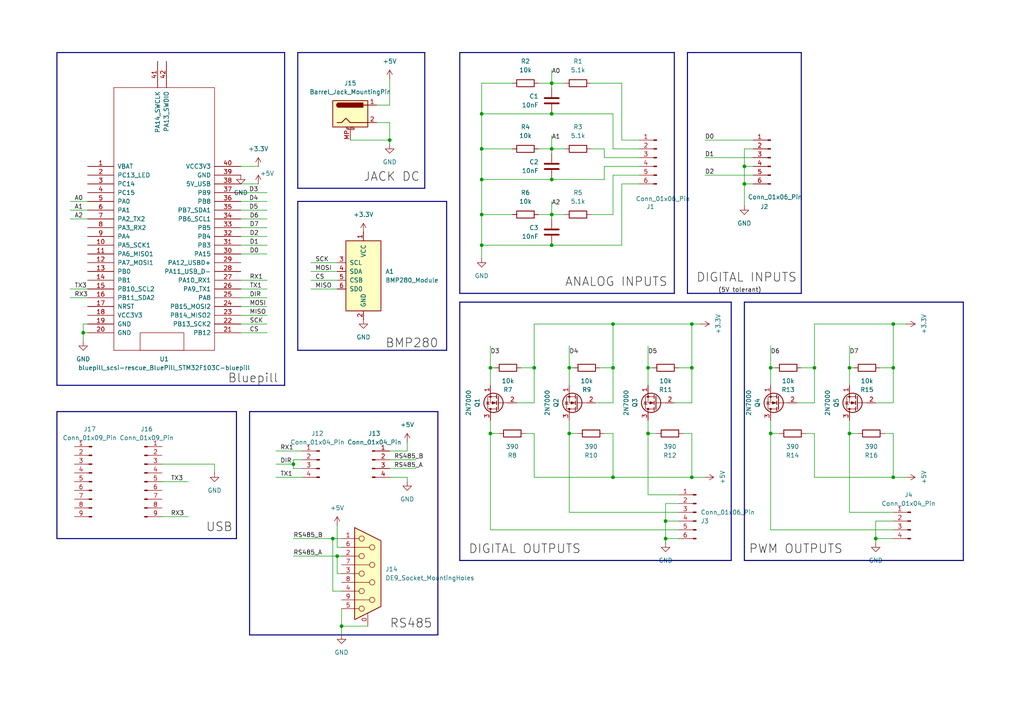
<source format=kicad_sch>
(kicad_sch
	(version 20250114)
	(generator "eeschema")
	(generator_version "9.0")
	(uuid "4c8b8f21-928b-4c3f-b1f2-2c79a465c700")
	(paper "A4")
	(lib_symbols
		(symbol "Bluepill:BluePill_STM32F103C-bluepill-bluepill_scsi-rescue"
			(pin_names
				(offset 1.016)
			)
			(exclude_from_sim no)
			(in_bom yes)
			(on_board yes)
			(property "Reference" "U"
				(at -11.43 -34.29 0)
				(effects
					(font
						(size 1.27 1.27)
					)
				)
			)
			(property "Value" "bluepill_scsi-rescue_BluePill_STM32F103C-bluepill"
				(at 1.27 21.59 0)
				(effects
					(font
						(size 1.27 1.27)
					)
				)
			)
			(property "Footprint" "BluePill_breakouts:BluePill_STM32F103C"
				(at 1.27 -40.64 0)
				(effects
					(font
						(size 1.27 1.27)
					)
					(hide yes)
				)
			)
			(property "Datasheet" "www.rogerclark.net"
				(at 0 -38.1 0)
				(effects
					(font
						(size 1.27 1.27)
					)
					(hide yes)
				)
			)
			(property "Description" ""
				(at 0 0 0)
				(effects
					(font
						(size 1.27 1.27)
					)
					(hide yes)
				)
			)
			(symbol "BluePill_STM32F103C-bluepill-bluepill_scsi-rescue_0_1"
				(rectangle
					(start -6.35 -35.56)
					(end 6.35 -30.48)
					(stroke
						(width 0)
						(type solid)
					)
					(fill
						(type none)
					)
				)
			)
			(symbol "BluePill_STM32F103C-bluepill-bluepill_scsi-rescue_1_0"
				(rectangle
					(start -13.97 -35.56)
					(end 15.24 40.64)
					(stroke
						(width 0)
						(type solid)
					)
					(fill
						(type none)
					)
				)
			)
			(symbol "BluePill_STM32F103C-bluepill-bluepill_scsi-rescue_1_1"
				(pin power_in line
					(at -21.59 17.78 0)
					(length 7.62)
					(name "VBAT"
						(effects
							(font
								(size 1.27 1.27)
							)
						)
					)
					(number "1"
						(effects
							(font
								(size 1.27 1.27)
							)
						)
					)
				)
				(pin bidirectional line
					(at -21.59 15.24 0)
					(length 7.62)
					(name "PC13_LED"
						(effects
							(font
								(size 1.27 1.27)
							)
						)
					)
					(number "2"
						(effects
							(font
								(size 1.27 1.27)
							)
						)
					)
				)
				(pin bidirectional line
					(at -21.59 12.7 0)
					(length 7.62)
					(name "PC14"
						(effects
							(font
								(size 1.27 1.27)
							)
						)
					)
					(number "3"
						(effects
							(font
								(size 1.27 1.27)
							)
						)
					)
				)
				(pin bidirectional line
					(at -21.59 10.16 0)
					(length 7.62)
					(name "PC15"
						(effects
							(font
								(size 1.27 1.27)
							)
						)
					)
					(number "4"
						(effects
							(font
								(size 1.27 1.27)
							)
						)
					)
				)
				(pin bidirectional line
					(at -21.59 7.62 0)
					(length 7.62)
					(name "PA0"
						(effects
							(font
								(size 1.27 1.27)
							)
						)
					)
					(number "5"
						(effects
							(font
								(size 1.27 1.27)
							)
						)
					)
				)
				(pin bidirectional line
					(at -21.59 5.08 0)
					(length 7.62)
					(name "PA1"
						(effects
							(font
								(size 1.27 1.27)
							)
						)
					)
					(number "6"
						(effects
							(font
								(size 1.27 1.27)
							)
						)
					)
				)
				(pin bidirectional line
					(at -21.59 2.54 0)
					(length 7.62)
					(name "PA2_TX2"
						(effects
							(font
								(size 1.27 1.27)
							)
						)
					)
					(number "7"
						(effects
							(font
								(size 1.27 1.27)
							)
						)
					)
				)
				(pin bidirectional line
					(at -21.59 0 0)
					(length 7.62)
					(name "PA3_RX2"
						(effects
							(font
								(size 1.27 1.27)
							)
						)
					)
					(number "8"
						(effects
							(font
								(size 1.27 1.27)
							)
						)
					)
				)
				(pin bidirectional line
					(at -21.59 -2.54 0)
					(length 7.62)
					(name "PA4"
						(effects
							(font
								(size 1.27 1.27)
							)
						)
					)
					(number "9"
						(effects
							(font
								(size 1.27 1.27)
							)
						)
					)
				)
				(pin bidirectional line
					(at -21.59 -5.08 0)
					(length 7.62)
					(name "PA5_SCK1"
						(effects
							(font
								(size 1.27 1.27)
							)
						)
					)
					(number "10"
						(effects
							(font
								(size 1.27 1.27)
							)
						)
					)
				)
				(pin bidirectional line
					(at -21.59 -7.62 0)
					(length 7.62)
					(name "PA6_MISO1"
						(effects
							(font
								(size 1.27 1.27)
							)
						)
					)
					(number "11"
						(effects
							(font
								(size 1.27 1.27)
							)
						)
					)
				)
				(pin bidirectional line
					(at -21.59 -10.16 0)
					(length 7.62)
					(name "PA7_MOSI1"
						(effects
							(font
								(size 1.27 1.27)
							)
						)
					)
					(number "12"
						(effects
							(font
								(size 1.27 1.27)
							)
						)
					)
				)
				(pin bidirectional line
					(at -21.59 -12.7 0)
					(length 7.62)
					(name "PB0"
						(effects
							(font
								(size 1.27 1.27)
							)
						)
					)
					(number "13"
						(effects
							(font
								(size 1.27 1.27)
							)
						)
					)
				)
				(pin bidirectional line
					(at -21.59 -15.24 0)
					(length 7.62)
					(name "PB1"
						(effects
							(font
								(size 1.27 1.27)
							)
						)
					)
					(number "14"
						(effects
							(font
								(size 1.27 1.27)
							)
						)
					)
				)
				(pin bidirectional line
					(at -21.59 -17.78 0)
					(length 7.62)
					(name "PB10_SCL2"
						(effects
							(font
								(size 1.27 1.27)
							)
						)
					)
					(number "15"
						(effects
							(font
								(size 1.27 1.27)
							)
						)
					)
				)
				(pin bidirectional line
					(at -21.59 -20.32 0)
					(length 7.62)
					(name "PB11_SDA2"
						(effects
							(font
								(size 1.27 1.27)
							)
						)
					)
					(number "16"
						(effects
							(font
								(size 1.27 1.27)
							)
						)
					)
				)
				(pin input line
					(at -21.59 -22.86 0)
					(length 7.62)
					(name "NRST"
						(effects
							(font
								(size 1.27 1.27)
							)
						)
					)
					(number "17"
						(effects
							(font
								(size 1.27 1.27)
							)
						)
					)
				)
				(pin bidirectional line
					(at -21.59 -25.4 0)
					(length 7.62)
					(name "VCC3V3"
						(effects
							(font
								(size 1.27 1.27)
							)
						)
					)
					(number "18"
						(effects
							(font
								(size 1.27 1.27)
							)
						)
					)
				)
				(pin power_in line
					(at -21.59 -27.94 0)
					(length 7.62)
					(name "GND"
						(effects
							(font
								(size 1.27 1.27)
							)
						)
					)
					(number "19"
						(effects
							(font
								(size 1.27 1.27)
							)
						)
					)
				)
				(pin power_in line
					(at -21.59 -30.48 0)
					(length 7.62)
					(name "GND"
						(effects
							(font
								(size 1.27 1.27)
							)
						)
					)
					(number "20"
						(effects
							(font
								(size 1.27 1.27)
							)
						)
					)
				)
				(pin bidirectional line
					(at -1.27 48.26 270)
					(length 7.62)
					(name "PA14_SWCLK"
						(effects
							(font
								(size 1.27 1.27)
							)
						)
					)
					(number "41"
						(effects
							(font
								(size 1.27 1.27)
							)
						)
					)
				)
				(pin bidirectional line
					(at 1.27 48.26 270)
					(length 7.62)
					(name "PA13_SWDIO"
						(effects
							(font
								(size 1.27 1.27)
							)
						)
					)
					(number "42"
						(effects
							(font
								(size 1.27 1.27)
							)
						)
					)
				)
				(pin bidirectional line
					(at 22.86 17.78 180)
					(length 7.62)
					(name "VCC3V3"
						(effects
							(font
								(size 1.27 1.27)
							)
						)
					)
					(number "40"
						(effects
							(font
								(size 1.27 1.27)
							)
						)
					)
				)
				(pin power_in line
					(at 22.86 15.24 180)
					(length 7.62)
					(name "GND"
						(effects
							(font
								(size 1.27 1.27)
							)
						)
					)
					(number "39"
						(effects
							(font
								(size 1.27 1.27)
							)
						)
					)
				)
				(pin bidirectional line
					(at 22.86 12.7 180)
					(length 7.62)
					(name "5V_USB"
						(effects
							(font
								(size 1.27 1.27)
							)
						)
					)
					(number "38"
						(effects
							(font
								(size 1.27 1.27)
							)
						)
					)
				)
				(pin bidirectional line
					(at 22.86 10.16 180)
					(length 7.62)
					(name "PB9"
						(effects
							(font
								(size 1.27 1.27)
							)
						)
					)
					(number "37"
						(effects
							(font
								(size 1.27 1.27)
							)
						)
					)
				)
				(pin bidirectional line
					(at 22.86 7.62 180)
					(length 7.62)
					(name "PB8"
						(effects
							(font
								(size 1.27 1.27)
							)
						)
					)
					(number "36"
						(effects
							(font
								(size 1.27 1.27)
							)
						)
					)
				)
				(pin bidirectional line
					(at 22.86 5.08 180)
					(length 7.62)
					(name "PB7_SDA1"
						(effects
							(font
								(size 1.27 1.27)
							)
						)
					)
					(number "35"
						(effects
							(font
								(size 1.27 1.27)
							)
						)
					)
				)
				(pin bidirectional line
					(at 22.86 2.54 180)
					(length 7.62)
					(name "PB6_SCL1"
						(effects
							(font
								(size 1.27 1.27)
							)
						)
					)
					(number "34"
						(effects
							(font
								(size 1.27 1.27)
							)
						)
					)
				)
				(pin bidirectional line
					(at 22.86 0 180)
					(length 7.62)
					(name "PB5"
						(effects
							(font
								(size 1.27 1.27)
							)
						)
					)
					(number "33"
						(effects
							(font
								(size 1.27 1.27)
							)
						)
					)
				)
				(pin bidirectional line
					(at 22.86 -2.54 180)
					(length 7.62)
					(name "PB4"
						(effects
							(font
								(size 1.27 1.27)
							)
						)
					)
					(number "32"
						(effects
							(font
								(size 1.27 1.27)
							)
						)
					)
				)
				(pin bidirectional line
					(at 22.86 -5.08 180)
					(length 7.62)
					(name "PB3"
						(effects
							(font
								(size 1.27 1.27)
							)
						)
					)
					(number "31"
						(effects
							(font
								(size 1.27 1.27)
							)
						)
					)
				)
				(pin bidirectional line
					(at 22.86 -7.62 180)
					(length 7.62)
					(name "PA15"
						(effects
							(font
								(size 1.27 1.27)
							)
						)
					)
					(number "30"
						(effects
							(font
								(size 1.27 1.27)
							)
						)
					)
				)
				(pin bidirectional line
					(at 22.86 -10.16 180)
					(length 7.62)
					(name "PA12_USBD+"
						(effects
							(font
								(size 1.27 1.27)
							)
						)
					)
					(number "29"
						(effects
							(font
								(size 1.27 1.27)
							)
						)
					)
				)
				(pin bidirectional line
					(at 22.86 -12.7 180)
					(length 7.62)
					(name "PA11_USB_D-"
						(effects
							(font
								(size 1.27 1.27)
							)
						)
					)
					(number "28"
						(effects
							(font
								(size 1.27 1.27)
							)
						)
					)
				)
				(pin bidirectional line
					(at 22.86 -15.24 180)
					(length 7.62)
					(name "PA10_RX1"
						(effects
							(font
								(size 1.27 1.27)
							)
						)
					)
					(number "27"
						(effects
							(font
								(size 1.27 1.27)
							)
						)
					)
				)
				(pin bidirectional line
					(at 22.86 -17.78 180)
					(length 7.62)
					(name "PA9_TX1"
						(effects
							(font
								(size 1.27 1.27)
							)
						)
					)
					(number "26"
						(effects
							(font
								(size 1.27 1.27)
							)
						)
					)
				)
				(pin bidirectional line
					(at 22.86 -20.32 180)
					(length 7.62)
					(name "PA8"
						(effects
							(font
								(size 1.27 1.27)
							)
						)
					)
					(number "25"
						(effects
							(font
								(size 1.27 1.27)
							)
						)
					)
				)
				(pin bidirectional line
					(at 22.86 -22.86 180)
					(length 7.62)
					(name "PB15_MOSI2"
						(effects
							(font
								(size 1.27 1.27)
							)
						)
					)
					(number "24"
						(effects
							(font
								(size 1.27 1.27)
							)
						)
					)
				)
				(pin bidirectional line
					(at 22.86 -25.4 180)
					(length 7.62)
					(name "PB14_MISO2"
						(effects
							(font
								(size 1.27 1.27)
							)
						)
					)
					(number "23"
						(effects
							(font
								(size 1.27 1.27)
							)
						)
					)
				)
				(pin bidirectional line
					(at 22.86 -27.94 180)
					(length 7.62)
					(name "PB13_SCK2"
						(effects
							(font
								(size 1.27 1.27)
							)
						)
					)
					(number "22"
						(effects
							(font
								(size 1.27 1.27)
							)
						)
					)
				)
				(pin bidirectional line
					(at 22.86 -30.48 180)
					(length 7.62)
					(name "PB12"
						(effects
							(font
								(size 1.27 1.27)
							)
						)
					)
					(number "21"
						(effects
							(font
								(size 1.27 1.27)
							)
						)
					)
				)
			)
			(embedded_fonts no)
		)
		(symbol "CharlesLab:BMP280_Module"
			(pin_names
				(offset 1.016)
			)
			(exclude_from_sim no)
			(in_bom yes)
			(on_board yes)
			(property "Reference" "A"
				(at -5.08 11.43 0)
				(effects
					(font
						(size 1.27 1.27)
					)
				)
			)
			(property "Value" "BMP280_Module"
				(at 8.89 11.43 0)
				(effects
					(font
						(size 1.27 1.27)
					)
				)
			)
			(property "Footprint" "Charleslabs_Parts:BMP280_Module"
				(at 21.59 6.35 0)
				(effects
					(font
						(size 1.27 1.27)
					)
					(hide yes)
				)
			)
			(property "Datasheet" ""
				(at -5.08 11.43 0)
				(effects
					(font
						(size 1.27 1.27)
					)
					(hide yes)
				)
			)
			(property "Description" ""
				(at 0 0 0)
				(effects
					(font
						(size 1.27 1.27)
					)
					(hide yes)
				)
			)
			(symbol "BMP280_Module_0_1"
				(rectangle
					(start -5.08 10.16)
					(end 5.08 -10.16)
					(stroke
						(width 0.254)
						(type solid)
					)
					(fill
						(type background)
					)
				)
			)
			(symbol "BMP280_Module_1_1"
				(pin input line
					(at -7.62 3.81 0)
					(length 2.54)
					(name "SCL"
						(effects
							(font
								(size 1.27 1.27)
							)
						)
					)
					(number "3"
						(effects
							(font
								(size 1.27 1.27)
							)
						)
					)
				)
				(pin bidirectional line
					(at -7.62 1.27 0)
					(length 2.54)
					(name "SDA"
						(effects
							(font
								(size 1.27 1.27)
							)
						)
					)
					(number "4"
						(effects
							(font
								(size 1.27 1.27)
							)
						)
					)
				)
				(pin input line
					(at -7.62 -1.27 0)
					(length 2.54)
					(name "CSB"
						(effects
							(font
								(size 1.27 1.27)
							)
						)
					)
					(number "5"
						(effects
							(font
								(size 1.27 1.27)
							)
						)
					)
				)
				(pin input line
					(at -7.62 -3.81 0)
					(length 2.54)
					(name "SD0"
						(effects
							(font
								(size 1.27 1.27)
							)
						)
					)
					(number "6"
						(effects
							(font
								(size 1.27 1.27)
							)
						)
					)
				)
				(pin power_in line
					(at 0 12.7 270)
					(length 2.54)
					(name "VCC"
						(effects
							(font
								(size 1.27 1.27)
							)
						)
					)
					(number "1"
						(effects
							(font
								(size 1.27 1.27)
							)
						)
					)
				)
				(pin power_in line
					(at 0 -12.7 90)
					(length 2.54)
					(name "GND"
						(effects
							(font
								(size 1.27 1.27)
							)
						)
					)
					(number "2"
						(effects
							(font
								(size 1.27 1.27)
							)
						)
					)
				)
			)
			(embedded_fonts no)
		)
		(symbol "Connector:Barrel_Jack_MountingPin"
			(pin_names
				(hide yes)
			)
			(exclude_from_sim no)
			(in_bom yes)
			(on_board yes)
			(property "Reference" "J"
				(at 0 5.334 0)
				(effects
					(font
						(size 1.27 1.27)
					)
				)
			)
			(property "Value" "Barrel_Jack_MountingPin"
				(at 1.27 -6.35 0)
				(effects
					(font
						(size 1.27 1.27)
					)
					(justify left)
				)
			)
			(property "Footprint" ""
				(at 1.27 -1.016 0)
				(effects
					(font
						(size 1.27 1.27)
					)
					(hide yes)
				)
			)
			(property "Datasheet" "~"
				(at 1.27 -1.016 0)
				(effects
					(font
						(size 1.27 1.27)
					)
					(hide yes)
				)
			)
			(property "Description" "DC Barrel Jack with a mounting pin"
				(at 0 0 0)
				(effects
					(font
						(size 1.27 1.27)
					)
					(hide yes)
				)
			)
			(property "ki_keywords" "DC power barrel jack connector"
				(at 0 0 0)
				(effects
					(font
						(size 1.27 1.27)
					)
					(hide yes)
				)
			)
			(property "ki_fp_filters" "BarrelJack*"
				(at 0 0 0)
				(effects
					(font
						(size 1.27 1.27)
					)
					(hide yes)
				)
			)
			(symbol "Barrel_Jack_MountingPin_0_1"
				(rectangle
					(start -5.08 3.81)
					(end 5.08 -3.81)
					(stroke
						(width 0.254)
						(type default)
					)
					(fill
						(type background)
					)
				)
				(polyline
					(pts
						(xy -3.81 -2.54) (xy -2.54 -2.54) (xy -1.27 -1.27) (xy 0 -2.54) (xy 2.54 -2.54) (xy 5.08 -2.54)
					)
					(stroke
						(width 0.254)
						(type default)
					)
					(fill
						(type none)
					)
				)
				(arc
					(start -3.302 1.905)
					(mid -3.9343 2.54)
					(end -3.302 3.175)
					(stroke
						(width 0.254)
						(type default)
					)
					(fill
						(type none)
					)
				)
				(arc
					(start -3.302 1.905)
					(mid -3.9343 2.54)
					(end -3.302 3.175)
					(stroke
						(width 0.254)
						(type default)
					)
					(fill
						(type outline)
					)
				)
				(rectangle
					(start 3.683 3.175)
					(end -3.302 1.905)
					(stroke
						(width 0.254)
						(type default)
					)
					(fill
						(type outline)
					)
				)
				(polyline
					(pts
						(xy 5.08 2.54) (xy 3.81 2.54)
					)
					(stroke
						(width 0.254)
						(type default)
					)
					(fill
						(type none)
					)
				)
			)
			(symbol "Barrel_Jack_MountingPin_1_1"
				(polyline
					(pts
						(xy -1.016 -4.572) (xy 1.016 -4.572)
					)
					(stroke
						(width 0.1524)
						(type default)
					)
					(fill
						(type none)
					)
				)
				(text "Mounting"
					(at 0 -4.191 0)
					(effects
						(font
							(size 0.381 0.381)
						)
					)
				)
				(pin passive line
					(at 0 -7.62 90)
					(length 3.048)
					(name "MountPin"
						(effects
							(font
								(size 1.27 1.27)
							)
						)
					)
					(number "MP"
						(effects
							(font
								(size 1.27 1.27)
							)
						)
					)
				)
				(pin passive line
					(at 7.62 2.54 180)
					(length 2.54)
					(name "~"
						(effects
							(font
								(size 1.27 1.27)
							)
						)
					)
					(number "1"
						(effects
							(font
								(size 1.27 1.27)
							)
						)
					)
				)
				(pin passive line
					(at 7.62 -2.54 180)
					(length 2.54)
					(name "~"
						(effects
							(font
								(size 1.27 1.27)
							)
						)
					)
					(number "2"
						(effects
							(font
								(size 1.27 1.27)
							)
						)
					)
				)
			)
			(embedded_fonts no)
		)
		(symbol "Connector:Conn_01x04_Pin"
			(pin_names
				(offset 1.016)
				(hide yes)
			)
			(exclude_from_sim no)
			(in_bom yes)
			(on_board yes)
			(property "Reference" "J"
				(at 0 5.08 0)
				(effects
					(font
						(size 1.27 1.27)
					)
				)
			)
			(property "Value" "Conn_01x04_Pin"
				(at 0 -7.62 0)
				(effects
					(font
						(size 1.27 1.27)
					)
				)
			)
			(property "Footprint" ""
				(at 0 0 0)
				(effects
					(font
						(size 1.27 1.27)
					)
					(hide yes)
				)
			)
			(property "Datasheet" "~"
				(at 0 0 0)
				(effects
					(font
						(size 1.27 1.27)
					)
					(hide yes)
				)
			)
			(property "Description" "Generic connector, single row, 01x04, script generated"
				(at 0 0 0)
				(effects
					(font
						(size 1.27 1.27)
					)
					(hide yes)
				)
			)
			(property "ki_locked" ""
				(at 0 0 0)
				(effects
					(font
						(size 1.27 1.27)
					)
				)
			)
			(property "ki_keywords" "connector"
				(at 0 0 0)
				(effects
					(font
						(size 1.27 1.27)
					)
					(hide yes)
				)
			)
			(property "ki_fp_filters" "Connector*:*_1x??_*"
				(at 0 0 0)
				(effects
					(font
						(size 1.27 1.27)
					)
					(hide yes)
				)
			)
			(symbol "Conn_01x04_Pin_1_1"
				(rectangle
					(start 0.8636 2.667)
					(end 0 2.413)
					(stroke
						(width 0.1524)
						(type default)
					)
					(fill
						(type outline)
					)
				)
				(rectangle
					(start 0.8636 0.127)
					(end 0 -0.127)
					(stroke
						(width 0.1524)
						(type default)
					)
					(fill
						(type outline)
					)
				)
				(rectangle
					(start 0.8636 -2.413)
					(end 0 -2.667)
					(stroke
						(width 0.1524)
						(type default)
					)
					(fill
						(type outline)
					)
				)
				(rectangle
					(start 0.8636 -4.953)
					(end 0 -5.207)
					(stroke
						(width 0.1524)
						(type default)
					)
					(fill
						(type outline)
					)
				)
				(polyline
					(pts
						(xy 1.27 2.54) (xy 0.8636 2.54)
					)
					(stroke
						(width 0.1524)
						(type default)
					)
					(fill
						(type none)
					)
				)
				(polyline
					(pts
						(xy 1.27 0) (xy 0.8636 0)
					)
					(stroke
						(width 0.1524)
						(type default)
					)
					(fill
						(type none)
					)
				)
				(polyline
					(pts
						(xy 1.27 -2.54) (xy 0.8636 -2.54)
					)
					(stroke
						(width 0.1524)
						(type default)
					)
					(fill
						(type none)
					)
				)
				(polyline
					(pts
						(xy 1.27 -5.08) (xy 0.8636 -5.08)
					)
					(stroke
						(width 0.1524)
						(type default)
					)
					(fill
						(type none)
					)
				)
				(pin passive line
					(at 5.08 2.54 180)
					(length 3.81)
					(name "Pin_1"
						(effects
							(font
								(size 1.27 1.27)
							)
						)
					)
					(number "1"
						(effects
							(font
								(size 1.27 1.27)
							)
						)
					)
				)
				(pin passive line
					(at 5.08 0 180)
					(length 3.81)
					(name "Pin_2"
						(effects
							(font
								(size 1.27 1.27)
							)
						)
					)
					(number "2"
						(effects
							(font
								(size 1.27 1.27)
							)
						)
					)
				)
				(pin passive line
					(at 5.08 -2.54 180)
					(length 3.81)
					(name "Pin_3"
						(effects
							(font
								(size 1.27 1.27)
							)
						)
					)
					(number "3"
						(effects
							(font
								(size 1.27 1.27)
							)
						)
					)
				)
				(pin passive line
					(at 5.08 -5.08 180)
					(length 3.81)
					(name "Pin_4"
						(effects
							(font
								(size 1.27 1.27)
							)
						)
					)
					(number "4"
						(effects
							(font
								(size 1.27 1.27)
							)
						)
					)
				)
			)
			(embedded_fonts no)
		)
		(symbol "Connector:Conn_01x06_Pin"
			(pin_names
				(offset 1.016)
				(hide yes)
			)
			(exclude_from_sim no)
			(in_bom yes)
			(on_board yes)
			(property "Reference" "J"
				(at 0 7.62 0)
				(effects
					(font
						(size 1.27 1.27)
					)
				)
			)
			(property "Value" "Conn_01x06_Pin"
				(at 0 -10.16 0)
				(effects
					(font
						(size 1.27 1.27)
					)
				)
			)
			(property "Footprint" ""
				(at 0 0 0)
				(effects
					(font
						(size 1.27 1.27)
					)
					(hide yes)
				)
			)
			(property "Datasheet" "~"
				(at 0 0 0)
				(effects
					(font
						(size 1.27 1.27)
					)
					(hide yes)
				)
			)
			(property "Description" "Generic connector, single row, 01x06, script generated"
				(at 0 0 0)
				(effects
					(font
						(size 1.27 1.27)
					)
					(hide yes)
				)
			)
			(property "ki_locked" ""
				(at 0 0 0)
				(effects
					(font
						(size 1.27 1.27)
					)
				)
			)
			(property "ki_keywords" "connector"
				(at 0 0 0)
				(effects
					(font
						(size 1.27 1.27)
					)
					(hide yes)
				)
			)
			(property "ki_fp_filters" "Connector*:*_1x??_*"
				(at 0 0 0)
				(effects
					(font
						(size 1.27 1.27)
					)
					(hide yes)
				)
			)
			(symbol "Conn_01x06_Pin_1_1"
				(rectangle
					(start 0.8636 5.207)
					(end 0 4.953)
					(stroke
						(width 0.1524)
						(type default)
					)
					(fill
						(type outline)
					)
				)
				(rectangle
					(start 0.8636 2.667)
					(end 0 2.413)
					(stroke
						(width 0.1524)
						(type default)
					)
					(fill
						(type outline)
					)
				)
				(rectangle
					(start 0.8636 0.127)
					(end 0 -0.127)
					(stroke
						(width 0.1524)
						(type default)
					)
					(fill
						(type outline)
					)
				)
				(rectangle
					(start 0.8636 -2.413)
					(end 0 -2.667)
					(stroke
						(width 0.1524)
						(type default)
					)
					(fill
						(type outline)
					)
				)
				(rectangle
					(start 0.8636 -4.953)
					(end 0 -5.207)
					(stroke
						(width 0.1524)
						(type default)
					)
					(fill
						(type outline)
					)
				)
				(rectangle
					(start 0.8636 -7.493)
					(end 0 -7.747)
					(stroke
						(width 0.1524)
						(type default)
					)
					(fill
						(type outline)
					)
				)
				(polyline
					(pts
						(xy 1.27 5.08) (xy 0.8636 5.08)
					)
					(stroke
						(width 0.1524)
						(type default)
					)
					(fill
						(type none)
					)
				)
				(polyline
					(pts
						(xy 1.27 2.54) (xy 0.8636 2.54)
					)
					(stroke
						(width 0.1524)
						(type default)
					)
					(fill
						(type none)
					)
				)
				(polyline
					(pts
						(xy 1.27 0) (xy 0.8636 0)
					)
					(stroke
						(width 0.1524)
						(type default)
					)
					(fill
						(type none)
					)
				)
				(polyline
					(pts
						(xy 1.27 -2.54) (xy 0.8636 -2.54)
					)
					(stroke
						(width 0.1524)
						(type default)
					)
					(fill
						(type none)
					)
				)
				(polyline
					(pts
						(xy 1.27 -5.08) (xy 0.8636 -5.08)
					)
					(stroke
						(width 0.1524)
						(type default)
					)
					(fill
						(type none)
					)
				)
				(polyline
					(pts
						(xy 1.27 -7.62) (xy 0.8636 -7.62)
					)
					(stroke
						(width 0.1524)
						(type default)
					)
					(fill
						(type none)
					)
				)
				(pin passive line
					(at 5.08 5.08 180)
					(length 3.81)
					(name "Pin_1"
						(effects
							(font
								(size 1.27 1.27)
							)
						)
					)
					(number "1"
						(effects
							(font
								(size 1.27 1.27)
							)
						)
					)
				)
				(pin passive line
					(at 5.08 2.54 180)
					(length 3.81)
					(name "Pin_2"
						(effects
							(font
								(size 1.27 1.27)
							)
						)
					)
					(number "2"
						(effects
							(font
								(size 1.27 1.27)
							)
						)
					)
				)
				(pin passive line
					(at 5.08 0 180)
					(length 3.81)
					(name "Pin_3"
						(effects
							(font
								(size 1.27 1.27)
							)
						)
					)
					(number "3"
						(effects
							(font
								(size 1.27 1.27)
							)
						)
					)
				)
				(pin passive line
					(at 5.08 -2.54 180)
					(length 3.81)
					(name "Pin_4"
						(effects
							(font
								(size 1.27 1.27)
							)
						)
					)
					(number "4"
						(effects
							(font
								(size 1.27 1.27)
							)
						)
					)
				)
				(pin passive line
					(at 5.08 -5.08 180)
					(length 3.81)
					(name "Pin_5"
						(effects
							(font
								(size 1.27 1.27)
							)
						)
					)
					(number "5"
						(effects
							(font
								(size 1.27 1.27)
							)
						)
					)
				)
				(pin passive line
					(at 5.08 -7.62 180)
					(length 3.81)
					(name "Pin_6"
						(effects
							(font
								(size 1.27 1.27)
							)
						)
					)
					(number "6"
						(effects
							(font
								(size 1.27 1.27)
							)
						)
					)
				)
			)
			(embedded_fonts no)
		)
		(symbol "Connector:Conn_01x09_Pin"
			(pin_names
				(offset 1.016)
				(hide yes)
			)
			(exclude_from_sim no)
			(in_bom yes)
			(on_board yes)
			(property "Reference" "J"
				(at 0 12.7 0)
				(effects
					(font
						(size 1.27 1.27)
					)
				)
			)
			(property "Value" "Conn_01x09_Pin"
				(at 0 -12.7 0)
				(effects
					(font
						(size 1.27 1.27)
					)
				)
			)
			(property "Footprint" ""
				(at 0 0 0)
				(effects
					(font
						(size 1.27 1.27)
					)
					(hide yes)
				)
			)
			(property "Datasheet" "~"
				(at 0 0 0)
				(effects
					(font
						(size 1.27 1.27)
					)
					(hide yes)
				)
			)
			(property "Description" "Generic connector, single row, 01x09, script generated"
				(at 0 0 0)
				(effects
					(font
						(size 1.27 1.27)
					)
					(hide yes)
				)
			)
			(property "ki_locked" ""
				(at 0 0 0)
				(effects
					(font
						(size 1.27 1.27)
					)
				)
			)
			(property "ki_keywords" "connector"
				(at 0 0 0)
				(effects
					(font
						(size 1.27 1.27)
					)
					(hide yes)
				)
			)
			(property "ki_fp_filters" "Connector*:*_1x??_*"
				(at 0 0 0)
				(effects
					(font
						(size 1.27 1.27)
					)
					(hide yes)
				)
			)
			(symbol "Conn_01x09_Pin_1_1"
				(rectangle
					(start 0.8636 10.287)
					(end 0 10.033)
					(stroke
						(width 0.1524)
						(type default)
					)
					(fill
						(type outline)
					)
				)
				(rectangle
					(start 0.8636 7.747)
					(end 0 7.493)
					(stroke
						(width 0.1524)
						(type default)
					)
					(fill
						(type outline)
					)
				)
				(rectangle
					(start 0.8636 5.207)
					(end 0 4.953)
					(stroke
						(width 0.1524)
						(type default)
					)
					(fill
						(type outline)
					)
				)
				(rectangle
					(start 0.8636 2.667)
					(end 0 2.413)
					(stroke
						(width 0.1524)
						(type default)
					)
					(fill
						(type outline)
					)
				)
				(rectangle
					(start 0.8636 0.127)
					(end 0 -0.127)
					(stroke
						(width 0.1524)
						(type default)
					)
					(fill
						(type outline)
					)
				)
				(rectangle
					(start 0.8636 -2.413)
					(end 0 -2.667)
					(stroke
						(width 0.1524)
						(type default)
					)
					(fill
						(type outline)
					)
				)
				(rectangle
					(start 0.8636 -4.953)
					(end 0 -5.207)
					(stroke
						(width 0.1524)
						(type default)
					)
					(fill
						(type outline)
					)
				)
				(rectangle
					(start 0.8636 -7.493)
					(end 0 -7.747)
					(stroke
						(width 0.1524)
						(type default)
					)
					(fill
						(type outline)
					)
				)
				(rectangle
					(start 0.8636 -10.033)
					(end 0 -10.287)
					(stroke
						(width 0.1524)
						(type default)
					)
					(fill
						(type outline)
					)
				)
				(polyline
					(pts
						(xy 1.27 10.16) (xy 0.8636 10.16)
					)
					(stroke
						(width 0.1524)
						(type default)
					)
					(fill
						(type none)
					)
				)
				(polyline
					(pts
						(xy 1.27 7.62) (xy 0.8636 7.62)
					)
					(stroke
						(width 0.1524)
						(type default)
					)
					(fill
						(type none)
					)
				)
				(polyline
					(pts
						(xy 1.27 5.08) (xy 0.8636 5.08)
					)
					(stroke
						(width 0.1524)
						(type default)
					)
					(fill
						(type none)
					)
				)
				(polyline
					(pts
						(xy 1.27 2.54) (xy 0.8636 2.54)
					)
					(stroke
						(width 0.1524)
						(type default)
					)
					(fill
						(type none)
					)
				)
				(polyline
					(pts
						(xy 1.27 0) (xy 0.8636 0)
					)
					(stroke
						(width 0.1524)
						(type default)
					)
					(fill
						(type none)
					)
				)
				(polyline
					(pts
						(xy 1.27 -2.54) (xy 0.8636 -2.54)
					)
					(stroke
						(width 0.1524)
						(type default)
					)
					(fill
						(type none)
					)
				)
				(polyline
					(pts
						(xy 1.27 -5.08) (xy 0.8636 -5.08)
					)
					(stroke
						(width 0.1524)
						(type default)
					)
					(fill
						(type none)
					)
				)
				(polyline
					(pts
						(xy 1.27 -7.62) (xy 0.8636 -7.62)
					)
					(stroke
						(width 0.1524)
						(type default)
					)
					(fill
						(type none)
					)
				)
				(polyline
					(pts
						(xy 1.27 -10.16) (xy 0.8636 -10.16)
					)
					(stroke
						(width 0.1524)
						(type default)
					)
					(fill
						(type none)
					)
				)
				(pin passive line
					(at 5.08 10.16 180)
					(length 3.81)
					(name "Pin_1"
						(effects
							(font
								(size 1.27 1.27)
							)
						)
					)
					(number "1"
						(effects
							(font
								(size 1.27 1.27)
							)
						)
					)
				)
				(pin passive line
					(at 5.08 7.62 180)
					(length 3.81)
					(name "Pin_2"
						(effects
							(font
								(size 1.27 1.27)
							)
						)
					)
					(number "2"
						(effects
							(font
								(size 1.27 1.27)
							)
						)
					)
				)
				(pin passive line
					(at 5.08 5.08 180)
					(length 3.81)
					(name "Pin_3"
						(effects
							(font
								(size 1.27 1.27)
							)
						)
					)
					(number "3"
						(effects
							(font
								(size 1.27 1.27)
							)
						)
					)
				)
				(pin passive line
					(at 5.08 2.54 180)
					(length 3.81)
					(name "Pin_4"
						(effects
							(font
								(size 1.27 1.27)
							)
						)
					)
					(number "4"
						(effects
							(font
								(size 1.27 1.27)
							)
						)
					)
				)
				(pin passive line
					(at 5.08 0 180)
					(length 3.81)
					(name "Pin_5"
						(effects
							(font
								(size 1.27 1.27)
							)
						)
					)
					(number "5"
						(effects
							(font
								(size 1.27 1.27)
							)
						)
					)
				)
				(pin passive line
					(at 5.08 -2.54 180)
					(length 3.81)
					(name "Pin_6"
						(effects
							(font
								(size 1.27 1.27)
							)
						)
					)
					(number "6"
						(effects
							(font
								(size 1.27 1.27)
							)
						)
					)
				)
				(pin passive line
					(at 5.08 -5.08 180)
					(length 3.81)
					(name "Pin_7"
						(effects
							(font
								(size 1.27 1.27)
							)
						)
					)
					(number "7"
						(effects
							(font
								(size 1.27 1.27)
							)
						)
					)
				)
				(pin passive line
					(at 5.08 -7.62 180)
					(length 3.81)
					(name "Pin_8"
						(effects
							(font
								(size 1.27 1.27)
							)
						)
					)
					(number "8"
						(effects
							(font
								(size 1.27 1.27)
							)
						)
					)
				)
				(pin passive line
					(at 5.08 -10.16 180)
					(length 3.81)
					(name "Pin_9"
						(effects
							(font
								(size 1.27 1.27)
							)
						)
					)
					(number "9"
						(effects
							(font
								(size 1.27 1.27)
							)
						)
					)
				)
			)
			(embedded_fonts no)
		)
		(symbol "Connector:DE9_Socket_MountingHoles"
			(pin_names
				(offset 1.016)
				(hide yes)
			)
			(exclude_from_sim no)
			(in_bom yes)
			(on_board yes)
			(property "Reference" "J"
				(at 0 16.51 0)
				(effects
					(font
						(size 1.27 1.27)
					)
				)
			)
			(property "Value" "DE9_Socket_MountingHoles"
				(at 0 14.605 0)
				(effects
					(font
						(size 1.27 1.27)
					)
				)
			)
			(property "Footprint" ""
				(at 0 0 0)
				(effects
					(font
						(size 1.27 1.27)
					)
					(hide yes)
				)
			)
			(property "Datasheet" "~"
				(at 0 0 0)
				(effects
					(font
						(size 1.27 1.27)
					)
					(hide yes)
				)
			)
			(property "Description" "9-pin D-SUB connector, socket (female), Mounting Hole"
				(at 0 0 0)
				(effects
					(font
						(size 1.27 1.27)
					)
					(hide yes)
				)
			)
			(property "ki_keywords" "DSUB DB9"
				(at 0 0 0)
				(effects
					(font
						(size 1.27 1.27)
					)
					(hide yes)
				)
			)
			(property "ki_fp_filters" "DSUB*Socket*"
				(at 0 0 0)
				(effects
					(font
						(size 1.27 1.27)
					)
					(hide yes)
				)
			)
			(symbol "DE9_Socket_MountingHoles_0_1"
				(polyline
					(pts
						(xy -3.81 13.335) (xy -3.81 -13.335) (xy 3.81 -9.525) (xy 3.81 9.525) (xy -3.81 13.335)
					)
					(stroke
						(width 0.254)
						(type default)
					)
					(fill
						(type background)
					)
				)
				(polyline
					(pts
						(xy -3.81 10.16) (xy -2.54 10.16)
					)
					(stroke
						(width 0)
						(type default)
					)
					(fill
						(type none)
					)
				)
				(polyline
					(pts
						(xy -3.81 7.62) (xy 0.508 7.62)
					)
					(stroke
						(width 0)
						(type default)
					)
					(fill
						(type none)
					)
				)
				(polyline
					(pts
						(xy -3.81 5.08) (xy -2.54 5.08)
					)
					(stroke
						(width 0)
						(type default)
					)
					(fill
						(type none)
					)
				)
				(polyline
					(pts
						(xy -3.81 2.54) (xy 0.508 2.54)
					)
					(stroke
						(width 0)
						(type default)
					)
					(fill
						(type none)
					)
				)
				(polyline
					(pts
						(xy -3.81 0) (xy -2.54 0)
					)
					(stroke
						(width 0)
						(type default)
					)
					(fill
						(type none)
					)
				)
				(polyline
					(pts
						(xy -3.81 -2.54) (xy 0.508 -2.54)
					)
					(stroke
						(width 0)
						(type default)
					)
					(fill
						(type none)
					)
				)
				(polyline
					(pts
						(xy -3.81 -5.08) (xy -2.54 -5.08)
					)
					(stroke
						(width 0)
						(type default)
					)
					(fill
						(type none)
					)
				)
				(polyline
					(pts
						(xy -3.81 -7.62) (xy 0.508 -7.62)
					)
					(stroke
						(width 0)
						(type default)
					)
					(fill
						(type none)
					)
				)
				(polyline
					(pts
						(xy -3.81 -10.16) (xy -2.54 -10.16)
					)
					(stroke
						(width 0)
						(type default)
					)
					(fill
						(type none)
					)
				)
				(circle
					(center -1.778 10.16)
					(radius 0.762)
					(stroke
						(width 0)
						(type default)
					)
					(fill
						(type none)
					)
				)
				(circle
					(center -1.778 5.08)
					(radius 0.762)
					(stroke
						(width 0)
						(type default)
					)
					(fill
						(type none)
					)
				)
				(circle
					(center -1.778 0)
					(radius 0.762)
					(stroke
						(width 0)
						(type default)
					)
					(fill
						(type none)
					)
				)
				(circle
					(center -1.778 -5.08)
					(radius 0.762)
					(stroke
						(width 0)
						(type default)
					)
					(fill
						(type none)
					)
				)
				(circle
					(center -1.778 -10.16)
					(radius 0.762)
					(stroke
						(width 0)
						(type default)
					)
					(fill
						(type none)
					)
				)
				(circle
					(center 1.27 7.62)
					(radius 0.762)
					(stroke
						(width 0)
						(type default)
					)
					(fill
						(type none)
					)
				)
				(circle
					(center 1.27 2.54)
					(radius 0.762)
					(stroke
						(width 0)
						(type default)
					)
					(fill
						(type none)
					)
				)
				(circle
					(center 1.27 -2.54)
					(radius 0.762)
					(stroke
						(width 0)
						(type default)
					)
					(fill
						(type none)
					)
				)
				(circle
					(center 1.27 -7.62)
					(radius 0.762)
					(stroke
						(width 0)
						(type default)
					)
					(fill
						(type none)
					)
				)
			)
			(symbol "DE9_Socket_MountingHoles_1_1"
				(pin passive line
					(at -7.62 10.16 0)
					(length 3.81)
					(name "1"
						(effects
							(font
								(size 1.27 1.27)
							)
						)
					)
					(number "1"
						(effects
							(font
								(size 1.27 1.27)
							)
						)
					)
				)
				(pin passive line
					(at -7.62 7.62 0)
					(length 3.81)
					(name "6"
						(effects
							(font
								(size 1.27 1.27)
							)
						)
					)
					(number "6"
						(effects
							(font
								(size 1.27 1.27)
							)
						)
					)
				)
				(pin passive line
					(at -7.62 5.08 0)
					(length 3.81)
					(name "2"
						(effects
							(font
								(size 1.27 1.27)
							)
						)
					)
					(number "2"
						(effects
							(font
								(size 1.27 1.27)
							)
						)
					)
				)
				(pin passive line
					(at -7.62 2.54 0)
					(length 3.81)
					(name "7"
						(effects
							(font
								(size 1.27 1.27)
							)
						)
					)
					(number "7"
						(effects
							(font
								(size 1.27 1.27)
							)
						)
					)
				)
				(pin passive line
					(at -7.62 0 0)
					(length 3.81)
					(name "3"
						(effects
							(font
								(size 1.27 1.27)
							)
						)
					)
					(number "3"
						(effects
							(font
								(size 1.27 1.27)
							)
						)
					)
				)
				(pin passive line
					(at -7.62 -2.54 0)
					(length 3.81)
					(name "8"
						(effects
							(font
								(size 1.27 1.27)
							)
						)
					)
					(number "8"
						(effects
							(font
								(size 1.27 1.27)
							)
						)
					)
				)
				(pin passive line
					(at -7.62 -5.08 0)
					(length 3.81)
					(name "4"
						(effects
							(font
								(size 1.27 1.27)
							)
						)
					)
					(number "4"
						(effects
							(font
								(size 1.27 1.27)
							)
						)
					)
				)
				(pin passive line
					(at -7.62 -7.62 0)
					(length 3.81)
					(name "9"
						(effects
							(font
								(size 1.27 1.27)
							)
						)
					)
					(number "9"
						(effects
							(font
								(size 1.27 1.27)
							)
						)
					)
				)
				(pin passive line
					(at -7.62 -10.16 0)
					(length 3.81)
					(name "5"
						(effects
							(font
								(size 1.27 1.27)
							)
						)
					)
					(number "5"
						(effects
							(font
								(size 1.27 1.27)
							)
						)
					)
				)
				(pin passive line
					(at 0 -15.24 90)
					(length 3.81)
					(name "PAD"
						(effects
							(font
								(size 1.27 1.27)
							)
						)
					)
					(number "0"
						(effects
							(font
								(size 1.27 1.27)
							)
						)
					)
				)
			)
			(embedded_fonts no)
		)
		(symbol "Device:C"
			(pin_numbers
				(hide yes)
			)
			(pin_names
				(offset 0.254)
			)
			(exclude_from_sim no)
			(in_bom yes)
			(on_board yes)
			(property "Reference" "C"
				(at 0.635 2.54 0)
				(effects
					(font
						(size 1.27 1.27)
					)
					(justify left)
				)
			)
			(property "Value" "C"
				(at 0.635 -2.54 0)
				(effects
					(font
						(size 1.27 1.27)
					)
					(justify left)
				)
			)
			(property "Footprint" ""
				(at 0.9652 -3.81 0)
				(effects
					(font
						(size 1.27 1.27)
					)
					(hide yes)
				)
			)
			(property "Datasheet" "~"
				(at 0 0 0)
				(effects
					(font
						(size 1.27 1.27)
					)
					(hide yes)
				)
			)
			(property "Description" "Unpolarized capacitor"
				(at 0 0 0)
				(effects
					(font
						(size 1.27 1.27)
					)
					(hide yes)
				)
			)
			(property "ki_keywords" "cap capacitor"
				(at 0 0 0)
				(effects
					(font
						(size 1.27 1.27)
					)
					(hide yes)
				)
			)
			(property "ki_fp_filters" "C_*"
				(at 0 0 0)
				(effects
					(font
						(size 1.27 1.27)
					)
					(hide yes)
				)
			)
			(symbol "C_0_1"
				(polyline
					(pts
						(xy -2.032 0.762) (xy 2.032 0.762)
					)
					(stroke
						(width 0.508)
						(type default)
					)
					(fill
						(type none)
					)
				)
				(polyline
					(pts
						(xy -2.032 -0.762) (xy 2.032 -0.762)
					)
					(stroke
						(width 0.508)
						(type default)
					)
					(fill
						(type none)
					)
				)
			)
			(symbol "C_1_1"
				(pin passive line
					(at 0 3.81 270)
					(length 2.794)
					(name "~"
						(effects
							(font
								(size 1.27 1.27)
							)
						)
					)
					(number "1"
						(effects
							(font
								(size 1.27 1.27)
							)
						)
					)
				)
				(pin passive line
					(at 0 -3.81 90)
					(length 2.794)
					(name "~"
						(effects
							(font
								(size 1.27 1.27)
							)
						)
					)
					(number "2"
						(effects
							(font
								(size 1.27 1.27)
							)
						)
					)
				)
			)
			(embedded_fonts no)
		)
		(symbol "Device:R"
			(pin_numbers
				(hide yes)
			)
			(pin_names
				(offset 0)
			)
			(exclude_from_sim no)
			(in_bom yes)
			(on_board yes)
			(property "Reference" "R"
				(at 2.032 0 90)
				(effects
					(font
						(size 1.27 1.27)
					)
				)
			)
			(property "Value" "R"
				(at 0 0 90)
				(effects
					(font
						(size 1.27 1.27)
					)
				)
			)
			(property "Footprint" ""
				(at -1.778 0 90)
				(effects
					(font
						(size 1.27 1.27)
					)
					(hide yes)
				)
			)
			(property "Datasheet" "~"
				(at 0 0 0)
				(effects
					(font
						(size 1.27 1.27)
					)
					(hide yes)
				)
			)
			(property "Description" "Resistor"
				(at 0 0 0)
				(effects
					(font
						(size 1.27 1.27)
					)
					(hide yes)
				)
			)
			(property "ki_keywords" "R res resistor"
				(at 0 0 0)
				(effects
					(font
						(size 1.27 1.27)
					)
					(hide yes)
				)
			)
			(property "ki_fp_filters" "R_*"
				(at 0 0 0)
				(effects
					(font
						(size 1.27 1.27)
					)
					(hide yes)
				)
			)
			(symbol "R_0_1"
				(rectangle
					(start -1.016 -2.54)
					(end 1.016 2.54)
					(stroke
						(width 0.254)
						(type default)
					)
					(fill
						(type none)
					)
				)
			)
			(symbol "R_1_1"
				(pin passive line
					(at 0 3.81 270)
					(length 1.27)
					(name "~"
						(effects
							(font
								(size 1.27 1.27)
							)
						)
					)
					(number "1"
						(effects
							(font
								(size 1.27 1.27)
							)
						)
					)
				)
				(pin passive line
					(at 0 -3.81 90)
					(length 1.27)
					(name "~"
						(effects
							(font
								(size 1.27 1.27)
							)
						)
					)
					(number "2"
						(effects
							(font
								(size 1.27 1.27)
							)
						)
					)
				)
			)
			(embedded_fonts no)
		)
		(symbol "Transistor_FET:2N7000"
			(pin_names
				(hide yes)
			)
			(exclude_from_sim no)
			(in_bom yes)
			(on_board yes)
			(property "Reference" "Q"
				(at 5.08 1.905 0)
				(effects
					(font
						(size 1.27 1.27)
					)
					(justify left)
				)
			)
			(property "Value" "2N7000"
				(at 5.08 0 0)
				(effects
					(font
						(size 1.27 1.27)
					)
					(justify left)
				)
			)
			(property "Footprint" "Package_TO_SOT_THT:TO-92_Inline"
				(at 5.08 -1.905 0)
				(effects
					(font
						(size 1.27 1.27)
						(italic yes)
					)
					(justify left)
					(hide yes)
				)
			)
			(property "Datasheet" "https://www.vishay.com/docs/70226/70226.pdf"
				(at 5.08 -3.81 0)
				(effects
					(font
						(size 1.27 1.27)
					)
					(justify left)
					(hide yes)
				)
			)
			(property "Description" "0.2A Id, 200V Vds, N-Channel MOSFET, 2.6V Logic Level, TO-92"
				(at 0 0 0)
				(effects
					(font
						(size 1.27 1.27)
					)
					(hide yes)
				)
			)
			(property "ki_keywords" "N-Channel MOSFET Logic-Level"
				(at 0 0 0)
				(effects
					(font
						(size 1.27 1.27)
					)
					(hide yes)
				)
			)
			(property "ki_fp_filters" "TO?92*"
				(at 0 0 0)
				(effects
					(font
						(size 1.27 1.27)
					)
					(hide yes)
				)
			)
			(symbol "2N7000_0_1"
				(polyline
					(pts
						(xy 0.254 1.905) (xy 0.254 -1.905)
					)
					(stroke
						(width 0.254)
						(type default)
					)
					(fill
						(type none)
					)
				)
				(polyline
					(pts
						(xy 0.254 0) (xy -2.54 0)
					)
					(stroke
						(width 0)
						(type default)
					)
					(fill
						(type none)
					)
				)
				(polyline
					(pts
						(xy 0.762 2.286) (xy 0.762 1.27)
					)
					(stroke
						(width 0.254)
						(type default)
					)
					(fill
						(type none)
					)
				)
				(polyline
					(pts
						(xy 0.762 0.508) (xy 0.762 -0.508)
					)
					(stroke
						(width 0.254)
						(type default)
					)
					(fill
						(type none)
					)
				)
				(polyline
					(pts
						(xy 0.762 -1.27) (xy 0.762 -2.286)
					)
					(stroke
						(width 0.254)
						(type default)
					)
					(fill
						(type none)
					)
				)
				(polyline
					(pts
						(xy 0.762 -1.778) (xy 3.302 -1.778) (xy 3.302 1.778) (xy 0.762 1.778)
					)
					(stroke
						(width 0)
						(type default)
					)
					(fill
						(type none)
					)
				)
				(polyline
					(pts
						(xy 1.016 0) (xy 2.032 0.381) (xy 2.032 -0.381) (xy 1.016 0)
					)
					(stroke
						(width 0)
						(type default)
					)
					(fill
						(type outline)
					)
				)
				(circle
					(center 1.651 0)
					(radius 2.794)
					(stroke
						(width 0.254)
						(type default)
					)
					(fill
						(type none)
					)
				)
				(polyline
					(pts
						(xy 2.54 2.54) (xy 2.54 1.778)
					)
					(stroke
						(width 0)
						(type default)
					)
					(fill
						(type none)
					)
				)
				(circle
					(center 2.54 1.778)
					(radius 0.254)
					(stroke
						(width 0)
						(type default)
					)
					(fill
						(type outline)
					)
				)
				(circle
					(center 2.54 -1.778)
					(radius 0.254)
					(stroke
						(width 0)
						(type default)
					)
					(fill
						(type outline)
					)
				)
				(polyline
					(pts
						(xy 2.54 -2.54) (xy 2.54 0) (xy 0.762 0)
					)
					(stroke
						(width 0)
						(type default)
					)
					(fill
						(type none)
					)
				)
				(polyline
					(pts
						(xy 2.794 0.508) (xy 2.921 0.381) (xy 3.683 0.381) (xy 3.81 0.254)
					)
					(stroke
						(width 0)
						(type default)
					)
					(fill
						(type none)
					)
				)
				(polyline
					(pts
						(xy 3.302 0.381) (xy 2.921 -0.254) (xy 3.683 -0.254) (xy 3.302 0.381)
					)
					(stroke
						(width 0)
						(type default)
					)
					(fill
						(type none)
					)
				)
			)
			(symbol "2N7000_1_1"
				(pin input line
					(at -5.08 0 0)
					(length 2.54)
					(name "G"
						(effects
							(font
								(size 1.27 1.27)
							)
						)
					)
					(number "2"
						(effects
							(font
								(size 1.27 1.27)
							)
						)
					)
				)
				(pin passive line
					(at 2.54 5.08 270)
					(length 2.54)
					(name "D"
						(effects
							(font
								(size 1.27 1.27)
							)
						)
					)
					(number "3"
						(effects
							(font
								(size 1.27 1.27)
							)
						)
					)
				)
				(pin passive line
					(at 2.54 -5.08 90)
					(length 2.54)
					(name "S"
						(effects
							(font
								(size 1.27 1.27)
							)
						)
					)
					(number "1"
						(effects
							(font
								(size 1.27 1.27)
							)
						)
					)
				)
			)
			(embedded_fonts no)
		)
		(symbol "power:+3.3V"
			(power)
			(pin_numbers
				(hide yes)
			)
			(pin_names
				(offset 0)
				(hide yes)
			)
			(exclude_from_sim no)
			(in_bom yes)
			(on_board yes)
			(property "Reference" "#PWR"
				(at 0 -3.81 0)
				(effects
					(font
						(size 1.27 1.27)
					)
					(hide yes)
				)
			)
			(property "Value" "+3.3V"
				(at 0 3.556 0)
				(effects
					(font
						(size 1.27 1.27)
					)
				)
			)
			(property "Footprint" ""
				(at 0 0 0)
				(effects
					(font
						(size 1.27 1.27)
					)
					(hide yes)
				)
			)
			(property "Datasheet" ""
				(at 0 0 0)
				(effects
					(font
						(size 1.27 1.27)
					)
					(hide yes)
				)
			)
			(property "Description" "Power symbol creates a global label with name \"+3.3V\""
				(at 0 0 0)
				(effects
					(font
						(size 1.27 1.27)
					)
					(hide yes)
				)
			)
			(property "ki_keywords" "global power"
				(at 0 0 0)
				(effects
					(font
						(size 1.27 1.27)
					)
					(hide yes)
				)
			)
			(symbol "+3.3V_0_1"
				(polyline
					(pts
						(xy -0.762 1.27) (xy 0 2.54)
					)
					(stroke
						(width 0)
						(type default)
					)
					(fill
						(type none)
					)
				)
				(polyline
					(pts
						(xy 0 2.54) (xy 0.762 1.27)
					)
					(stroke
						(width 0)
						(type default)
					)
					(fill
						(type none)
					)
				)
				(polyline
					(pts
						(xy 0 0) (xy 0 2.54)
					)
					(stroke
						(width 0)
						(type default)
					)
					(fill
						(type none)
					)
				)
			)
			(symbol "+3.3V_1_1"
				(pin power_in line
					(at 0 0 90)
					(length 0)
					(name "~"
						(effects
							(font
								(size 1.27 1.27)
							)
						)
					)
					(number "1"
						(effects
							(font
								(size 1.27 1.27)
							)
						)
					)
				)
			)
			(embedded_fonts no)
		)
		(symbol "power:+5V"
			(power)
			(pin_numbers
				(hide yes)
			)
			(pin_names
				(offset 0)
				(hide yes)
			)
			(exclude_from_sim no)
			(in_bom yes)
			(on_board yes)
			(property "Reference" "#PWR"
				(at 0 -3.81 0)
				(effects
					(font
						(size 1.27 1.27)
					)
					(hide yes)
				)
			)
			(property "Value" "+5V"
				(at 0 3.556 0)
				(effects
					(font
						(size 1.27 1.27)
					)
				)
			)
			(property "Footprint" ""
				(at 0 0 0)
				(effects
					(font
						(size 1.27 1.27)
					)
					(hide yes)
				)
			)
			(property "Datasheet" ""
				(at 0 0 0)
				(effects
					(font
						(size 1.27 1.27)
					)
					(hide yes)
				)
			)
			(property "Description" "Power symbol creates a global label with name \"+5V\""
				(at 0 0 0)
				(effects
					(font
						(size 1.27 1.27)
					)
					(hide yes)
				)
			)
			(property "ki_keywords" "global power"
				(at 0 0 0)
				(effects
					(font
						(size 1.27 1.27)
					)
					(hide yes)
				)
			)
			(symbol "+5V_0_1"
				(polyline
					(pts
						(xy -0.762 1.27) (xy 0 2.54)
					)
					(stroke
						(width 0)
						(type default)
					)
					(fill
						(type none)
					)
				)
				(polyline
					(pts
						(xy 0 2.54) (xy 0.762 1.27)
					)
					(stroke
						(width 0)
						(type default)
					)
					(fill
						(type none)
					)
				)
				(polyline
					(pts
						(xy 0 0) (xy 0 2.54)
					)
					(stroke
						(width 0)
						(type default)
					)
					(fill
						(type none)
					)
				)
			)
			(symbol "+5V_1_1"
				(pin power_in line
					(at 0 0 90)
					(length 0)
					(name "~"
						(effects
							(font
								(size 1.27 1.27)
							)
						)
					)
					(number "1"
						(effects
							(font
								(size 1.27 1.27)
							)
						)
					)
				)
			)
			(embedded_fonts no)
		)
		(symbol "power:GND"
			(power)
			(pin_numbers
				(hide yes)
			)
			(pin_names
				(offset 0)
				(hide yes)
			)
			(exclude_from_sim no)
			(in_bom yes)
			(on_board yes)
			(property "Reference" "#PWR"
				(at 0 -6.35 0)
				(effects
					(font
						(size 1.27 1.27)
					)
					(hide yes)
				)
			)
			(property "Value" "GND"
				(at 0 -3.81 0)
				(effects
					(font
						(size 1.27 1.27)
					)
				)
			)
			(property "Footprint" ""
				(at 0 0 0)
				(effects
					(font
						(size 1.27 1.27)
					)
					(hide yes)
				)
			)
			(property "Datasheet" ""
				(at 0 0 0)
				(effects
					(font
						(size 1.27 1.27)
					)
					(hide yes)
				)
			)
			(property "Description" "Power symbol creates a global label with name \"GND\" , ground"
				(at 0 0 0)
				(effects
					(font
						(size 1.27 1.27)
					)
					(hide yes)
				)
			)
			(property "ki_keywords" "global power"
				(at 0 0 0)
				(effects
					(font
						(size 1.27 1.27)
					)
					(hide yes)
				)
			)
			(symbol "GND_0_1"
				(polyline
					(pts
						(xy 0 0) (xy 0 -1.27) (xy 1.27 -1.27) (xy 0 -2.54) (xy -1.27 -1.27) (xy 0 -1.27)
					)
					(stroke
						(width 0)
						(type default)
					)
					(fill
						(type none)
					)
				)
			)
			(symbol "GND_1_1"
				(pin power_in line
					(at 0 0 270)
					(length 0)
					(name "~"
						(effects
							(font
								(size 1.27 1.27)
							)
						)
					)
					(number "1"
						(effects
							(font
								(size 1.27 1.27)
							)
						)
					)
				)
			)
			(embedded_fonts no)
		)
	)
	(junction
		(at 215.9 48.26)
		(diameter 0)
		(color 0 0 0 0)
		(uuid "01ed2aa7-d802-445f-bd3a-39cbb4329a6a")
	)
	(junction
		(at 160.02 62.23)
		(diameter 0)
		(color 0 0 0 0)
		(uuid "0711a7e1-729c-44cd-8a53-2590842c6d15")
	)
	(junction
		(at 139.7 33.02)
		(diameter 0)
		(color 0 0 0 0)
		(uuid "076cc457-ae44-4325-a918-787c5f185d2b")
	)
	(junction
		(at 177.8 93.98)
		(diameter 0)
		(color 0 0 0 0)
		(uuid "0ebb8358-dc16-42ff-99d3-c7b970132be6")
	)
	(junction
		(at 223.52 125.73)
		(diameter 0)
		(color 0 0 0 0)
		(uuid "1bade88d-f96b-48c0-9825-5ef43163c53d")
	)
	(junction
		(at 177.8 106.68)
		(diameter 0)
		(color 0 0 0 0)
		(uuid "2364ee8d-53b1-47bd-9cc7-8b030c5fb51b")
	)
	(junction
		(at 246.38 106.68)
		(diameter 0)
		(color 0 0 0 0)
		(uuid "25d247cb-a35b-4387-8d4f-0bb5b77e8aed")
	)
	(junction
		(at 215.9 53.34)
		(diameter 0)
		(color 0 0 0 0)
		(uuid "2896cfff-52bb-48b7-b25f-93f50ed2fc07")
	)
	(junction
		(at 187.96 125.73)
		(diameter 0)
		(color 0 0 0 0)
		(uuid "2e3a89b8-997a-46ca-8787-6b5f9c6f6c61")
	)
	(junction
		(at 165.1 125.73)
		(diameter 0)
		(color 0 0 0 0)
		(uuid "32cf4aa0-bad4-4049-affe-e8baa9cb4268")
	)
	(junction
		(at 139.7 43.18)
		(diameter 0)
		(color 0 0 0 0)
		(uuid "3ac95b4c-0aec-4d95-af9a-c832f4433f97")
	)
	(junction
		(at 200.66 138.43)
		(diameter 0)
		(color 0 0 0 0)
		(uuid "3cae779a-ad17-4d9f-a073-650060e59d6a")
	)
	(junction
		(at 154.94 106.68)
		(diameter 0)
		(color 0 0 0 0)
		(uuid "4cb3825b-3734-47b7-9923-d546a24be020")
	)
	(junction
		(at 160.02 71.12)
		(diameter 0)
		(color 0 0 0 0)
		(uuid "4d1f33e8-5d63-41c2-9d6b-4491ce39b4bd")
	)
	(junction
		(at 85.09 134.62)
		(diameter 0)
		(color 0 0 0 0)
		(uuid "59af4c42-dbb0-448a-8dfa-deb2c9957236")
	)
	(junction
		(at 97.79 161.29)
		(diameter 0)
		(color 0 0 0 0)
		(uuid "5dcb00df-4ec8-427c-a912-17abcd6dc234")
	)
	(junction
		(at 160.02 24.13)
		(diameter 0)
		(color 0 0 0 0)
		(uuid "60c97383-6b0c-475f-9e01-ee169497b226")
	)
	(junction
		(at 223.52 106.68)
		(diameter 0)
		(color 0 0 0 0)
		(uuid "61cc589e-a9df-4bf3-8613-7f40b5713894")
	)
	(junction
		(at 160.02 33.02)
		(diameter 0)
		(color 0 0 0 0)
		(uuid "63d9adc0-95cf-4277-b74f-ba85b5177651")
	)
	(junction
		(at 193.04 151.13)
		(diameter 0)
		(color 0 0 0 0)
		(uuid "697036b6-1343-484b-aab0-f02505af55ab")
	)
	(junction
		(at 99.06 181.61)
		(diameter 0)
		(color 0 0 0 0)
		(uuid "69a42489-7b7d-4c64-8b51-f43e303fa236")
	)
	(junction
		(at 187.96 106.68)
		(diameter 0)
		(color 0 0 0 0)
		(uuid "81d044c3-4830-45c9-bb9a-288928738594")
	)
	(junction
		(at 200.66 93.98)
		(diameter 0)
		(color 0 0 0 0)
		(uuid "8e1f6908-fdab-4072-9044-f74562e3b7bc")
	)
	(junction
		(at 177.8 138.43)
		(diameter 0)
		(color 0 0 0 0)
		(uuid "9200b7e8-d2bd-4b91-ab28-fa1916e6c1c2")
	)
	(junction
		(at 160.02 43.18)
		(diameter 0)
		(color 0 0 0 0)
		(uuid "99c36f2c-3611-4dd4-bab9-930188ec7f39")
	)
	(junction
		(at 193.04 156.21)
		(diameter 0)
		(color 0 0 0 0)
		(uuid "a1bfb763-3d5b-477a-80a0-385a432e61fc")
	)
	(junction
		(at 259.08 106.68)
		(diameter 0)
		(color 0 0 0 0)
		(uuid "a3a82e36-ed1e-4b3d-8775-36e4125723c0")
	)
	(junction
		(at 96.52 156.21)
		(diameter 0)
		(color 0 0 0 0)
		(uuid "a48b8d7e-c921-4952-807a-36a1e8b563d9")
	)
	(junction
		(at 139.7 62.23)
		(diameter 0)
		(color 0 0 0 0)
		(uuid "b2844f02-f58e-4708-a09b-133a4a266b4d")
	)
	(junction
		(at 200.66 106.68)
		(diameter 0)
		(color 0 0 0 0)
		(uuid "bc963c6a-d2ae-4531-a46f-267581d1bc9c")
	)
	(junction
		(at 139.7 52.07)
		(diameter 0)
		(color 0 0 0 0)
		(uuid "bdff2f05-37c0-472f-b1c5-7e7b2dc41235")
	)
	(junction
		(at 142.24 106.68)
		(diameter 0)
		(color 0 0 0 0)
		(uuid "cbe2a8fd-01da-4c70-a2ef-d7182798066c")
	)
	(junction
		(at 142.24 125.73)
		(diameter 0)
		(color 0 0 0 0)
		(uuid "cc15de38-98c2-4d9e-8964-739cbc34f7a9")
	)
	(junction
		(at 259.08 93.98)
		(diameter 0)
		(color 0 0 0 0)
		(uuid "cc7ba1cf-1a3a-49d4-b5c9-1ca04be3293d")
	)
	(junction
		(at 24.13 96.52)
		(diameter 0)
		(color 0 0 0 0)
		(uuid "d044b7c8-e95a-4266-9ffd-abfb9816f21c")
	)
	(junction
		(at 113.03 40.64)
		(diameter 0)
		(color 0 0 0 0)
		(uuid "deb16c1e-2599-4d69-ad07-99b8fc314902")
	)
	(junction
		(at 139.7 71.12)
		(diameter 0)
		(color 0 0 0 0)
		(uuid "df3a154c-ca73-41bb-b084-391bfe115565")
	)
	(junction
		(at 160.02 52.07)
		(diameter 0)
		(color 0 0 0 0)
		(uuid "e2ac583a-43d7-4ec2-a52a-d529825bde37")
	)
	(junction
		(at 259.08 138.43)
		(diameter 0)
		(color 0 0 0 0)
		(uuid "e5540402-0002-4467-899f-2dd2dfede58e")
	)
	(junction
		(at 246.38 125.73)
		(diameter 0)
		(color 0 0 0 0)
		(uuid "e58b5375-b820-4d2b-ac42-d17b9aaee22d")
	)
	(junction
		(at 165.1 106.68)
		(diameter 0)
		(color 0 0 0 0)
		(uuid "e8c4c3d8-80ad-48da-98f6-7d18d65e3dbd")
	)
	(junction
		(at 236.22 106.68)
		(diameter 0)
		(color 0 0 0 0)
		(uuid "ee8c117f-2d5c-4c37-b6c8-ae3cc86108ca")
	)
	(junction
		(at 254 156.21)
		(diameter 0)
		(color 0 0 0 0)
		(uuid "f328b056-39cb-4735-a462-ebd662ae4249")
	)
	(wire
		(pts
			(xy 246.38 125.73) (xy 246.38 148.59)
		)
		(stroke
			(width 0)
			(type default)
		)
		(uuid "00b93e63-0681-4b1d-8428-57467a6c99cc")
	)
	(wire
		(pts
			(xy 160.02 62.23) (xy 156.21 62.23)
		)
		(stroke
			(width 0)
			(type default)
		)
		(uuid "00da1b22-b918-444d-9ee4-fad134b921fb")
	)
	(wire
		(pts
			(xy 246.38 121.92) (xy 246.38 125.73)
		)
		(stroke
			(width 0)
			(type default)
		)
		(uuid "026e414d-003e-4fd8-acd6-277c1d58cdae")
	)
	(wire
		(pts
			(xy 196.85 151.13) (xy 193.04 151.13)
		)
		(stroke
			(width 0)
			(type default)
		)
		(uuid "03ac7abb-9d4d-4610-b14f-a61b199b2cf5")
	)
	(wire
		(pts
			(xy 177.8 93.98) (xy 154.94 93.98)
		)
		(stroke
			(width 0)
			(type default)
		)
		(uuid "040b464d-8930-499c-902a-6beeb74f1e89")
	)
	(wire
		(pts
			(xy 87.63 135.89) (xy 85.09 135.89)
		)
		(stroke
			(width 0)
			(type default)
		)
		(uuid "046923e2-7030-4dcf-bb66-d8ecbeb35511")
	)
	(bus
		(pts
			(xy 215.9 162.56) (xy 279.4 162.56)
		)
		(stroke
			(width 0)
			(type default)
		)
		(uuid "05b9915c-84ca-43f5-8e5b-6869f5936557")
	)
	(wire
		(pts
			(xy 97.79 158.75) (xy 97.79 152.4)
		)
		(stroke
			(width 0)
			(type default)
		)
		(uuid "06745b45-0bf1-4331-92f6-0d07af1d7b03")
	)
	(wire
		(pts
			(xy 165.1 125.73) (xy 167.64 125.73)
		)
		(stroke
			(width 0)
			(type default)
		)
		(uuid "068c2d24-fa7f-4161-b48f-470539ec355a")
	)
	(wire
		(pts
			(xy 215.9 48.26) (xy 218.44 48.26)
		)
		(stroke
			(width 0)
			(type default)
		)
		(uuid "0908e726-a7d0-4e1a-abc3-bf002d3e48c1")
	)
	(wire
		(pts
			(xy 173.99 106.68) (xy 177.8 106.68)
		)
		(stroke
			(width 0)
			(type default)
		)
		(uuid "0cedf6fd-a32f-430d-8798-ab534a50f93d")
	)
	(wire
		(pts
			(xy 215.9 53.34) (xy 215.9 59.69)
		)
		(stroke
			(width 0)
			(type default)
		)
		(uuid "0df380f0-ac86-4989-a87d-79a20bb79ca4")
	)
	(wire
		(pts
			(xy 193.04 146.05) (xy 193.04 151.13)
		)
		(stroke
			(width 0)
			(type default)
		)
		(uuid "0e324800-bbdb-43ea-a1e7-2028c5f082a5")
	)
	(wire
		(pts
			(xy 113.03 133.35) (xy 120.65 133.35)
		)
		(stroke
			(width 0)
			(type default)
		)
		(uuid "0f8b4a14-e54c-4865-974d-168fbf987ff4")
	)
	(wire
		(pts
			(xy 20.32 86.36) (xy 25.4 86.36)
		)
		(stroke
			(width 0)
			(type default)
		)
		(uuid "11f30dd1-73fe-4867-81f8-2a8f2356ce92")
	)
	(wire
		(pts
			(xy 262.89 93.98) (xy 259.08 93.98)
		)
		(stroke
			(width 0)
			(type default)
		)
		(uuid "1348c766-de75-45f3-af45-0ceff16ba881")
	)
	(wire
		(pts
			(xy 154.94 116.84) (xy 154.94 106.68)
		)
		(stroke
			(width 0)
			(type default)
		)
		(uuid "14609612-67a5-4099-9ad4-257be4927023")
	)
	(wire
		(pts
			(xy 193.04 151.13) (xy 193.04 156.21)
		)
		(stroke
			(width 0)
			(type default)
		)
		(uuid "14e45104-bdb9-4b88-808b-2ac680a73573")
	)
	(bus
		(pts
			(xy 199.39 85.09) (xy 232.41 85.09)
		)
		(stroke
			(width 0)
			(type default)
		)
		(uuid "150cdfef-dc9b-412e-b3f6-3048074d6af5")
	)
	(wire
		(pts
			(xy 142.24 125.73) (xy 142.24 153.67)
		)
		(stroke
			(width 0)
			(type default)
		)
		(uuid "152887ff-d7c8-4485-aaf0-a4606eefb83c")
	)
	(wire
		(pts
			(xy 139.7 33.02) (xy 139.7 43.18)
		)
		(stroke
			(width 0)
			(type default)
		)
		(uuid "15f937fd-20de-4a46-a1d8-77dae46f370a")
	)
	(wire
		(pts
			(xy 177.8 50.8) (xy 185.42 50.8)
		)
		(stroke
			(width 0)
			(type default)
		)
		(uuid "162d1fc0-6e67-4a66-8e1f-70d2dfbbd963")
	)
	(bus
		(pts
			(xy 82.55 15.24) (xy 16.51 15.24)
		)
		(stroke
			(width 0)
			(type default)
		)
		(uuid "16f59d13-0cc7-4d7f-a8a2-9c30b90f20b2")
	)
	(wire
		(pts
			(xy 254 116.84) (xy 259.08 116.84)
		)
		(stroke
			(width 0)
			(type default)
		)
		(uuid "171d02c1-a4c1-4dbc-9cb2-1001ff8694f4")
	)
	(wire
		(pts
			(xy 171.45 24.13) (xy 180.34 24.13)
		)
		(stroke
			(width 0)
			(type default)
		)
		(uuid "189d6f09-9c1c-42d4-9e3b-5696b6576734")
	)
	(wire
		(pts
			(xy 80.01 134.62) (xy 85.09 134.62)
		)
		(stroke
			(width 0)
			(type default)
		)
		(uuid "1a3083cf-a592-4b11-a204-f358fd30b508")
	)
	(wire
		(pts
			(xy 187.96 106.68) (xy 189.23 106.68)
		)
		(stroke
			(width 0)
			(type default)
		)
		(uuid "1a34c303-a5a4-4b6f-aaef-7f3bcbd7ae89")
	)
	(wire
		(pts
			(xy 175.26 125.73) (xy 177.8 125.73)
		)
		(stroke
			(width 0)
			(type default)
		)
		(uuid "1b1b7938-35f7-425f-b945-f7360e27413a")
	)
	(bus
		(pts
			(xy 129.54 58.42) (xy 129.54 101.6)
		)
		(stroke
			(width 0)
			(type default)
		)
		(uuid "1d0821ea-63b3-46b3-a191-64f2c0839a9c")
	)
	(bus
		(pts
			(xy 215.9 87.63) (xy 215.9 162.56)
		)
		(stroke
			(width 0)
			(type default)
		)
		(uuid "1d576f01-2ca7-4e16-9175-4fc0ecb421d5")
	)
	(wire
		(pts
			(xy 223.52 106.68) (xy 224.79 106.68)
		)
		(stroke
			(width 0)
			(type default)
		)
		(uuid "1fc7a673-06c0-4a8d-8a02-4ff00f2a8c0b")
	)
	(wire
		(pts
			(xy 69.85 71.12) (xy 77.47 71.12)
		)
		(stroke
			(width 0)
			(type default)
		)
		(uuid "20f2c579-dbd7-4444-9b70-5f0ca9de8fae")
	)
	(wire
		(pts
			(xy 77.47 55.88) (xy 69.85 55.88)
		)
		(stroke
			(width 0)
			(type default)
		)
		(uuid "21123be6-e576-476d-9c55-839abec01dbd")
	)
	(wire
		(pts
			(xy 85.09 133.35) (xy 87.63 133.35)
		)
		(stroke
			(width 0)
			(type default)
		)
		(uuid "2231f3ee-640e-475f-a938-fd787aa37e49")
	)
	(wire
		(pts
			(xy 254 156.21) (xy 259.08 156.21)
		)
		(stroke
			(width 0)
			(type default)
		)
		(uuid "22573d08-9412-47aa-b51e-b4f857aa9da8")
	)
	(wire
		(pts
			(xy 142.24 100.33) (xy 142.24 106.68)
		)
		(stroke
			(width 0)
			(type default)
		)
		(uuid "22d9fb61-1788-4e51-a88c-92885c6dae8b")
	)
	(wire
		(pts
			(xy 187.96 125.73) (xy 190.5 125.73)
		)
		(stroke
			(width 0)
			(type default)
		)
		(uuid "23cb8264-feb5-4cbf-b098-63956a6c33cd")
	)
	(wire
		(pts
			(xy 259.08 93.98) (xy 236.22 93.98)
		)
		(stroke
			(width 0)
			(type default)
		)
		(uuid "23e424cb-4b71-490c-bbe0-9eb12d0f8b05")
	)
	(wire
		(pts
			(xy 85.09 161.29) (xy 97.79 161.29)
		)
		(stroke
			(width 0)
			(type default)
		)
		(uuid "26333850-14ab-43bd-9736-e70b568af9fd")
	)
	(wire
		(pts
			(xy 113.03 35.56) (xy 113.03 40.64)
		)
		(stroke
			(width 0)
			(type default)
		)
		(uuid "27f2e505-d5c2-4d5b-866b-629b326c111d")
	)
	(wire
		(pts
			(xy 223.52 100.33) (xy 223.52 106.68)
		)
		(stroke
			(width 0)
			(type default)
		)
		(uuid "28161e44-0297-4d5d-b3f1-6996ac54784c")
	)
	(wire
		(pts
			(xy 254 151.13) (xy 254 156.21)
		)
		(stroke
			(width 0)
			(type default)
		)
		(uuid "286a4e53-b709-4917-9a24-a46a0d1ac24f")
	)
	(wire
		(pts
			(xy 99.06 171.45) (xy 96.52 171.45)
		)
		(stroke
			(width 0)
			(type default)
		)
		(uuid "29984b7d-cef8-413a-82ae-1dc3a3258207")
	)
	(wire
		(pts
			(xy 215.9 43.18) (xy 215.9 48.26)
		)
		(stroke
			(width 0)
			(type default)
		)
		(uuid "2a776ed5-a4d4-4ed5-a02b-a61f55c6cb83")
	)
	(wire
		(pts
			(xy 139.7 62.23) (xy 139.7 71.12)
		)
		(stroke
			(width 0)
			(type default)
		)
		(uuid "2b6f50ef-d637-4ef3-9991-3f1a7b0cc14b")
	)
	(wire
		(pts
			(xy 69.85 96.52) (xy 77.47 96.52)
		)
		(stroke
			(width 0)
			(type default)
		)
		(uuid "2b919dee-0679-474e-9ce8-2a1053f94728")
	)
	(wire
		(pts
			(xy 113.03 40.64) (xy 113.03 41.91)
		)
		(stroke
			(width 0)
			(type default)
		)
		(uuid "2c79be68-f81e-4188-9fd1-d5786ffe41e8")
	)
	(bus
		(pts
			(xy 86.36 58.42) (xy 129.54 58.42)
		)
		(stroke
			(width 0)
			(type default)
		)
		(uuid "2e00cf63-065b-44d8-8335-273cb123c1d2")
	)
	(wire
		(pts
			(xy 69.85 88.9) (xy 77.47 88.9)
		)
		(stroke
			(width 0)
			(type default)
		)
		(uuid "2fb99d5f-e59d-439b-b628-0f2ffd65613c")
	)
	(wire
		(pts
			(xy 204.47 40.64) (xy 218.44 40.64)
		)
		(stroke
			(width 0)
			(type default)
		)
		(uuid "2fc413d9-dc24-4aca-bb42-7c291ae55951")
	)
	(bus
		(pts
			(xy 133.35 15.24) (xy 195.58 15.24)
		)
		(stroke
			(width 0)
			(type default)
		)
		(uuid "30bc6757-a611-4a78-aaf4-1cfbc6563e4a")
	)
	(wire
		(pts
			(xy 198.12 125.73) (xy 200.66 125.73)
		)
		(stroke
			(width 0)
			(type default)
		)
		(uuid "33314d00-919a-4e83-854c-e569f9847d65")
	)
	(wire
		(pts
			(xy 25.4 60.96) (xy 20.32 60.96)
		)
		(stroke
			(width 0)
			(type default)
		)
		(uuid "36657c5c-c8ee-40ee-9549-e62e0d8d2762")
	)
	(wire
		(pts
			(xy 80.01 130.81) (xy 87.63 130.81)
		)
		(stroke
			(width 0)
			(type default)
		)
		(uuid "38ce4a01-827c-445b-8292-e4875698c948")
	)
	(wire
		(pts
			(xy 77.47 60.96) (xy 69.85 60.96)
		)
		(stroke
			(width 0)
			(type default)
		)
		(uuid "39d46f62-9012-4e0c-85cf-eeb62a3ea157")
	)
	(wire
		(pts
			(xy 254 157.48) (xy 254 156.21)
		)
		(stroke
			(width 0)
			(type default)
		)
		(uuid "3b31f9e0-6864-4c40-bc68-a6c9fc81616e")
	)
	(wire
		(pts
			(xy 231.14 116.84) (xy 236.22 116.84)
		)
		(stroke
			(width 0)
			(type default)
		)
		(uuid "3bcdcb2d-9986-43c6-a8fa-5bb7dfca379a")
	)
	(wire
		(pts
			(xy 204.47 45.72) (xy 218.44 45.72)
		)
		(stroke
			(width 0)
			(type default)
		)
		(uuid "3cdf69f7-fffa-42bc-9885-a195d51a35df")
	)
	(wire
		(pts
			(xy 200.66 116.84) (xy 200.66 106.68)
		)
		(stroke
			(width 0)
			(type default)
		)
		(uuid "403e8c14-411e-409b-aca8-494daf1e80be")
	)
	(wire
		(pts
			(xy 246.38 125.73) (xy 248.92 125.73)
		)
		(stroke
			(width 0)
			(type default)
		)
		(uuid "412f5c04-c50a-4d9f-92c4-072d571229b6")
	)
	(wire
		(pts
			(xy 215.9 43.18) (xy 218.44 43.18)
		)
		(stroke
			(width 0)
			(type default)
		)
		(uuid "4192590a-5812-4b9d-97b7-a965b95c7a84")
	)
	(bus
		(pts
			(xy 199.39 15.24) (xy 232.41 15.24)
		)
		(stroke
			(width 0)
			(type default)
		)
		(uuid "41b77b67-332c-4fb5-911c-ca6661d8a568")
	)
	(wire
		(pts
			(xy 223.52 125.73) (xy 226.06 125.73)
		)
		(stroke
			(width 0)
			(type default)
		)
		(uuid "45dc795e-9063-4858-b840-7586b52d4cfd")
	)
	(wire
		(pts
			(xy 69.85 73.66) (xy 77.47 73.66)
		)
		(stroke
			(width 0)
			(type default)
		)
		(uuid "49fedbb9-a119-42c7-b840-5bd2ba4de74a")
	)
	(bus
		(pts
			(xy 127 184.15) (xy 72.39 184.15)
		)
		(stroke
			(width 0)
			(type default)
		)
		(uuid "4a33f569-1feb-4773-ad93-0dd775b88921")
	)
	(wire
		(pts
			(xy 96.52 156.21) (xy 96.52 171.45)
		)
		(stroke
			(width 0)
			(type default)
		)
		(uuid "4c6d757c-44b2-4932-ade1-7b16a1e91522")
	)
	(wire
		(pts
			(xy 172.72 116.84) (xy 177.8 116.84)
		)
		(stroke
			(width 0)
			(type default)
		)
		(uuid "4ed9b27e-94a0-4300-b49e-8259da82f416")
	)
	(wire
		(pts
			(xy 90.17 81.28) (xy 97.79 81.28)
		)
		(stroke
			(width 0)
			(type default)
		)
		(uuid "5082b5c6-c221-4f1b-bb00-900f3af8dd0f")
	)
	(wire
		(pts
			(xy 69.85 68.58) (xy 77.47 68.58)
		)
		(stroke
			(width 0)
			(type default)
		)
		(uuid "52bf8fa5-846c-4933-a794-fcb5b7de5d18")
	)
	(wire
		(pts
			(xy 215.9 53.34) (xy 218.44 53.34)
		)
		(stroke
			(width 0)
			(type default)
		)
		(uuid "52e7cd5c-a84b-4d87-bcf1-71101c56fc24")
	)
	(wire
		(pts
			(xy 160.02 62.23) (xy 160.02 63.5)
		)
		(stroke
			(width 0)
			(type default)
		)
		(uuid "5590afb3-dd3f-4a58-b119-55145396a106")
	)
	(wire
		(pts
			(xy 223.52 153.67) (xy 259.08 153.67)
		)
		(stroke
			(width 0)
			(type default)
		)
		(uuid "55d3ed28-5d99-41ef-bccd-2309bb56b6bc")
	)
	(wire
		(pts
			(xy 177.8 138.43) (xy 154.94 138.43)
		)
		(stroke
			(width 0)
			(type default)
		)
		(uuid "56d2a830-ab72-4414-8f4b-5b3f30933eb4")
	)
	(wire
		(pts
			(xy 154.94 93.98) (xy 154.94 106.68)
		)
		(stroke
			(width 0)
			(type default)
		)
		(uuid "57cf5892-003f-42dc-afc4-33dfd655fc8c")
	)
	(wire
		(pts
			(xy 142.24 125.73) (xy 144.78 125.73)
		)
		(stroke
			(width 0)
			(type default)
		)
		(uuid "57dc5f01-680c-452a-87d3-f7f4d56ecf99")
	)
	(wire
		(pts
			(xy 233.68 125.73) (xy 236.22 125.73)
		)
		(stroke
			(width 0)
			(type default)
		)
		(uuid "589b3b23-103f-43f1-a791-1808c422d458")
	)
	(wire
		(pts
			(xy 97.79 166.37) (xy 97.79 161.29)
		)
		(stroke
			(width 0)
			(type default)
		)
		(uuid "5bd900d5-b686-4f36-9b4a-3dd6f45aed32")
	)
	(wire
		(pts
			(xy 142.24 153.67) (xy 196.85 153.67)
		)
		(stroke
			(width 0)
			(type default)
		)
		(uuid "5c16b1b5-d8ef-48b2-a345-bc8dd173b614")
	)
	(wire
		(pts
			(xy 46.99 134.62) (xy 62.23 134.62)
		)
		(stroke
			(width 0)
			(type default)
		)
		(uuid "5cb4f4f3-d406-4779-83d6-8bd0153ec563")
	)
	(wire
		(pts
			(xy 246.38 106.68) (xy 247.65 106.68)
		)
		(stroke
			(width 0)
			(type default)
		)
		(uuid "5d1d5b77-b67f-4893-ab18-cb926fa65565")
	)
	(bus
		(pts
			(xy 16.51 15.24) (xy 16.51 111.76)
		)
		(stroke
			(width 0)
			(type default)
		)
		(uuid "5fef67a6-c635-42ae-b76e-182faf83777f")
	)
	(wire
		(pts
			(xy 142.24 111.76) (xy 142.24 106.68)
		)
		(stroke
			(width 0)
			(type default)
		)
		(uuid "601aee7d-34d4-47f1-8478-f3ae5285945b")
	)
	(wire
		(pts
			(xy 259.08 106.68) (xy 259.08 93.98)
		)
		(stroke
			(width 0)
			(type default)
		)
		(uuid "624a9c18-968f-4e53-b789-cf6c62b3e544")
	)
	(bus
		(pts
			(xy 86.36 15.24) (xy 123.19 15.24)
		)
		(stroke
			(width 0)
			(type default)
		)
		(uuid "62656393-79a1-4a01-a052-7cc32d96cacf")
	)
	(wire
		(pts
			(xy 96.52 156.21) (xy 99.06 156.21)
		)
		(stroke
			(width 0)
			(type default)
		)
		(uuid "627eb575-5a47-4445-ae7b-cfbf59ca12b9")
	)
	(wire
		(pts
			(xy 46.99 139.7) (xy 54.61 139.7)
		)
		(stroke
			(width 0)
			(type default)
		)
		(uuid "6415e5b9-d32f-4559-b549-40df14d73989")
	)
	(wire
		(pts
			(xy 165.1 106.68) (xy 166.37 106.68)
		)
		(stroke
			(width 0)
			(type default)
		)
		(uuid "646a15dc-f4da-4ede-a549-f2f606007c55")
	)
	(wire
		(pts
			(xy 160.02 24.13) (xy 156.21 24.13)
		)
		(stroke
			(width 0)
			(type default)
		)
		(uuid "6646f678-4008-4e19-b1ad-b99c774aae1d")
	)
	(wire
		(pts
			(xy 46.99 149.86) (xy 54.61 149.86)
		)
		(stroke
			(width 0)
			(type default)
		)
		(uuid "66483885-44c0-47f2-9011-9d8442597e5c")
	)
	(wire
		(pts
			(xy 200.66 93.98) (xy 177.8 93.98)
		)
		(stroke
			(width 0)
			(type default)
		)
		(uuid "66960b88-5571-4e79-a77f-afe1840775b2")
	)
	(wire
		(pts
			(xy 25.4 96.52) (xy 24.13 96.52)
		)
		(stroke
			(width 0)
			(type default)
		)
		(uuid "67343740-6ac0-43e0-a8a0-c30f290768b1")
	)
	(bus
		(pts
			(xy 86.36 15.24) (xy 86.36 54.61)
		)
		(stroke
			(width 0)
			(type default)
		)
		(uuid "691d4ba9-d43c-4513-b8f3-5c68c68f0d63")
	)
	(wire
		(pts
			(xy 118.11 138.43) (xy 118.11 139.7)
		)
		(stroke
			(width 0)
			(type default)
		)
		(uuid "69ee7feb-e7e0-4022-98e5-5cf15dfc63d8")
	)
	(wire
		(pts
			(xy 113.03 130.81) (xy 118.11 130.81)
		)
		(stroke
			(width 0)
			(type default)
		)
		(uuid "69f320ac-6d28-4b41-b275-3e5c3a7271d6")
	)
	(wire
		(pts
			(xy 163.83 24.13) (xy 160.02 24.13)
		)
		(stroke
			(width 0)
			(type default)
		)
		(uuid "6f73150d-e415-410b-9d55-3231d2b66cb5")
	)
	(wire
		(pts
			(xy 118.11 130.81) (xy 118.11 128.27)
		)
		(stroke
			(width 0)
			(type default)
		)
		(uuid "70cd0903-8310-43d0-9c75-05ae4dddbda5")
	)
	(wire
		(pts
			(xy 187.96 121.92) (xy 187.96 125.73)
		)
		(stroke
			(width 0)
			(type default)
		)
		(uuid "70eeba80-1017-4370-91a5-ccb9c92a58a2")
	)
	(wire
		(pts
			(xy 148.59 24.13) (xy 139.7 24.13)
		)
		(stroke
			(width 0)
			(type default)
		)
		(uuid "751e17d5-1d10-4569-a73b-41baf8c07e03")
	)
	(wire
		(pts
			(xy 154.94 125.73) (xy 152.4 125.73)
		)
		(stroke
			(width 0)
			(type default)
		)
		(uuid "766423e7-b901-4a71-a78b-f65cf50fe258")
	)
	(wire
		(pts
			(xy 99.06 158.75) (xy 97.79 158.75)
		)
		(stroke
			(width 0)
			(type default)
		)
		(uuid "768788a9-7fd4-4ba1-af3f-3cb26902438e")
	)
	(wire
		(pts
			(xy 204.47 138.43) (xy 200.66 138.43)
		)
		(stroke
			(width 0)
			(type default)
		)
		(uuid "76d12890-e45b-4548-af33-ac0ec2d897a9")
	)
	(bus
		(pts
			(xy 16.51 111.76) (xy 82.55 111.76)
		)
		(stroke
			(width 0)
			(type default)
		)
		(uuid "783b7d18-6053-4ae0-860a-684699cb05f3")
	)
	(wire
		(pts
			(xy 160.02 33.02) (xy 177.8 33.02)
		)
		(stroke
			(width 0)
			(type default)
		)
		(uuid "7902756a-3a11-438e-bea4-7b8d165d0906")
	)
	(wire
		(pts
			(xy 175.26 48.26) (xy 175.26 52.07)
		)
		(stroke
			(width 0)
			(type default)
		)
		(uuid "7919129d-50f0-40c8-99b8-a90ff308474c")
	)
	(bus
		(pts
			(xy 279.4 87.63) (xy 279.4 162.56)
		)
		(stroke
			(width 0)
			(type default)
		)
		(uuid "7dcdb515-2ba9-47e6-8690-d9233b1417ec")
	)
	(wire
		(pts
			(xy 175.26 43.18) (xy 175.26 45.72)
		)
		(stroke
			(width 0)
			(type default)
		)
		(uuid "7fa6c8c4-fb3f-4e5a-88c7-ca13d7e2fbd7")
	)
	(bus
		(pts
			(xy 212.09 87.63) (xy 212.09 162.56)
		)
		(stroke
			(width 0)
			(type default)
		)
		(uuid "809593af-b26f-417c-823e-002af9cfb765")
	)
	(wire
		(pts
			(xy 180.34 40.64) (xy 185.42 40.64)
		)
		(stroke
			(width 0)
			(type default)
		)
		(uuid "8528f129-01a3-4a53-bdd2-e40626825b6d")
	)
	(wire
		(pts
			(xy 236.22 106.68) (xy 236.22 93.98)
		)
		(stroke
			(width 0)
			(type default)
		)
		(uuid "893c9468-b94c-4c19-8d89-1730bb2aee5b")
	)
	(wire
		(pts
			(xy 69.85 63.5) (xy 77.47 63.5)
		)
		(stroke
			(width 0)
			(type default)
		)
		(uuid "896dcbfa-a443-42b8-9cbc-2de177d4c163")
	)
	(wire
		(pts
			(xy 85.09 135.89) (xy 85.09 134.62)
		)
		(stroke
			(width 0)
			(type default)
		)
		(uuid "8989877e-d1da-4085-8638-22850a7bc5b4")
	)
	(wire
		(pts
			(xy 259.08 148.59) (xy 246.38 148.59)
		)
		(stroke
			(width 0)
			(type default)
		)
		(uuid "8ae4be26-4bbd-40c6-a234-a886f4501bb4")
	)
	(wire
		(pts
			(xy 177.8 62.23) (xy 177.8 50.8)
		)
		(stroke
			(width 0)
			(type default)
		)
		(uuid "8c2abed3-8324-4691-99ff-544e885763c3")
	)
	(wire
		(pts
			(xy 246.38 100.33) (xy 246.38 106.68)
		)
		(stroke
			(width 0)
			(type default)
		)
		(uuid "8e0aff4c-90c8-47d7-9c15-36f2f2b6327d")
	)
	(wire
		(pts
			(xy 25.4 93.98) (xy 24.13 93.98)
		)
		(stroke
			(width 0)
			(type default)
		)
		(uuid "8eacecbc-9fc2-4111-be16-0989370c0f29")
	)
	(wire
		(pts
			(xy 200.66 106.68) (xy 200.66 93.98)
		)
		(stroke
			(width 0)
			(type default)
		)
		(uuid "9032e895-8855-43bd-93b4-8575400fca2f")
	)
	(wire
		(pts
			(xy 165.1 121.92) (xy 165.1 125.73)
		)
		(stroke
			(width 0)
			(type default)
		)
		(uuid "905615f4-9dbf-4b2f-976d-c1cb42c8b3a2")
	)
	(wire
		(pts
			(xy 160.02 71.12) (xy 180.34 71.12)
		)
		(stroke
			(width 0)
			(type default)
		)
		(uuid "9151749e-ee75-43d7-af57-4e33fecf77a0")
	)
	(wire
		(pts
			(xy 187.96 100.33) (xy 187.96 106.68)
		)
		(stroke
			(width 0)
			(type default)
		)
		(uuid "928a5f57-3f9b-457f-bd40-519b9c51fade")
	)
	(wire
		(pts
			(xy 255.27 106.68) (xy 259.08 106.68)
		)
		(stroke
			(width 0)
			(type default)
		)
		(uuid "932b10f7-b2d3-4b39-941a-435ac8027484")
	)
	(wire
		(pts
			(xy 154.94 138.43) (xy 154.94 125.73)
		)
		(stroke
			(width 0)
			(type default)
		)
		(uuid "93705d11-9204-494e-b0ea-52de72be096d")
	)
	(wire
		(pts
			(xy 109.22 30.48) (xy 113.03 30.48)
		)
		(stroke
			(width 0)
			(type default)
		)
		(uuid "95bb7750-cdc4-4168-969e-01f2d6ecedf1")
	)
	(bus
		(pts
			(xy 68.58 119.38) (xy 68.58 156.21)
		)
		(stroke
			(width 0)
			(type default)
		)
		(uuid "95c248d3-9a2f-4f2d-89ff-e969c7cfb652")
	)
	(wire
		(pts
			(xy 69.85 91.44) (xy 77.47 91.44)
		)
		(stroke
			(width 0)
			(type default)
		)
		(uuid "96f732aa-bd1d-4e88-acc8-4557668ddcb6")
	)
	(wire
		(pts
			(xy 259.08 138.43) (xy 236.22 138.43)
		)
		(stroke
			(width 0)
			(type default)
		)
		(uuid "9738b9c8-97db-41cb-b315-85c51cf4850a")
	)
	(bus
		(pts
			(xy 133.35 162.56) (xy 212.09 162.56)
		)
		(stroke
			(width 0)
			(type default)
		)
		(uuid "9885e40d-5564-475d-954b-4232a388501a")
	)
	(wire
		(pts
			(xy 236.22 125.73) (xy 236.22 138.43)
		)
		(stroke
			(width 0)
			(type default)
		)
		(uuid "98c14320-6bd2-483e-812b-683268782af4")
	)
	(wire
		(pts
			(xy 69.85 58.42) (xy 77.47 58.42)
		)
		(stroke
			(width 0)
			(type default)
		)
		(uuid "9b07b274-8249-47f8-b035-674b2b5598ab")
	)
	(wire
		(pts
			(xy 69.85 66.04) (xy 77.47 66.04)
		)
		(stroke
			(width 0)
			(type default)
		)
		(uuid "9e5539d8-13ea-45e6-8b31-d1e0ad2a38fb")
	)
	(wire
		(pts
			(xy 160.02 71.12) (xy 139.7 71.12)
		)
		(stroke
			(width 0)
			(type default)
		)
		(uuid "a137b1d7-2ad7-4345-a117-a9ce61a67f26")
	)
	(wire
		(pts
			(xy 259.08 116.84) (xy 259.08 106.68)
		)
		(stroke
			(width 0)
			(type default)
		)
		(uuid "a194557a-0f67-422c-8a09-2aa94c1b1980")
	)
	(bus
		(pts
			(xy 127 119.38) (xy 127 184.15)
		)
		(stroke
			(width 0)
			(type default)
		)
		(uuid "a1d83f0f-3d32-41da-a04e-52fada598b91")
	)
	(wire
		(pts
			(xy 175.26 52.07) (xy 160.02 52.07)
		)
		(stroke
			(width 0)
			(type default)
		)
		(uuid "a23b5a53-bd7e-4936-ae8c-31f01dec3205")
	)
	(bus
		(pts
			(xy 16.51 119.38) (xy 16.51 156.21)
		)
		(stroke
			(width 0)
			(type default)
		)
		(uuid "a3ca5a37-26bd-4fcb-898c-c0a52692d2cc")
	)
	(wire
		(pts
			(xy 177.8 62.23) (xy 171.45 62.23)
		)
		(stroke
			(width 0)
			(type default)
		)
		(uuid "a6638c34-b2f1-45a4-bb1a-2bca1c225a17")
	)
	(wire
		(pts
			(xy 160.02 43.18) (xy 160.02 44.45)
		)
		(stroke
			(width 0)
			(type default)
		)
		(uuid "a6a0c1ed-4fb5-4517-9f60-fc5aaebaab6e")
	)
	(wire
		(pts
			(xy 139.7 43.18) (xy 139.7 52.07)
		)
		(stroke
			(width 0)
			(type default)
		)
		(uuid "a6d5fbca-52e5-4032-9635-4bf16ac76768")
	)
	(wire
		(pts
			(xy 165.1 111.76) (xy 165.1 106.68)
		)
		(stroke
			(width 0)
			(type default)
		)
		(uuid "a6f96e7d-1501-425e-bbc7-81b99daae08e")
	)
	(wire
		(pts
			(xy 165.1 100.33) (xy 165.1 106.68)
		)
		(stroke
			(width 0)
			(type default)
		)
		(uuid "aa1f992a-d024-4411-baf3-28d2a2b48858")
	)
	(wire
		(pts
			(xy 232.41 106.68) (xy 236.22 106.68)
		)
		(stroke
			(width 0)
			(type default)
		)
		(uuid "ab8c28e7-8bc7-4178-bc23-699d81866dee")
	)
	(wire
		(pts
			(xy 177.8 116.84) (xy 177.8 106.68)
		)
		(stroke
			(width 0)
			(type default)
		)
		(uuid "abc8b809-7deb-4568-821f-a52e24278808")
	)
	(wire
		(pts
			(xy 109.22 35.56) (xy 113.03 35.56)
		)
		(stroke
			(width 0)
			(type default)
		)
		(uuid "abe2975e-e143-4533-ae32-ea32c84a11fa")
	)
	(wire
		(pts
			(xy 200.66 125.73) (xy 200.66 138.43)
		)
		(stroke
			(width 0)
			(type default)
		)
		(uuid "b14301a7-01fa-4184-8feb-23829efc768c")
	)
	(wire
		(pts
			(xy 160.02 20.32) (xy 160.02 24.13)
		)
		(stroke
			(width 0)
			(type default)
		)
		(uuid "b186ee9d-257c-4c7b-a944-618260972371")
	)
	(bus
		(pts
			(xy 16.51 119.38) (xy 68.58 119.38)
		)
		(stroke
			(width 0)
			(type default)
		)
		(uuid "b198d922-0111-4a74-82b8-48eff4d4fe02")
	)
	(bus
		(pts
			(xy 82.55 15.24) (xy 82.55 111.76)
		)
		(stroke
			(width 0)
			(type default)
		)
		(uuid "b34d9b7c-46b6-4c60-a765-9d5382842d3b")
	)
	(wire
		(pts
			(xy 69.85 53.34) (xy 74.93 53.34)
		)
		(stroke
			(width 0)
			(type default)
		)
		(uuid "b3d0d801-0fb3-481f-8c8e-0594416726e3")
	)
	(wire
		(pts
			(xy 142.24 106.68) (xy 143.51 106.68)
		)
		(stroke
			(width 0)
			(type default)
		)
		(uuid "b4fb05a8-99c3-4131-8b3e-842308496dd8")
	)
	(wire
		(pts
			(xy 69.85 93.98) (xy 77.47 93.98)
		)
		(stroke
			(width 0)
			(type default)
		)
		(uuid "b522fd30-0f4e-4f89-8d01-c0c4cbc0f224")
	)
	(wire
		(pts
			(xy 24.13 93.98) (xy 24.13 96.52)
		)
		(stroke
			(width 0)
			(type default)
		)
		(uuid "b54cbc6f-8778-41ff-8204-b624a50f9be8")
	)
	(wire
		(pts
			(xy 139.7 24.13) (xy 139.7 33.02)
		)
		(stroke
			(width 0)
			(type default)
		)
		(uuid "b72703c5-18a8-4684-9051-3d713f31541b")
	)
	(wire
		(pts
			(xy 90.17 78.74) (xy 97.79 78.74)
		)
		(stroke
			(width 0)
			(type default)
		)
		(uuid "b73c9671-eb12-45af-b1c1-6ce6d6918ce2")
	)
	(wire
		(pts
			(xy 148.59 43.18) (xy 139.7 43.18)
		)
		(stroke
			(width 0)
			(type default)
		)
		(uuid "b877d64d-41f0-4177-a0dc-ba8d7bde2634")
	)
	(bus
		(pts
			(xy 133.35 162.56) (xy 133.35 87.63)
		)
		(stroke
			(width 0)
			(type default)
		)
		(uuid "b9014635-1b55-41a9-ae46-c1187052e0c7")
	)
	(wire
		(pts
			(xy 160.02 58.42) (xy 160.02 62.23)
		)
		(stroke
			(width 0)
			(type default)
		)
		(uuid "b996d9d9-6076-46f2-b751-5280956e741c")
	)
	(wire
		(pts
			(xy 195.58 116.84) (xy 200.66 116.84)
		)
		(stroke
			(width 0)
			(type default)
		)
		(uuid "ba3acc27-8b18-4594-be39-552cace2e0e0")
	)
	(bus
		(pts
			(xy 123.19 15.24) (xy 123.19 54.61)
		)
		(stroke
			(width 0)
			(type default)
		)
		(uuid "bd89ed8c-f173-4c0d-a5e0-ed4417625f76")
	)
	(wire
		(pts
			(xy 180.34 71.12) (xy 180.34 53.34)
		)
		(stroke
			(width 0)
			(type default)
		)
		(uuid "beffc7d8-b624-4d3e-a742-d7d6920cf102")
	)
	(wire
		(pts
			(xy 85.09 134.62) (xy 85.09 133.35)
		)
		(stroke
			(width 0)
			(type default)
		)
		(uuid "bf3e8c0b-8ab3-4160-86f1-55fb5d43abaa")
	)
	(bus
		(pts
			(xy 133.35 15.24) (xy 133.35 85.09)
		)
		(stroke
			(width 0)
			(type default)
		)
		(uuid "bf73305a-da7c-4fc5-9db0-0b378c4cf625")
	)
	(wire
		(pts
			(xy 151.13 106.68) (xy 154.94 106.68)
		)
		(stroke
			(width 0)
			(type default)
		)
		(uuid "c02c9005-11bb-4828-88a0-4a77164cdb1c")
	)
	(wire
		(pts
			(xy 160.02 24.13) (xy 160.02 25.4)
		)
		(stroke
			(width 0)
			(type default)
		)
		(uuid "c046732e-3f41-4b01-89a1-a7c72bd83924")
	)
	(bus
		(pts
			(xy 195.58 85.09) (xy 133.35 85.09)
		)
		(stroke
			(width 0)
			(type default)
		)
		(uuid "c07e4103-5b2e-4d2c-ad90-7e63bcfc1086")
	)
	(wire
		(pts
			(xy 139.7 52.07) (xy 139.7 62.23)
		)
		(stroke
			(width 0)
			(type default)
		)
		(uuid "c135e8b7-c352-4afe-a608-d128bb81aa18")
	)
	(wire
		(pts
			(xy 177.8 106.68) (xy 177.8 93.98)
		)
		(stroke
			(width 0)
			(type default)
		)
		(uuid "c139a9b6-2b66-4f2b-816c-abb519b134f8")
	)
	(wire
		(pts
			(xy 160.02 52.07) (xy 139.7 52.07)
		)
		(stroke
			(width 0)
			(type default)
		)
		(uuid "c25be563-a7bb-46bc-8cf4-d42d4831261d")
	)
	(wire
		(pts
			(xy 177.8 33.02) (xy 177.8 43.18)
		)
		(stroke
			(width 0)
			(type default)
		)
		(uuid "c27cc928-0a7f-4546-b8f6-3607935ba2c3")
	)
	(wire
		(pts
			(xy 149.86 116.84) (xy 154.94 116.84)
		)
		(stroke
			(width 0)
			(type default)
		)
		(uuid "c3010c70-1e9c-48de-b7f7-86168b0483af")
	)
	(wire
		(pts
			(xy 80.01 138.43) (xy 87.63 138.43)
		)
		(stroke
			(width 0)
			(type default)
		)
		(uuid "c34c11ac-a7d1-4b6b-bc92-c694edcffe91")
	)
	(bus
		(pts
			(xy 195.58 15.24) (xy 195.58 85.09)
		)
		(stroke
			(width 0)
			(type default)
		)
		(uuid "c35c567d-998b-49c1-a73a-3c4d29554a07")
	)
	(wire
		(pts
			(xy 97.79 161.29) (xy 99.06 161.29)
		)
		(stroke
			(width 0)
			(type default)
		)
		(uuid "c4b41a5d-6e15-42b6-962c-65c26a8d1878")
	)
	(wire
		(pts
			(xy 204.47 50.8) (xy 218.44 50.8)
		)
		(stroke
			(width 0)
			(type default)
		)
		(uuid "c6375bca-55d2-4a72-ae5b-d93fa4f046b3")
	)
	(wire
		(pts
			(xy 20.32 63.5) (xy 25.4 63.5)
		)
		(stroke
			(width 0)
			(type default)
		)
		(uuid "c675f4de-99e8-40b7-a9cc-e4e5f862d5cb")
	)
	(wire
		(pts
			(xy 90.17 83.82) (xy 97.79 83.82)
		)
		(stroke
			(width 0)
			(type default)
		)
		(uuid "c722b991-e01e-42f2-9b84-f05d47d567c7")
	)
	(wire
		(pts
			(xy 187.96 111.76) (xy 187.96 106.68)
		)
		(stroke
			(width 0)
			(type default)
		)
		(uuid "c81da6f4-5240-4978-9f20-659bba2ebf9a")
	)
	(wire
		(pts
			(xy 180.34 53.34) (xy 185.42 53.34)
		)
		(stroke
			(width 0)
			(type default)
		)
		(uuid "c8b69d40-521c-478d-981c-df70b6f0a532")
	)
	(wire
		(pts
			(xy 200.66 138.43) (xy 177.8 138.43)
		)
		(stroke
			(width 0)
			(type default)
		)
		(uuid "cb405feb-348d-4ec8-9114-aab6af3bd766")
	)
	(wire
		(pts
			(xy 99.06 181.61) (xy 99.06 184.15)
		)
		(stroke
			(width 0)
			(type default)
		)
		(uuid "cbd6f65e-7ee1-4937-af70-5e3a2b4786f5")
	)
	(wire
		(pts
			(xy 180.34 24.13) (xy 180.34 40.64)
		)
		(stroke
			(width 0)
			(type default)
		)
		(uuid "cc32f4b1-0e6b-4a96-a0a9-fe61bca75143")
	)
	(wire
		(pts
			(xy 223.52 111.76) (xy 223.52 106.68)
		)
		(stroke
			(width 0)
			(type default)
		)
		(uuid "cc4965e3-6cf6-462c-b25b-e86681eb8331")
	)
	(wire
		(pts
			(xy 113.03 135.89) (xy 120.65 135.89)
		)
		(stroke
			(width 0)
			(type default)
		)
		(uuid "cc98ea21-8a77-461f-a40f-0a092496f332")
	)
	(wire
		(pts
			(xy 69.85 48.26) (xy 74.93 48.26)
		)
		(stroke
			(width 0)
			(type default)
		)
		(uuid "cda64338-7a87-4f55-a7fe-2d48859f4e0c")
	)
	(wire
		(pts
			(xy 20.32 58.42) (xy 25.4 58.42)
		)
		(stroke
			(width 0)
			(type default)
		)
		(uuid "ce5987ca-01d1-4148-81e6-355c1b37d510")
	)
	(bus
		(pts
			(xy 72.39 119.38) (xy 127 119.38)
		)
		(stroke
			(width 0)
			(type default)
		)
		(uuid "ce916a92-4ebe-48f1-a3d2-4fbfa59aae7b")
	)
	(wire
		(pts
			(xy 69.85 86.36) (xy 77.47 86.36)
		)
		(stroke
			(width 0)
			(type default)
		)
		(uuid "cedf581c-4535-4abd-840a-95bddaffd5b1")
	)
	(bus
		(pts
			(xy 86.36 101.6) (xy 129.54 101.6)
		)
		(stroke
			(width 0)
			(type default)
		)
		(uuid "cf1ef076-3499-405b-b517-3105e62c8305")
	)
	(wire
		(pts
			(xy 196.85 146.05) (xy 193.04 146.05)
		)
		(stroke
			(width 0)
			(type default)
		)
		(uuid "d408dadd-8eed-4d94-b74f-1deb14932a5b")
	)
	(wire
		(pts
			(xy 196.85 143.51) (xy 187.96 143.51)
		)
		(stroke
			(width 0)
			(type default)
		)
		(uuid "d4ea8284-7507-46be-8265-fb2274ddfff5")
	)
	(wire
		(pts
			(xy 223.52 121.92) (xy 223.52 125.73)
		)
		(stroke
			(width 0)
			(type default)
		)
		(uuid "d52816d3-fe6f-4d76-98f1-a61db3ea6bdc")
	)
	(wire
		(pts
			(xy 85.09 156.21) (xy 96.52 156.21)
		)
		(stroke
			(width 0)
			(type default)
		)
		(uuid "d5590eec-95b1-4d9c-b35e-564983870ecd")
	)
	(wire
		(pts
			(xy 177.8 43.18) (xy 185.42 43.18)
		)
		(stroke
			(width 0)
			(type default)
		)
		(uuid "d626fc05-a35f-41c0-928d-7aecf2b89f2d")
	)
	(bus
		(pts
			(xy 72.39 119.38) (xy 72.39 184.15)
		)
		(stroke
			(width 0)
			(type default)
		)
		(uuid "d6f024dd-f016-49ac-b77b-99781c43c5c1")
	)
	(wire
		(pts
			(xy 163.83 62.23) (xy 160.02 62.23)
		)
		(stroke
			(width 0)
			(type default)
		)
		(uuid "d7ee0a0f-e2dc-4748-90c0-31a43eb7408f")
	)
	(bus
		(pts
			(xy 68.58 156.21) (xy 16.51 156.21)
		)
		(stroke
			(width 0)
			(type default)
		)
		(uuid "d9e9b7c0-42bf-4152-befb-1979b3c2c5d3")
	)
	(wire
		(pts
			(xy 142.24 121.92) (xy 142.24 125.73)
		)
		(stroke
			(width 0)
			(type default)
		)
		(uuid "da8bdef0-8fc0-4ed3-9a49-019b43de1391")
	)
	(wire
		(pts
			(xy 99.06 181.61) (xy 106.68 181.61)
		)
		(stroke
			(width 0)
			(type default)
		)
		(uuid "dad07a9e-5953-439e-9c48-b5982ce15e94")
	)
	(wire
		(pts
			(xy 160.02 39.37) (xy 160.02 43.18)
		)
		(stroke
			(width 0)
			(type default)
		)
		(uuid "db8fa835-a3af-41bc-bfee-7d4b0fd7e6c1")
	)
	(wire
		(pts
			(xy 113.03 30.48) (xy 113.03 22.86)
		)
		(stroke
			(width 0)
			(type default)
		)
		(uuid "dbeb7564-1248-47c8-9328-1ee312125f9e")
	)
	(wire
		(pts
			(xy 236.22 116.84) (xy 236.22 106.68)
		)
		(stroke
			(width 0)
			(type default)
		)
		(uuid "dd13aa11-dc37-42ae-8c56-c45d78c3dc4f")
	)
	(bus
		(pts
			(xy 215.9 87.63) (xy 279.4 87.63)
		)
		(stroke
			(width 0)
			(type default)
		)
		(uuid "dd356400-eb6d-42d5-8533-26d7cf36cf0d")
	)
	(bus
		(pts
			(xy 232.41 15.24) (xy 232.41 85.09)
		)
		(stroke
			(width 0)
			(type default)
		)
		(uuid "de138c47-6ea6-4df3-a4ca-eb9c80abc709")
	)
	(wire
		(pts
			(xy 259.08 125.73) (xy 259.08 138.43)
		)
		(stroke
			(width 0)
			(type default)
		)
		(uuid "df271d7f-9406-4500-8c40-363751369e90")
	)
	(wire
		(pts
			(xy 256.54 125.73) (xy 259.08 125.73)
		)
		(stroke
			(width 0)
			(type default)
		)
		(uuid "dfb3782e-3b6e-4919-90ec-8c0bbea8f3c7")
	)
	(wire
		(pts
			(xy 215.9 48.26) (xy 215.9 53.34)
		)
		(stroke
			(width 0)
			(type default)
		)
		(uuid "e1215a3f-3c05-4066-a92b-f347a541beec")
	)
	(wire
		(pts
			(xy 175.26 43.18) (xy 171.45 43.18)
		)
		(stroke
			(width 0)
			(type default)
		)
		(uuid "e14b4a32-9da2-4689-9b53-b2bccbf0a05a")
	)
	(wire
		(pts
			(xy 259.08 151.13) (xy 254 151.13)
		)
		(stroke
			(width 0)
			(type default)
		)
		(uuid "e390c64f-bbbf-44ba-ba05-bbed832082e4")
	)
	(wire
		(pts
			(xy 101.6 40.64) (xy 113.03 40.64)
		)
		(stroke
			(width 0)
			(type default)
		)
		(uuid "e3a315ec-b147-45a2-8b3d-700aa13324b5")
	)
	(wire
		(pts
			(xy 223.52 125.73) (xy 223.52 153.67)
		)
		(stroke
			(width 0)
			(type default)
		)
		(uuid "e3a95b4e-d17e-4c82-8965-a024e5ad14b2")
	)
	(wire
		(pts
			(xy 165.1 125.73) (xy 165.1 148.59)
		)
		(stroke
			(width 0)
			(type default)
		)
		(uuid "e3bfc1f9-7ae2-4f04-ad9f-05e483f5f0ce")
	)
	(wire
		(pts
			(xy 193.04 156.21) (xy 196.85 156.21)
		)
		(stroke
			(width 0)
			(type default)
		)
		(uuid "e41c1aeb-3c47-40c0-9625-14f836360df8")
	)
	(wire
		(pts
			(xy 62.23 134.62) (xy 62.23 137.16)
		)
		(stroke
			(width 0)
			(type default)
		)
		(uuid "e651d96e-845c-4f3d-9563-9381c2e4b735")
	)
	(bus
		(pts
			(xy 86.36 101.6) (xy 86.36 58.42)
		)
		(stroke
			(width 0)
			(type default)
		)
		(uuid "e7351839-2377-4e64-9d7e-926dda88e9cf")
	)
	(bus
		(pts
			(xy 199.39 15.24) (xy 199.39 85.09)
		)
		(stroke
			(width 0)
			(type default)
		)
		(uuid "e80e6001-2136-4880-b06a-64576913f0bd")
	)
	(wire
		(pts
			(xy 187.96 143.51) (xy 187.96 125.73)
		)
		(stroke
			(width 0)
			(type default)
		)
		(uuid "e866b832-8dbd-4778-b9b2-ebbc3326f687")
	)
	(wire
		(pts
			(xy 193.04 156.21) (xy 193.04 157.48)
		)
		(stroke
			(width 0)
			(type default)
		)
		(uuid "e8926f8e-647f-4a7c-bdac-a395e4524c6d")
	)
	(wire
		(pts
			(xy 246.38 111.76) (xy 246.38 106.68)
		)
		(stroke
			(width 0)
			(type default)
		)
		(uuid "e9d2b155-9112-4196-948f-0d01641669c8")
	)
	(wire
		(pts
			(xy 203.2 93.98) (xy 200.66 93.98)
		)
		(stroke
			(width 0)
			(type default)
		)
		(uuid "eb2441f1-0f64-4ab9-893b-d5876f4c7fb9")
	)
	(wire
		(pts
			(xy 69.85 81.28) (xy 77.47 81.28)
		)
		(stroke
			(width 0)
			(type default)
		)
		(uuid "ebd51511-a135-46db-bfd4-452e21ab640a")
	)
	(wire
		(pts
			(xy 163.83 43.18) (xy 160.02 43.18)
		)
		(stroke
			(width 0)
			(type default)
		)
		(uuid "eca023e0-cfa7-4447-95cb-4213f21e977b")
	)
	(wire
		(pts
			(xy 160.02 33.02) (xy 139.7 33.02)
		)
		(stroke
			(width 0)
			(type default)
		)
		(uuid "ecacc39e-a643-4018-9f89-be17b12dc0f1")
	)
	(wire
		(pts
			(xy 69.85 83.82) (xy 77.47 83.82)
		)
		(stroke
			(width 0)
			(type default)
		)
		(uuid "ecbe594d-888f-49f3-943f-d06046c1c7c8")
	)
	(bus
		(pts
			(xy 123.19 54.61) (xy 86.36 54.61)
		)
		(stroke
			(width 0)
			(type default)
		)
		(uuid "edf6732f-a55b-4ede-ac06-b6577b9a9c91")
	)
	(wire
		(pts
			(xy 165.1 148.59) (xy 196.85 148.59)
		)
		(stroke
			(width 0)
			(type default)
		)
		(uuid "efed3390-b52c-4114-a7d1-e128f118a6c4")
	)
	(wire
		(pts
			(xy 262.89 138.43) (xy 259.08 138.43)
		)
		(stroke
			(width 0)
			(type default)
		)
		(uuid "f1fded84-8e08-466a-a908-672acd785a3e")
	)
	(bus
		(pts
			(xy 133.35 87.63) (xy 212.09 87.63)
		)
		(stroke
			(width 0)
			(type default)
		)
		(uuid "f2c9611d-6a74-487a-82e5-e22d7688dedc")
	)
	(wire
		(pts
			(xy 24.13 96.52) (xy 24.13 99.06)
		)
		(stroke
			(width 0)
			(type default)
		)
		(uuid "f4954808-b79b-4ee1-ace1-e239744084fa")
	)
	(wire
		(pts
			(xy 148.59 62.23) (xy 139.7 62.23)
		)
		(stroke
			(width 0)
			(type default)
		)
		(uuid "f563b101-b2cc-4db7-8beb-e0186c1c38c2")
	)
	(wire
		(pts
			(xy 20.32 83.82) (xy 25.4 83.82)
		)
		(stroke
			(width 0)
			(type default)
		)
		(uuid "f67cbe34-d9fd-4d27-bcb0-1fd2b15775be")
	)
	(wire
		(pts
			(xy 160.02 43.18) (xy 156.21 43.18)
		)
		(stroke
			(width 0)
			(type default)
		)
		(uuid "f8082762-5566-4421-a315-57f4a4767beb")
	)
	(wire
		(pts
			(xy 113.03 138.43) (xy 118.11 138.43)
		)
		(stroke
			(width 0)
			(type default)
		)
		(uuid "f8998fb7-d672-46ba-a85c-06e420d245cd")
	)
	(wire
		(pts
			(xy 99.06 166.37) (xy 97.79 166.37)
		)
		(stroke
			(width 0)
			(type default)
		)
		(uuid "fa8eee00-a0fc-4527-a4e3-588844f24d6e")
	)
	(wire
		(pts
			(xy 196.85 106.68) (xy 200.66 106.68)
		)
		(stroke
			(width 0)
			(type default)
		)
		(uuid "faffe476-3016-4189-879c-9d41ea566ee6")
	)
	(wire
		(pts
			(xy 99.06 176.53) (xy 99.06 181.61)
		)
		(stroke
			(width 0)
			(type default)
		)
		(uuid "fb69044b-231e-40b8-90e7-a57f4b51b91e")
	)
	(wire
		(pts
			(xy 175.26 48.26) (xy 185.42 48.26)
		)
		(stroke
			(width 0)
			(type default)
		)
		(uuid "fc06017c-1d3b-4648-abae-18a400644c44")
	)
	(wire
		(pts
			(xy 90.17 76.2) (xy 97.79 76.2)
		)
		(stroke
			(width 0)
			(type default)
		)
		(uuid "fe807ee1-fe3f-4988-bb78-dbc327be4bf3")
	)
	(wire
		(pts
			(xy 139.7 71.12) (xy 139.7 74.93)
		)
		(stroke
			(width 0)
			(type default)
		)
		(uuid "fea93826-ac92-483f-8574-264652c6962e")
	)
	(wire
		(pts
			(xy 175.26 45.72) (xy 185.42 45.72)
		)
		(stroke
			(width 0)
			(type default)
		)
		(uuid "fec02c0e-7215-418b-b4b6-f9d4444be79d")
	)
	(wire
		(pts
			(xy 177.8 125.73) (xy 177.8 138.43)
		)
		(stroke
			(width 0)
			(type default)
		)
		(uuid "fedb1dce-9e20-4412-b53c-87cd77bf39ce")
	)
	(label "RS485_B"
		(at 85.09 156.21 0)
		(effects
			(font
				(size 1.27 1.27)
			)
			(justify left bottom)
		)
		(uuid "0714df32-42d3-4702-a4e1-1a033b2f6002")
	)
	(label "MOSI"
		(at 72.39 88.9 0)
		(effects
			(font
				(size 1.27 1.27)
			)
			(justify left bottom)
		)
		(uuid "0c8d2bcf-c856-4c79-9a4e-641ed9e7de54")
	)
	(label "D2"
		(at 204.47 50.8 0)
		(effects
			(font
				(size 1.27 1.27)
			)
			(justify left bottom)
		)
		(uuid "15a06139-dabd-42e6-84db-ea3eba5616c8")
	)
	(label "D2"
		(at 72.39 68.58 0)
		(effects
			(font
				(size 1.27 1.27)
			)
			(justify left bottom)
		)
		(uuid "1853ab76-be89-4e75-bfdb-c04247b40d3d")
	)
	(label "CS"
		(at 72.39 96.52 0)
		(effects
			(font
				(size 1.27 1.27)
			)
			(justify left bottom)
		)
		(uuid "1e17040e-0a41-4727-af99-ec0464b1ee80")
	)
	(label "A2"
		(at 160.02 59.69 0)
		(effects
			(font
				(size 1.27 1.27)
			)
			(justify left bottom)
		)
		(uuid "1f500e1b-4266-4d25-b896-046d7c65722b")
	)
	(label "Bluepill"
		(at 66.04 111.76 0)
		(effects
			(font
				(size 2.54 2.54)
			)
			(justify left bottom)
		)
		(uuid "22bdc9fe-5fdc-4997-be86-e45faa7669b0")
	)
	(label "SCK"
		(at 91.44 76.2 0)
		(effects
			(font
				(size 1.27 1.27)
			)
			(justify left bottom)
		)
		(uuid "2ea99db1-44d9-4f0b-969f-327491f26583")
	)
	(label "A1"
		(at 21.59 60.96 0)
		(effects
			(font
				(size 1.27 1.27)
			)
			(justify left bottom)
		)
		(uuid "2ec93a8f-ee9b-4768-adbe-360c6e3b4885")
	)
	(label "RX3"
		(at 49.53 149.86 0)
		(effects
			(font
				(size 1.27 1.27)
			)
			(justify left bottom)
		)
		(uuid "31fd6767-22e7-492f-9d5f-1997dbdab7f7")
	)
	(label "A0"
		(at 21.59 58.42 0)
		(effects
			(font
				(size 1.27 1.27)
			)
			(justify left bottom)
		)
		(uuid "36dbef83-38ba-4370-9629-84ec1d19a888")
	)
	(label "RS485_A"
		(at 114.3 135.89 0)
		(effects
			(font
				(size 1.27 1.27)
			)
			(justify left bottom)
		)
		(uuid "428566f9-9396-4c12-a305-91a45b0d89fd")
	)
	(label "MOSI"
		(at 91.44 78.74 0)
		(effects
			(font
				(size 1.27 1.27)
			)
			(justify left bottom)
		)
		(uuid "432804a6-714e-469c-943d-5c577443e2e9")
	)
	(label "RS485_B"
		(at 114.3 133.35 0)
		(effects
			(font
				(size 1.27 1.27)
			)
			(justify left bottom)
		)
		(uuid "49e98f34-16ec-4810-b33b-31eccb0e97ad")
	)
	(label "RX1"
		(at 72.39 81.28 0)
		(effects
			(font
				(size 1.27 1.27)
			)
			(justify left bottom)
		)
		(uuid "4a05d8ac-e7d8-4012-b616-188be8ae9213")
	)
	(label "D1"
		(at 204.47 45.72 0)
		(effects
			(font
				(size 1.27 1.27)
			)
			(justify left bottom)
		)
		(uuid "4d1ba545-9976-4af9-89ad-1e85c373ac82")
	)
	(label "DIGITAL INPUTS"
		(at 201.93 82.55 0)
		(effects
			(font
				(size 2.54 2.54)
			)
			(justify left bottom)
		)
		(uuid "55a9936c-1f94-4fcf-aa52-749b53f7f547")
	)
	(label "ANALOG INPUTS"
		(at 163.83 83.82 0)
		(effects
			(font
				(size 2.54 2.54)
			)
			(justify left bottom)
		)
		(uuid "60ff8955-8d02-4ef7-a3ae-eb383a02548b")
	)
	(label "D3"
		(at 74.93 55.88 180)
		(effects
			(font
				(size 1.27 1.27)
			)
			(justify right bottom)
		)
		(uuid "6249773e-4d84-42a5-ab9d-9a2446249c6d")
	)
	(label "D3"
		(at 142.24 102.87 0)
		(effects
			(font
				(size 1.27 1.27)
			)
			(justify left bottom)
		)
		(uuid "6790448d-59b1-47fc-a1bd-81da8aef1d2a")
	)
	(label "CS"
		(at 91.44 81.28 0)
		(effects
			(font
				(size 1.27 1.27)
			)
			(justify left bottom)
		)
		(uuid "688efcff-2078-447f-abae-63f35823d30a")
	)
	(label "SCK"
		(at 72.39 93.98 0)
		(effects
			(font
				(size 1.27 1.27)
			)
			(justify left bottom)
		)
		(uuid "6a69280a-e352-4aee-a7da-35885f0b7c50")
	)
	(label "(5V tolerant)"
		(at 208.28 85.09 0)
		(effects
			(font
				(size 1.27 1.27)
			)
			(justify left bottom)
		)
		(uuid "6d2d57a4-2242-4ce8-9267-0a382ee844c0")
	)
	(label "D5"
		(at 187.96 102.87 0)
		(effects
			(font
				(size 1.27 1.27)
			)
			(justify left bottom)
		)
		(uuid "6e8819ec-3727-4c7b-a3d4-0e16f44adee3")
	)
	(label "BMP280"
		(at 111.76 101.6 0)
		(effects
			(font
				(size 2.54 2.54)
			)
			(justify left bottom)
		)
		(uuid "6fadd39b-2acc-4e59-be6d-46656cb2a548")
	)
	(label "A2"
		(at 21.59 63.5 0)
		(effects
			(font
				(size 1.27 1.27)
			)
			(justify left bottom)
		)
		(uuid "76b1517e-e514-439e-b4b3-db7d53d80f55")
	)
	(label "TX3"
		(at 21.59 83.82 0)
		(effects
			(font
				(size 1.27 1.27)
			)
			(justify left bottom)
		)
		(uuid "7f8cf3b6-95fa-4e35-99ff-16b0912db29d")
	)
	(label "D7"
		(at 72.39 66.04 0)
		(effects
			(font
				(size 1.27 1.27)
			)
			(justify left bottom)
		)
		(uuid "8e70a93a-490f-48f8-bf39-b2aaa53b7f82")
	)
	(label "D6"
		(at 72.39 63.5 0)
		(effects
			(font
				(size 1.27 1.27)
			)
			(justify left bottom)
		)
		(uuid "8f65c441-57f1-46cb-a29e-cb175494e622")
	)
	(label "D1"
		(at 72.39 71.12 0)
		(effects
			(font
				(size 1.27 1.27)
			)
			(justify left bottom)
		)
		(uuid "9ba22eee-6087-407d-9543-fa09761df7c1")
	)
	(label "D4"
		(at 165.1 102.87 0)
		(effects
			(font
				(size 1.27 1.27)
			)
			(justify left bottom)
		)
		(uuid "a49f3fc4-791b-4a12-9a9a-11214b85cc7d")
	)
	(label "RS485"
		(at 113.03 182.88 0)
		(effects
			(font
				(size 2.54 2.54)
			)
			(justify left bottom)
		)
		(uuid "a5f68fa2-c0d3-420f-8d1b-a09160e6e85c")
	)
	(label "D7"
		(at 246.38 102.87 0)
		(effects
			(font
				(size 1.27 1.27)
			)
			(justify left bottom)
		)
		(uuid "a5fd5be1-8f4c-4f26-bc70-fe383c9911a4")
	)
	(label "DIR"
		(at 72.39 86.36 0)
		(effects
			(font
				(size 1.27 1.27)
			)
			(justify left bottom)
		)
		(uuid "a7895e84-f929-40d2-8750-31f441e3556d")
	)
	(label "D0"
		(at 72.39 73.66 0)
		(effects
			(font
				(size 1.27 1.27)
			)
			(justify left bottom)
		)
		(uuid "aa85da07-e541-48e7-a8d6-9374a77488d1")
	)
	(label "DIR"
		(at 81.28 134.62 0)
		(effects
			(font
				(size 1.27 1.27)
			)
			(justify left bottom)
		)
		(uuid "ad6e91f1-a635-4328-890b-18a34d56145d")
	)
	(label "D0"
		(at 204.47 40.64 0)
		(effects
			(font
				(size 1.27 1.27)
			)
			(justify left bottom)
		)
		(uuid "b37a491b-c201-4c80-9abd-3552716e1938")
	)
	(label "A0"
		(at 160.02 21.59 0)
		(effects
			(font
				(size 1.27 1.27)
			)
			(justify left bottom)
		)
		(uuid "b4fefcf6-1373-455e-b715-eada711b9cca")
	)
	(label "RX1"
		(at 81.28 130.81 0)
		(effects
			(font
				(size 1.27 1.27)
			)
			(justify left bottom)
		)
		(uuid "b9b492b6-4338-499c-8b27-ad8b44bdab0c")
	)
	(label "USB"
		(at 59.69 154.94 0)
		(effects
			(font
				(size 2.54 2.54)
			)
			(justify left bottom)
		)
		(uuid "c29e9914-fdfd-48fa-a87a-58702ec91cae")
	)
	(label "RS485_A"
		(at 85.09 161.29 0)
		(effects
			(font
				(size 1.27 1.27)
			)
			(justify left bottom)
		)
		(uuid "c2aaaaf8-3ca1-444c-a423-9233162cc817")
	)
	(label "MISO"
		(at 91.44 83.82 0)
		(effects
			(font
				(size 1.27 1.27)
			)
			(justify left bottom)
		)
		(uuid "c2b91e49-8e57-4515-bfd0-254a820fd74b")
	)
	(label "D4"
		(at 74.93 58.42 180)
		(effects
			(font
				(size 1.27 1.27)
			)
			(justify right bottom)
		)
		(uuid "cebc584a-bbf4-4ae2-b7fb-29f793b11b9e")
	)
	(label "D6"
		(at 223.52 102.87 0)
		(effects
			(font
				(size 1.27 1.27)
			)
			(justify left bottom)
		)
		(uuid "d0c0d9bd-ee46-4613-b691-11aaf5a68dd4")
	)
	(label "RX3"
		(at 21.59 86.36 0)
		(effects
			(font
				(size 1.27 1.27)
			)
			(justify left bottom)
		)
		(uuid "dd438845-5165-43b0-88df-ccd1b6a3c28b")
	)
	(label "TX1"
		(at 72.39 83.82 0)
		(effects
			(font
				(size 1.27 1.27)
			)
			(justify left bottom)
		)
		(uuid "deadb2f3-9357-45e1-aab2-36cd3279eb05")
	)
	(label "TX1"
		(at 81.28 138.43 0)
		(effects
			(font
				(size 1.27 1.27)
			)
			(justify left bottom)
		)
		(uuid "e46d1947-2fc8-4da4-ad43-58b025ff5935")
	)
	(label "A1"
		(at 160.02 40.64 0)
		(effects
			(font
				(size 1.27 1.27)
			)
			(justify left bottom)
		)
		(uuid "e4a0467e-eaec-4237-8be8-6bee6a6d9840")
	)
	(label "D5"
		(at 74.93 60.96 180)
		(effects
			(font
				(size 1.27 1.27)
			)
			(justify right bottom)
		)
		(uuid "e5b09854-c0a7-4207-a2f1-1efd9247329a")
	)
	(label "MISO"
		(at 72.39 91.44 0)
		(effects
			(font
				(size 1.27 1.27)
			)
			(justify left bottom)
		)
		(uuid "e642547c-655f-436f-b1c3-b3bfd7034722")
	)
	(label "TX3"
		(at 49.53 139.7 0)
		(effects
			(font
				(size 1.27 1.27)
			)
			(justify left bottom)
		)
		(uuid "ee1ced89-c114-46fb-920e-350346eca92a")
	)
	(label "JACK DC"
		(at 105.41 53.34 0)
		(effects
			(font
				(size 2.54 2.54)
			)
			(justify left bottom)
		)
		(uuid "f471dedb-2fd1-46b8-ba1a-0e9bae68cc03")
	)
	(label "DIGITAL OUTPUTS"
		(at 135.89 161.29 0)
		(effects
			(font
				(size 2.54 2.54)
			)
			(justify left bottom)
		)
		(uuid "f523cc08-fc95-4aa9-b342-a9999849f223")
	)
	(label "PWM OUTPUTS"
		(at 217.17 161.29 0)
		(effects
			(font
				(size 2.54 2.54)
			)
			(justify left bottom)
		)
		(uuid "fd0e5f2f-0e0a-490e-af7a-113e370db05a")
	)
	(symbol
		(lib_id "Connector:DE9_Socket_MountingHoles")
		(at 106.68 166.37 0)
		(unit 1)
		(exclude_from_sim no)
		(in_bom yes)
		(on_board yes)
		(dnp no)
		(fields_autoplaced yes)
		(uuid "0544cb15-5dab-46cd-b68c-f51f10310215")
		(property "Reference" "J14"
			(at 111.76 165.0999 0)
			(effects
				(font
					(size 1.27 1.27)
				)
				(justify left)
			)
		)
		(property "Value" "DE9_Socket_MountingHoles"
			(at 111.76 167.6399 0)
			(effects
				(font
					(size 1.27 1.27)
				)
				(justify left)
			)
		)
		(property "Footprint" "Connector_Dsub:DSUB-9_Socket_Horizontal_P2.77x2.84mm_EdgePinOffset9.90mm_Housed_MountingHolesOffset11.32mm"
			(at 106.68 166.37 0)
			(effects
				(font
					(size 1.27 1.27)
				)
				(hide yes)
			)
		)
		(property "Datasheet" "~"
			(at 106.68 166.37 0)
			(effects
				(font
					(size 1.27 1.27)
				)
				(hide yes)
			)
		)
		(property "Description" "9-pin D-SUB connector, socket (female), Mounting Hole"
			(at 106.68 166.37 0)
			(effects
				(font
					(size 1.27 1.27)
				)
				(hide yes)
			)
		)
		(pin "1"
			(uuid "487d62b1-5939-4d38-a92c-907d3cf55a3d")
		)
		(pin "0"
			(uuid "b00743c4-4339-4da8-9dfa-d845f4c72ee6")
		)
		(pin "5"
			(uuid "a7da4726-afa9-40be-9c80-99068ea56483")
		)
		(pin "7"
			(uuid "df62c03a-7466-4e1f-ad8f-b9d2427e6d2c")
		)
		(pin "3"
			(uuid "a819590c-92e5-425f-b406-518926e99692")
		)
		(pin "4"
			(uuid "19742afb-a0d9-44f9-b710-8d4e75624196")
		)
		(pin "2"
			(uuid "8f109c29-5045-497e-a671-06a1569cd19e")
		)
		(pin "6"
			(uuid "befa9a46-4d14-421b-a2b9-b1c89329c829")
		)
		(pin "8"
			(uuid "b9b58acc-bb15-470a-8965-c2ef2555a242")
		)
		(pin "9"
			(uuid "2ae23938-bbc0-46bd-8cf5-40612a24dc50")
		)
		(instances
			(project ""
				(path "/4c8b8f21-928b-4c3f-b1f2-2c79a465c700"
					(reference "J14")
					(unit 1)
				)
			)
		)
	)
	(symbol
		(lib_id "power:+5V")
		(at 118.11 128.27 0)
		(unit 1)
		(exclude_from_sim no)
		(in_bom yes)
		(on_board yes)
		(dnp no)
		(fields_autoplaced yes)
		(uuid "0e4a0c79-1e82-488b-b699-2ae886a875e1")
		(property "Reference" "#PWR011"
			(at 118.11 132.08 0)
			(effects
				(font
					(size 1.27 1.27)
				)
				(hide yes)
			)
		)
		(property "Value" "+5V"
			(at 118.11 123.19 0)
			(effects
				(font
					(size 1.27 1.27)
				)
			)
		)
		(property "Footprint" ""
			(at 118.11 128.27 0)
			(effects
				(font
					(size 1.27 1.27)
				)
				(hide yes)
			)
		)
		(property "Datasheet" ""
			(at 118.11 128.27 0)
			(effects
				(font
					(size 1.27 1.27)
				)
				(hide yes)
			)
		)
		(property "Description" "Power symbol creates a global label with name \"+5V\""
			(at 118.11 128.27 0)
			(effects
				(font
					(size 1.27 1.27)
				)
				(hide yes)
			)
		)
		(pin "1"
			(uuid "d3629974-e733-4e3c-add9-8c7e9850ad0a")
		)
		(instances
			(project ""
				(path "/4c8b8f21-928b-4c3f-b1f2-2c79a465c700"
					(reference "#PWR011")
					(unit 1)
				)
			)
		)
	)
	(symbol
		(lib_id "Device:R")
		(at 147.32 106.68 270)
		(unit 1)
		(exclude_from_sim no)
		(in_bom yes)
		(on_board yes)
		(dnp no)
		(uuid "11996f7c-23b8-49bd-ba86-d2bcd3ace590")
		(property "Reference" "R7"
			(at 147.32 113.03 90)
			(effects
				(font
					(size 1.27 1.27)
				)
			)
		)
		(property "Value" "10k"
			(at 147.32 110.49 90)
			(effects
				(font
					(size 1.27 1.27)
				)
			)
		)
		(property "Footprint" "Resistor_THT:R_Axial_DIN0207_L6.3mm_D2.5mm_P10.16mm_Horizontal"
			(at 147.32 104.902 90)
			(effects
				(font
					(size 1.27 1.27)
				)
				(hide yes)
			)
		)
		(property "Datasheet" "~"
			(at 147.32 106.68 0)
			(effects
				(font
					(size 1.27 1.27)
				)
				(hide yes)
			)
		)
		(property "Description" "Resistor"
			(at 147.32 106.68 0)
			(effects
				(font
					(size 1.27 1.27)
				)
				(hide yes)
			)
		)
		(pin "1"
			(uuid "5a1078de-c5a9-4e84-bbdd-f1abbafcc2f9")
		)
		(pin "2"
			(uuid "efdc7487-f728-4c86-8945-1dec3caa1326")
		)
		(instances
			(project "bluepill"
				(path "/4c8b8f21-928b-4c3f-b1f2-2c79a465c700"
					(reference "R7")
					(unit 1)
				)
			)
		)
	)
	(symbol
		(lib_id "Connector:Conn_01x09_Pin")
		(at 26.67 139.7 0)
		(mirror y)
		(unit 1)
		(exclude_from_sim no)
		(in_bom yes)
		(on_board yes)
		(dnp no)
		(uuid "13223ff1-7470-46b3-83fa-abd567f8f9ab")
		(property "Reference" "J17"
			(at 26.035 124.46 0)
			(effects
				(font
					(size 1.27 1.27)
				)
			)
		)
		(property "Value" "Conn_01x09_Pin"
			(at 26.035 127 0)
			(effects
				(font
					(size 1.27 1.27)
				)
			)
		)
		(property "Footprint" "Connector_PinHeader_2.54mm:PinHeader_1x09_P2.54mm_Vertical"
			(at 26.67 139.7 0)
			(effects
				(font
					(size 1.27 1.27)
				)
				(hide yes)
			)
		)
		(property "Datasheet" "~"
			(at 26.67 139.7 0)
			(effects
				(font
					(size 1.27 1.27)
				)
				(hide yes)
			)
		)
		(property "Description" "Generic connector, single row, 01x09, script generated"
			(at 26.67 139.7 0)
			(effects
				(font
					(size 1.27 1.27)
				)
				(hide yes)
			)
		)
		(pin "7"
			(uuid "5f1e746e-5f20-4a58-bcd2-57b1b6a04935")
		)
		(pin "2"
			(uuid "b2ad1cd9-72db-450f-8ad3-dd1f1d91a58b")
		)
		(pin "8"
			(uuid "96f4067d-6a5f-4444-b5f6-5bcc8a3c68cb")
		)
		(pin "1"
			(uuid "bd9de62c-2a94-4e3b-922d-79c447fa609c")
		)
		(pin "5"
			(uuid "f205d10d-6323-444b-b896-5d2429d56fa4")
		)
		(pin "6"
			(uuid "eff59ff6-901e-4fc0-a594-9b1dbad2d120")
		)
		(pin "4"
			(uuid "32b83610-1ff7-4c40-8e1d-84b67f20ce60")
		)
		(pin "3"
			(uuid "2c7ece90-d98c-4e4e-9436-5ac0d4f8be68")
		)
		(pin "9"
			(uuid "306a014a-12b3-4dc4-9ea0-99fcaef069b4")
		)
		(instances
			(project ""
				(path "/4c8b8f21-928b-4c3f-b1f2-2c79a465c700"
					(reference "J17")
					(unit 1)
				)
			)
		)
	)
	(symbol
		(lib_id "power:GND")
		(at 215.9 59.69 0)
		(mirror y)
		(unit 1)
		(exclude_from_sim no)
		(in_bom yes)
		(on_board yes)
		(dnp no)
		(fields_autoplaced yes)
		(uuid "1a4b8c6f-d512-4bfe-8160-2cce741b8b8c")
		(property "Reference" "#PWR010"
			(at 215.9 66.04 0)
			(effects
				(font
					(size 1.27 1.27)
				)
				(hide yes)
			)
		)
		(property "Value" "GND"
			(at 215.9 64.77 0)
			(effects
				(font
					(size 1.27 1.27)
				)
			)
		)
		(property "Footprint" ""
			(at 215.9 59.69 0)
			(effects
				(font
					(size 1.27 1.27)
				)
				(hide yes)
			)
		)
		(property "Datasheet" ""
			(at 215.9 59.69 0)
			(effects
				(font
					(size 1.27 1.27)
				)
				(hide yes)
			)
		)
		(property "Description" "Power symbol creates a global label with name \"GND\" , ground"
			(at 215.9 59.69 0)
			(effects
				(font
					(size 1.27 1.27)
				)
				(hide yes)
			)
		)
		(pin "1"
			(uuid "8726f128-e5da-4939-bf94-682ac0ba47dc")
		)
		(instances
			(project "bluepill"
				(path "/4c8b8f21-928b-4c3f-b1f2-2c79a465c700"
					(reference "#PWR010")
					(unit 1)
				)
			)
		)
	)
	(symbol
		(lib_id "power:GND")
		(at 62.23 137.16 0)
		(unit 1)
		(exclude_from_sim no)
		(in_bom yes)
		(on_board yes)
		(dnp no)
		(fields_autoplaced yes)
		(uuid "1b0636ad-8f86-4b7e-ac42-7b9bde47d72c")
		(property "Reference" "#PWR014"
			(at 62.23 143.51 0)
			(effects
				(font
					(size 1.27 1.27)
				)
				(hide yes)
			)
		)
		(property "Value" "GND"
			(at 62.23 142.24 0)
			(effects
				(font
					(size 1.27 1.27)
				)
			)
		)
		(property "Footprint" ""
			(at 62.23 137.16 0)
			(effects
				(font
					(size 1.27 1.27)
				)
				(hide yes)
			)
		)
		(property "Datasheet" ""
			(at 62.23 137.16 0)
			(effects
				(font
					(size 1.27 1.27)
				)
				(hide yes)
			)
		)
		(property "Description" "Power symbol creates a global label with name \"GND\" , ground"
			(at 62.23 137.16 0)
			(effects
				(font
					(size 1.27 1.27)
				)
				(hide yes)
			)
		)
		(pin "1"
			(uuid "b6222ae9-0f65-4182-9d0a-344e4ef6bc5a")
		)
		(instances
			(project "bluepill"
				(path "/4c8b8f21-928b-4c3f-b1f2-2c79a465c700"
					(reference "#PWR014")
					(unit 1)
				)
			)
		)
	)
	(symbol
		(lib_id "Connector:Conn_01x06_Pin")
		(at 201.93 148.59 0)
		(mirror y)
		(unit 1)
		(exclude_from_sim no)
		(in_bom yes)
		(on_board yes)
		(dnp no)
		(uuid "1dc64954-6648-4f37-beb3-d0c8c2ce9052")
		(property "Reference" "J3"
			(at 203.2 151.1301 0)
			(effects
				(font
					(size 1.27 1.27)
				)
				(justify right)
			)
		)
		(property "Value" "Conn_01x06_Pin"
			(at 203.2 148.5901 0)
			(effects
				(font
					(size 1.27 1.27)
				)
				(justify right)
			)
		)
		(property "Footprint" "Connector_Phoenix_MSTB:PhoenixContact_MSTBA_2,5_6-G_1x06_P5.00mm_Horizontal"
			(at 201.93 148.59 0)
			(effects
				(font
					(size 1.27 1.27)
				)
				(hide yes)
			)
		)
		(property "Datasheet" "~"
			(at 201.93 148.59 0)
			(effects
				(font
					(size 1.27 1.27)
				)
				(hide yes)
			)
		)
		(property "Description" "Generic connector, single row, 01x06, script generated"
			(at 201.93 148.59 0)
			(effects
				(font
					(size 1.27 1.27)
				)
				(hide yes)
			)
		)
		(pin "5"
			(uuid "ff5c1098-fda9-4fd1-bf6e-9ba6043d6f9c")
		)
		(pin "6"
			(uuid "63fd38cb-1cbf-48ce-9b58-62d5d68c8e5a")
		)
		(pin "3"
			(uuid "fa030d3c-624b-45f1-a190-7f3bcf850593")
		)
		(pin "2"
			(uuid "7b004ebc-872c-493c-a166-4758c75ef9bc")
		)
		(pin "4"
			(uuid "c47e679b-c734-4904-bcd0-8b7a63fb8d8b")
		)
		(pin "1"
			(uuid "cf2d6b81-72e7-4b95-aad1-bae732ae73c7")
		)
		(instances
			(project "bluepill"
				(path "/4c8b8f21-928b-4c3f-b1f2-2c79a465c700"
					(reference "J3")
					(unit 1)
				)
			)
		)
	)
	(symbol
		(lib_id "Device:R")
		(at 167.64 62.23 270)
		(mirror x)
		(unit 1)
		(exclude_from_sim no)
		(in_bom yes)
		(on_board yes)
		(dnp no)
		(fields_autoplaced yes)
		(uuid "1f489375-3836-4f05-92fb-bb875d5695e9")
		(property "Reference" "R5"
			(at 167.64 55.88 90)
			(effects
				(font
					(size 1.27 1.27)
				)
			)
		)
		(property "Value" "5.1k"
			(at 167.64 58.42 90)
			(effects
				(font
					(size 1.27 1.27)
				)
			)
		)
		(property "Footprint" "Resistor_THT:R_Axial_DIN0207_L6.3mm_D2.5mm_P10.16mm_Horizontal"
			(at 167.64 64.008 90)
			(effects
				(font
					(size 1.27 1.27)
				)
				(hide yes)
			)
		)
		(property "Datasheet" "~"
			(at 167.64 62.23 0)
			(effects
				(font
					(size 1.27 1.27)
				)
				(hide yes)
			)
		)
		(property "Description" "Resistor"
			(at 167.64 62.23 0)
			(effects
				(font
					(size 1.27 1.27)
				)
				(hide yes)
			)
		)
		(pin "1"
			(uuid "8b1d8cf5-e87b-4654-86ab-7deefb8a3697")
		)
		(pin "2"
			(uuid "9c6e2fe2-4d2b-4908-ab6d-78d67ba388ee")
		)
		(instances
			(project "bluepill"
				(path "/4c8b8f21-928b-4c3f-b1f2-2c79a465c700"
					(reference "R5")
					(unit 1)
				)
			)
		)
	)
	(symbol
		(lib_id "power:GND")
		(at 24.13 99.06 0)
		(unit 1)
		(exclude_from_sim no)
		(in_bom yes)
		(on_board yes)
		(dnp no)
		(fields_autoplaced yes)
		(uuid "1fa8c00d-8b8c-4f95-b4cb-04184c24d5e6")
		(property "Reference" "#PWR03"
			(at 24.13 105.41 0)
			(effects
				(font
					(size 1.27 1.27)
				)
				(hide yes)
			)
		)
		(property "Value" "GND"
			(at 24.13 104.14 0)
			(effects
				(font
					(size 1.27 1.27)
				)
			)
		)
		(property "Footprint" ""
			(at 24.13 99.06 0)
			(effects
				(font
					(size 1.27 1.27)
				)
				(hide yes)
			)
		)
		(property "Datasheet" ""
			(at 24.13 99.06 0)
			(effects
				(font
					(size 1.27 1.27)
				)
				(hide yes)
			)
		)
		(property "Description" "Power symbol creates a global label with name \"GND\" , ground"
			(at 24.13 99.06 0)
			(effects
				(font
					(size 1.27 1.27)
				)
				(hide yes)
			)
		)
		(pin "1"
			(uuid "3e86f329-bfb3-4d19-a7eb-94f5b9c2edd7")
		)
		(instances
			(project ""
				(path "/4c8b8f21-928b-4c3f-b1f2-2c79a465c700"
					(reference "#PWR03")
					(unit 1)
				)
			)
		)
	)
	(symbol
		(lib_id "Device:R")
		(at 167.64 24.13 270)
		(mirror x)
		(unit 1)
		(exclude_from_sim no)
		(in_bom yes)
		(on_board yes)
		(dnp no)
		(fields_autoplaced yes)
		(uuid "228ac0f6-be26-458e-b598-76af7bacb02d")
		(property "Reference" "R1"
			(at 167.64 17.78 90)
			(effects
				(font
					(size 1.27 1.27)
				)
			)
		)
		(property "Value" "5.1k"
			(at 167.64 20.32 90)
			(effects
				(font
					(size 1.27 1.27)
				)
			)
		)
		(property "Footprint" "Resistor_THT:R_Axial_DIN0207_L6.3mm_D2.5mm_P10.16mm_Horizontal"
			(at 167.64 25.908 90)
			(effects
				(font
					(size 1.27 1.27)
				)
				(hide yes)
			)
		)
		(property "Datasheet" "~"
			(at 167.64 24.13 0)
			(effects
				(font
					(size 1.27 1.27)
				)
				(hide yes)
			)
		)
		(property "Description" "Resistor"
			(at 167.64 24.13 0)
			(effects
				(font
					(size 1.27 1.27)
				)
				(hide yes)
			)
		)
		(pin "1"
			(uuid "5c74942f-6c1e-4182-89ca-ab6be020a095")
		)
		(pin "2"
			(uuid "801543f1-7fb3-4347-90a5-f04eee5b884f")
		)
		(instances
			(project ""
				(path "/4c8b8f21-928b-4c3f-b1f2-2c79a465c700"
					(reference "R1")
					(unit 1)
				)
			)
		)
	)
	(symbol
		(lib_id "Connector:Conn_01x04_Pin")
		(at 264.16 151.13 0)
		(mirror y)
		(unit 1)
		(exclude_from_sim no)
		(in_bom yes)
		(on_board yes)
		(dnp no)
		(uuid "31005866-55f2-47ad-b233-3488be18eaa7")
		(property "Reference" "J4"
			(at 263.525 143.51 0)
			(effects
				(font
					(size 1.27 1.27)
				)
			)
		)
		(property "Value" "Conn_01x04_Pin"
			(at 263.525 146.05 0)
			(effects
				(font
					(size 1.27 1.27)
				)
			)
		)
		(property "Footprint" "Connector_Phoenix_MSTB:PhoenixContact_MSTBA_2,5_4-G_1x04_P5.00mm_Horizontal"
			(at 264.16 151.13 0)
			(effects
				(font
					(size 1.27 1.27)
				)
				(hide yes)
			)
		)
		(property "Datasheet" "~"
			(at 264.16 151.13 0)
			(effects
				(font
					(size 1.27 1.27)
				)
				(hide yes)
			)
		)
		(property "Description" "Generic connector, single row, 01x04, script generated"
			(at 264.16 151.13 0)
			(effects
				(font
					(size 1.27 1.27)
				)
				(hide yes)
			)
		)
		(pin "2"
			(uuid "1c020328-024e-4d01-9515-5f5ab3f7b321")
		)
		(pin "3"
			(uuid "8f86e60c-c0d2-453d-a6b5-8347299c95f2")
		)
		(pin "1"
			(uuid "5dd5024e-897a-4637-ac2d-0983ae848cde")
		)
		(pin "4"
			(uuid "b7963134-83ae-4086-b112-5fc6f11fb3b6")
		)
		(instances
			(project ""
				(path "/4c8b8f21-928b-4c3f-b1f2-2c79a465c700"
					(reference "J4")
					(unit 1)
				)
			)
		)
	)
	(symbol
		(lib_id "power:GND")
		(at 113.03 41.91 0)
		(unit 1)
		(exclude_from_sim no)
		(in_bom yes)
		(on_board yes)
		(dnp no)
		(fields_autoplaced yes)
		(uuid "351cda67-a954-4d65-b5ce-25479ef06625")
		(property "Reference" "#PWR02"
			(at 113.03 48.26 0)
			(effects
				(font
					(size 1.27 1.27)
				)
				(hide yes)
			)
		)
		(property "Value" "GND"
			(at 113.03 46.99 0)
			(effects
				(font
					(size 1.27 1.27)
				)
			)
		)
		(property "Footprint" ""
			(at 113.03 41.91 0)
			(effects
				(font
					(size 1.27 1.27)
				)
				(hide yes)
			)
		)
		(property "Datasheet" ""
			(at 113.03 41.91 0)
			(effects
				(font
					(size 1.27 1.27)
				)
				(hide yes)
			)
		)
		(property "Description" "Power symbol creates a global label with name \"GND\" , ground"
			(at 113.03 41.91 0)
			(effects
				(font
					(size 1.27 1.27)
				)
				(hide yes)
			)
		)
		(pin "1"
			(uuid "71c107aa-2471-402b-985d-55e3270283e7")
		)
		(instances
			(project ""
				(path "/4c8b8f21-928b-4c3f-b1f2-2c79a465c700"
					(reference "#PWR02")
					(unit 1)
				)
			)
		)
	)
	(symbol
		(lib_id "Connector:Conn_01x04_Pin")
		(at 92.71 133.35 0)
		(mirror y)
		(unit 1)
		(exclude_from_sim no)
		(in_bom yes)
		(on_board yes)
		(dnp no)
		(uuid "376988a8-d3dd-4226-9f33-6690753da214")
		(property "Reference" "J12"
			(at 92.075 125.73 0)
			(effects
				(font
					(size 1.27 1.27)
				)
			)
		)
		(property "Value" "Conn_01x04_Pin"
			(at 92.075 128.27 0)
			(effects
				(font
					(size 1.27 1.27)
				)
			)
		)
		(property "Footprint" "Connector_PinHeader_2.54mm:PinHeader_1x04_P2.54mm_Vertical"
			(at 92.71 133.35 0)
			(effects
				(font
					(size 1.27 1.27)
				)
				(hide yes)
			)
		)
		(property "Datasheet" "~"
			(at 92.71 133.35 0)
			(effects
				(font
					(size 1.27 1.27)
				)
				(hide yes)
			)
		)
		(property "Description" "Generic connector, single row, 01x04, script generated"
			(at 92.71 133.35 0)
			(effects
				(font
					(size 1.27 1.27)
				)
				(hide yes)
			)
		)
		(pin "4"
			(uuid "a33799a8-8826-4620-bd02-da56b0a09d39")
		)
		(pin "1"
			(uuid "4d5d06af-a940-4250-ab28-ea1fe82cab76")
		)
		(pin "2"
			(uuid "24db4cef-a4d8-4ef8-baa1-0942e6004303")
		)
		(pin "3"
			(uuid "eaed0c15-e2d5-478e-8a52-410b6c8fcaa9")
		)
		(instances
			(project ""
				(path "/4c8b8f21-928b-4c3f-b1f2-2c79a465c700"
					(reference "J12")
					(unit 1)
				)
			)
		)
	)
	(symbol
		(lib_id "power:GND")
		(at 139.7 74.93 0)
		(mirror y)
		(unit 1)
		(exclude_from_sim no)
		(in_bom yes)
		(on_board yes)
		(dnp no)
		(fields_autoplaced yes)
		(uuid "3fbd80ca-3952-4fe6-9d0f-e42ab9887511")
		(property "Reference" "#PWR05"
			(at 139.7 81.28 0)
			(effects
				(font
					(size 1.27 1.27)
				)
				(hide yes)
			)
		)
		(property "Value" "GND"
			(at 139.7 80.01 0)
			(effects
				(font
					(size 1.27 1.27)
				)
			)
		)
		(property "Footprint" ""
			(at 139.7 74.93 0)
			(effects
				(font
					(size 1.27 1.27)
				)
				(hide yes)
			)
		)
		(property "Datasheet" ""
			(at 139.7 74.93 0)
			(effects
				(font
					(size 1.27 1.27)
				)
				(hide yes)
			)
		)
		(property "Description" "Power symbol creates a global label with name \"GND\" , ground"
			(at 139.7 74.93 0)
			(effects
				(font
					(size 1.27 1.27)
				)
				(hide yes)
			)
		)
		(pin "1"
			(uuid "19826a69-1ff8-4894-ad0b-3b0b77116023")
		)
		(instances
			(project ""
				(path "/4c8b8f21-928b-4c3f-b1f2-2c79a465c700"
					(reference "#PWR05")
					(unit 1)
				)
			)
		)
	)
	(symbol
		(lib_id "Device:R")
		(at 167.64 43.18 270)
		(mirror x)
		(unit 1)
		(exclude_from_sim no)
		(in_bom yes)
		(on_board yes)
		(dnp no)
		(fields_autoplaced yes)
		(uuid "4029f0c1-37db-421f-b082-cd294e705708")
		(property "Reference" "R3"
			(at 167.64 36.83 90)
			(effects
				(font
					(size 1.27 1.27)
				)
			)
		)
		(property "Value" "5.1k"
			(at 167.64 39.37 90)
			(effects
				(font
					(size 1.27 1.27)
				)
			)
		)
		(property "Footprint" "Resistor_THT:R_Axial_DIN0207_L6.3mm_D2.5mm_P10.16mm_Horizontal"
			(at 167.64 44.958 90)
			(effects
				(font
					(size 1.27 1.27)
				)
				(hide yes)
			)
		)
		(property "Datasheet" "~"
			(at 167.64 43.18 0)
			(effects
				(font
					(size 1.27 1.27)
				)
				(hide yes)
			)
		)
		(property "Description" "Resistor"
			(at 167.64 43.18 0)
			(effects
				(font
					(size 1.27 1.27)
				)
				(hide yes)
			)
		)
		(pin "1"
			(uuid "270b077e-ebc4-4211-ad10-cce46bb8ae4d")
		)
		(pin "2"
			(uuid "ad1cd77e-2c8a-4e9f-a05d-f067d4f6f741")
		)
		(instances
			(project "bluepill"
				(path "/4c8b8f21-928b-4c3f-b1f2-2c79a465c700"
					(reference "R3")
					(unit 1)
				)
			)
		)
	)
	(symbol
		(lib_id "Device:R")
		(at 152.4 62.23 270)
		(mirror x)
		(unit 1)
		(exclude_from_sim no)
		(in_bom yes)
		(on_board yes)
		(dnp no)
		(uuid "40963e0d-bd65-49ca-87b9-1d79702af30a")
		(property "Reference" "R6"
			(at 152.4 55.88 90)
			(effects
				(font
					(size 1.27 1.27)
				)
			)
		)
		(property "Value" "10k"
			(at 152.4 58.42 90)
			(effects
				(font
					(size 1.27 1.27)
				)
			)
		)
		(property "Footprint" "Resistor_THT:R_Axial_DIN0207_L6.3mm_D2.5mm_P10.16mm_Horizontal"
			(at 152.4 64.008 90)
			(effects
				(font
					(size 1.27 1.27)
				)
				(hide yes)
			)
		)
		(property "Datasheet" "~"
			(at 152.4 62.23 0)
			(effects
				(font
					(size 1.27 1.27)
				)
				(hide yes)
			)
		)
		(property "Description" "Resistor"
			(at 152.4 62.23 0)
			(effects
				(font
					(size 1.27 1.27)
				)
				(hide yes)
			)
		)
		(pin "1"
			(uuid "6b776653-3013-4390-9acb-9ecbf0e6bfcd")
		)
		(pin "2"
			(uuid "0c326cd9-ea79-41cd-9212-e8a2153af61d")
		)
		(instances
			(project "bluepill"
				(path "/4c8b8f21-928b-4c3f-b1f2-2c79a465c700"
					(reference "R6")
					(unit 1)
				)
			)
		)
	)
	(symbol
		(lib_id "Device:R")
		(at 229.87 125.73 270)
		(unit 1)
		(exclude_from_sim no)
		(in_bom yes)
		(on_board yes)
		(dnp no)
		(uuid "483b3c51-ebe1-4748-b996-f312184e41dc")
		(property "Reference" "R14"
			(at 229.87 132.08 90)
			(effects
				(font
					(size 1.27 1.27)
				)
			)
		)
		(property "Value" "390"
			(at 229.87 129.54 90)
			(effects
				(font
					(size 1.27 1.27)
				)
			)
		)
		(property "Footprint" "Resistor_THT:R_Axial_DIN0207_L6.3mm_D2.5mm_P10.16mm_Horizontal"
			(at 229.87 123.952 90)
			(effects
				(font
					(size 1.27 1.27)
				)
				(hide yes)
			)
		)
		(property "Datasheet" "~"
			(at 229.87 125.73 0)
			(effects
				(font
					(size 1.27 1.27)
				)
				(hide yes)
			)
		)
		(property "Description" "Resistor"
			(at 229.87 125.73 0)
			(effects
				(font
					(size 1.27 1.27)
				)
				(hide yes)
			)
		)
		(pin "1"
			(uuid "efc07e21-60bb-4c64-8239-d881ce018885")
		)
		(pin "2"
			(uuid "183c535c-95e0-40ef-a032-db88a6b1c8c3")
		)
		(instances
			(project "bluepill"
				(path "/4c8b8f21-928b-4c3f-b1f2-2c79a465c700"
					(reference "R14")
					(unit 1)
				)
			)
		)
	)
	(symbol
		(lib_id "Device:C")
		(at 160.02 48.26 0)
		(mirror y)
		(unit 1)
		(exclude_from_sim no)
		(in_bom yes)
		(on_board yes)
		(dnp no)
		(fields_autoplaced yes)
		(uuid "4e3ffea5-8e57-4d43-9caf-dbe0e7e4cf37")
		(property "Reference" "C2"
			(at 156.21 46.9899 0)
			(effects
				(font
					(size 1.27 1.27)
				)
				(justify left)
			)
		)
		(property "Value" "10nF"
			(at 156.21 49.5299 0)
			(effects
				(font
					(size 1.27 1.27)
				)
				(justify left)
			)
		)
		(property "Footprint" "Capacitor_THT:C_Disc_D4.3mm_W1.9mm_P5.00mm"
			(at 159.0548 52.07 0)
			(effects
				(font
					(size 1.27 1.27)
				)
				(hide yes)
			)
		)
		(property "Datasheet" "~"
			(at 160.02 48.26 0)
			(effects
				(font
					(size 1.27 1.27)
				)
				(hide yes)
			)
		)
		(property "Description" "Unpolarized capacitor"
			(at 160.02 48.26 0)
			(effects
				(font
					(size 1.27 1.27)
				)
				(hide yes)
			)
		)
		(pin "2"
			(uuid "64f08b09-5e2d-4d96-a353-db5947fc016c")
		)
		(pin "1"
			(uuid "a60b6deb-6d48-46a0-9829-7a1520ddb9d4")
		)
		(instances
			(project "bluepill"
				(path "/4c8b8f21-928b-4c3f-b1f2-2c79a465c700"
					(reference "C2")
					(unit 1)
				)
			)
		)
	)
	(symbol
		(lib_id "Transistor_FET:2N7000")
		(at 167.64 116.84 180)
		(unit 1)
		(exclude_from_sim no)
		(in_bom yes)
		(on_board yes)
		(dnp no)
		(fields_autoplaced yes)
		(uuid "4ed0155a-8d76-4a29-a5ea-fed3a522799b")
		(property "Reference" "Q2"
			(at 161.29 116.84 90)
			(effects
				(font
					(size 1.27 1.27)
				)
			)
		)
		(property "Value" "2N7000"
			(at 158.75 116.84 90)
			(effects
				(font
					(size 1.27 1.27)
				)
			)
		)
		(property "Footprint" "Package_TO_SOT_THT:TO-92_Wide"
			(at 162.56 114.935 0)
			(effects
				(font
					(size 1.27 1.27)
					(italic yes)
				)
				(justify left)
				(hide yes)
			)
		)
		(property "Datasheet" "https://www.vishay.com/docs/70226/70226.pdf"
			(at 162.56 113.03 0)
			(effects
				(font
					(size 1.27 1.27)
				)
				(justify left)
				(hide yes)
			)
		)
		(property "Description" "0.2A Id, 200V Vds, N-Channel MOSFET, 2.6V Logic Level, TO-92"
			(at 167.64 116.84 0)
			(effects
				(font
					(size 1.27 1.27)
				)
				(hide yes)
			)
		)
		(pin "2"
			(uuid "cb27bd4e-b72c-4353-b616-a24a16dd7c1d")
		)
		(pin "1"
			(uuid "b60243b6-846a-43c2-aa04-c6aefa638f2a")
		)
		(pin "3"
			(uuid "a82cc1c4-f59d-4258-be6a-2fddc2ba2769")
		)
		(instances
			(project "bluepill"
				(path "/4c8b8f21-928b-4c3f-b1f2-2c79a465c700"
					(reference "Q2")
					(unit 1)
				)
			)
		)
	)
	(symbol
		(lib_id "power:GND")
		(at 99.06 184.15 0)
		(unit 1)
		(exclude_from_sim no)
		(in_bom yes)
		(on_board yes)
		(dnp no)
		(fields_autoplaced yes)
		(uuid "5aabe81b-c1ec-4024-a3b7-6eee2e74e78d")
		(property "Reference" "#PWR013"
			(at 99.06 190.5 0)
			(effects
				(font
					(size 1.27 1.27)
				)
				(hide yes)
			)
		)
		(property "Value" "GND"
			(at 99.06 189.23 0)
			(effects
				(font
					(size 1.27 1.27)
				)
			)
		)
		(property "Footprint" ""
			(at 99.06 184.15 0)
			(effects
				(font
					(size 1.27 1.27)
				)
				(hide yes)
			)
		)
		(property "Datasheet" ""
			(at 99.06 184.15 0)
			(effects
				(font
					(size 1.27 1.27)
				)
				(hide yes)
			)
		)
		(property "Description" "Power symbol creates a global label with name \"GND\" , ground"
			(at 99.06 184.15 0)
			(effects
				(font
					(size 1.27 1.27)
				)
				(hide yes)
			)
		)
		(pin "1"
			(uuid "1735a7ea-2a1c-4324-b677-6a2a7c4dfb7f")
		)
		(instances
			(project "bluepill"
				(path "/4c8b8f21-928b-4c3f-b1f2-2c79a465c700"
					(reference "#PWR013")
					(unit 1)
				)
			)
		)
	)
	(symbol
		(lib_id "Connector:Conn_01x06_Pin")
		(at 223.52 45.72 0)
		(mirror y)
		(unit 1)
		(exclude_from_sim no)
		(in_bom yes)
		(on_board yes)
		(dnp no)
		(uuid "608ad54f-e4aa-480c-82e0-97ea34cf6358")
		(property "Reference" "J2"
			(at 220.472 59.944 0)
			(effects
				(font
					(size 1.27 1.27)
				)
				(justify right)
			)
		)
		(property "Value" "Conn_01x06_Pin"
			(at 216.916 57.15 0)
			(effects
				(font
					(size 1.27 1.27)
				)
				(justify right)
			)
		)
		(property "Footprint" "Connector_Phoenix_MSTB:PhoenixContact_MSTBA_2,5_6-G_1x06_P5.00mm_Horizontal"
			(at 223.52 45.72 0)
			(effects
				(font
					(size 1.27 1.27)
				)
				(hide yes)
			)
		)
		(property "Datasheet" "~"
			(at 223.52 45.72 0)
			(effects
				(font
					(size 1.27 1.27)
				)
				(hide yes)
			)
		)
		(property "Description" "Generic connector, single row, 01x06, script generated"
			(at 223.52 45.72 0)
			(effects
				(font
					(size 1.27 1.27)
				)
				(hide yes)
			)
		)
		(pin "3"
			(uuid "e98df4d1-6aca-40d7-a3fc-7015e55c11ce")
		)
		(pin "2"
			(uuid "5a25bbd1-8680-4441-8d4b-25b4a0fb3c06")
		)
		(pin "5"
			(uuid "afd4632a-bd47-4674-bb33-f38bbf46c039")
		)
		(pin "1"
			(uuid "e9ef1d59-83f8-46e3-953f-59a9da5003eb")
		)
		(pin "4"
			(uuid "ea0e65db-c220-4504-92e4-1d1a52a12ad0")
		)
		(pin "6"
			(uuid "922f4379-dae9-4f9a-9b8a-cf29f9544018")
		)
		(instances
			(project "bluepill"
				(path "/4c8b8f21-928b-4c3f-b1f2-2c79a465c700"
					(reference "J2")
					(unit 1)
				)
			)
		)
	)
	(symbol
		(lib_id "Device:R")
		(at 228.6 106.68 270)
		(unit 1)
		(exclude_from_sim no)
		(in_bom yes)
		(on_board yes)
		(dnp no)
		(uuid "65b60e28-3706-4e22-bb81-4180d328e0a3")
		(property "Reference" "R13"
			(at 228.6 113.03 90)
			(effects
				(font
					(size 1.27 1.27)
				)
			)
		)
		(property "Value" "10k"
			(at 228.6 110.49 90)
			(effects
				(font
					(size 1.27 1.27)
				)
			)
		)
		(property "Footprint" "Resistor_THT:R_Axial_DIN0207_L6.3mm_D2.5mm_P10.16mm_Horizontal"
			(at 228.6 104.902 90)
			(effects
				(font
					(size 1.27 1.27)
				)
				(hide yes)
			)
		)
		(property "Datasheet" "~"
			(at 228.6 106.68 0)
			(effects
				(font
					(size 1.27 1.27)
				)
				(hide yes)
			)
		)
		(property "Description" "Resistor"
			(at 228.6 106.68 0)
			(effects
				(font
					(size 1.27 1.27)
				)
				(hide yes)
			)
		)
		(pin "1"
			(uuid "9de47376-a231-40fa-8e67-69de436355a1")
		)
		(pin "2"
			(uuid "3c9b8506-4299-4c90-9cbd-0898bde9a61f")
		)
		(instances
			(project "bluepill"
				(path "/4c8b8f21-928b-4c3f-b1f2-2c79a465c700"
					(reference "R13")
					(unit 1)
				)
			)
		)
	)
	(symbol
		(lib_id "Transistor_FET:2N7000")
		(at 144.78 116.84 180)
		(unit 1)
		(exclude_from_sim no)
		(in_bom yes)
		(on_board yes)
		(dnp no)
		(fields_autoplaced yes)
		(uuid "66c434ff-527c-4e0c-b921-14f7bbee940d")
		(property "Reference" "Q1"
			(at 138.43 116.84 90)
			(effects
				(font
					(size 1.27 1.27)
				)
			)
		)
		(property "Value" "2N7000"
			(at 135.89 116.84 90)
			(effects
				(font
					(size 1.27 1.27)
				)
			)
		)
		(property "Footprint" "Package_TO_SOT_THT:TO-92_Wide"
			(at 139.7 114.935 0)
			(effects
				(font
					(size 1.27 1.27)
					(italic yes)
				)
				(justify left)
				(hide yes)
			)
		)
		(property "Datasheet" "https://www.vishay.com/docs/70226/70226.pdf"
			(at 139.7 113.03 0)
			(effects
				(font
					(size 1.27 1.27)
				)
				(justify left)
				(hide yes)
			)
		)
		(property "Description" "0.2A Id, 200V Vds, N-Channel MOSFET, 2.6V Logic Level, TO-92"
			(at 144.78 116.84 0)
			(effects
				(font
					(size 1.27 1.27)
				)
				(hide yes)
			)
		)
		(pin "2"
			(uuid "2e8f32f7-880e-4b1e-abae-43aa1d8c6aea")
		)
		(pin "1"
			(uuid "61171152-8302-4f98-8561-37c0574836e3")
		)
		(pin "3"
			(uuid "793c317d-55fe-4538-b9e6-63e9968d9e0f")
		)
		(instances
			(project ""
				(path "/4c8b8f21-928b-4c3f-b1f2-2c79a465c700"
					(reference "Q1")
					(unit 1)
				)
			)
		)
	)
	(symbol
		(lib_id "Connector:Conn_01x09_Pin")
		(at 41.91 139.7 0)
		(unit 1)
		(exclude_from_sim no)
		(in_bom yes)
		(on_board yes)
		(dnp no)
		(fields_autoplaced yes)
		(uuid "717235b6-f48b-4a44-aaf6-a12f411d239f")
		(property "Reference" "J16"
			(at 42.545 124.46 0)
			(effects
				(font
					(size 1.27 1.27)
				)
			)
		)
		(property "Value" "Conn_01x09_Pin"
			(at 42.545 127 0)
			(effects
				(font
					(size 1.27 1.27)
				)
			)
		)
		(property "Footprint" "Connector_PinHeader_2.54mm:PinHeader_1x09_P2.54mm_Vertical"
			(at 41.91 139.7 0)
			(effects
				(font
					(size 1.27 1.27)
				)
				(hide yes)
			)
		)
		(property "Datasheet" "~"
			(at 41.91 139.7 0)
			(effects
				(font
					(size 1.27 1.27)
				)
				(hide yes)
			)
		)
		(property "Description" "Generic connector, single row, 01x09, script generated"
			(at 41.91 139.7 0)
			(effects
				(font
					(size 1.27 1.27)
				)
				(hide yes)
			)
		)
		(pin "1"
			(uuid "d8d65bec-3d0e-4c1a-b9e8-bbc3a4907cd8")
		)
		(pin "3"
			(uuid "4fbe148a-e1f3-4b94-9b57-bb12c5c56b1b")
		)
		(pin "7"
			(uuid "68d5dd76-a8d5-44ac-a512-04fea7fbc714")
		)
		(pin "2"
			(uuid "b41f4938-a77f-4f07-8bb2-bea559e23c57")
		)
		(pin "4"
			(uuid "9c9f5265-e772-43af-a1ea-441648dc869a")
		)
		(pin "6"
			(uuid "4454720b-58bc-4707-802d-9217e9117ceb")
		)
		(pin "5"
			(uuid "79c0c638-7db2-4fe4-88fd-109fdc59f6be")
		)
		(pin "8"
			(uuid "0cd9bfdb-1f7e-4f8d-8084-c80bf2a65466")
		)
		(pin "9"
			(uuid "b559309d-9b14-4e98-81b4-929bfd83981c")
		)
		(instances
			(project ""
				(path "/4c8b8f21-928b-4c3f-b1f2-2c79a465c700"
					(reference "J16")
					(unit 1)
				)
			)
		)
	)
	(symbol
		(lib_id "Device:R")
		(at 251.46 106.68 270)
		(unit 1)
		(exclude_from_sim no)
		(in_bom yes)
		(on_board yes)
		(dnp no)
		(uuid "75b07c2e-98ed-4144-8e53-a202e51bc0f0")
		(property "Reference" "R15"
			(at 251.46 113.03 90)
			(effects
				(font
					(size 1.27 1.27)
				)
			)
		)
		(property "Value" "10k"
			(at 251.46 110.49 90)
			(effects
				(font
					(size 1.27 1.27)
				)
			)
		)
		(property "Footprint" "Resistor_THT:R_Axial_DIN0207_L6.3mm_D2.5mm_P10.16mm_Horizontal"
			(at 251.46 104.902 90)
			(effects
				(font
					(size 1.27 1.27)
				)
				(hide yes)
			)
		)
		(property "Datasheet" "~"
			(at 251.46 106.68 0)
			(effects
				(font
					(size 1.27 1.27)
				)
				(hide yes)
			)
		)
		(property "Description" "Resistor"
			(at 251.46 106.68 0)
			(effects
				(font
					(size 1.27 1.27)
				)
				(hide yes)
			)
		)
		(pin "1"
			(uuid "0c512886-ef7c-4495-9ca4-ae9ea32db569")
		)
		(pin "2"
			(uuid "562c40be-349c-4c52-b632-73a87f04295e")
		)
		(instances
			(project "bluepill"
				(path "/4c8b8f21-928b-4c3f-b1f2-2c79a465c700"
					(reference "R15")
					(unit 1)
				)
			)
		)
	)
	(symbol
		(lib_id "Device:C")
		(at 160.02 29.21 0)
		(mirror y)
		(unit 1)
		(exclude_from_sim no)
		(in_bom yes)
		(on_board yes)
		(dnp no)
		(fields_autoplaced yes)
		(uuid "780e2207-d0e7-4cce-8e1b-7a20231dbac6")
		(property "Reference" "C1"
			(at 156.21 27.9399 0)
			(effects
				(font
					(size 1.27 1.27)
				)
				(justify left)
			)
		)
		(property "Value" "10nF"
			(at 156.21 30.4799 0)
			(effects
				(font
					(size 1.27 1.27)
				)
				(justify left)
			)
		)
		(property "Footprint" "Capacitor_THT:C_Disc_D4.3mm_W1.9mm_P5.00mm"
			(at 159.0548 33.02 0)
			(effects
				(font
					(size 1.27 1.27)
				)
				(hide yes)
			)
		)
		(property "Datasheet" "~"
			(at 160.02 29.21 0)
			(effects
				(font
					(size 1.27 1.27)
				)
				(hide yes)
			)
		)
		(property "Description" "Unpolarized capacitor"
			(at 160.02 29.21 0)
			(effects
				(font
					(size 1.27 1.27)
				)
				(hide yes)
			)
		)
		(pin "2"
			(uuid "3c71138e-2d44-4ed8-84c4-5c6de2495914")
		)
		(pin "1"
			(uuid "396f7a96-cf07-4c15-b096-241a433f893b")
		)
		(instances
			(project ""
				(path "/4c8b8f21-928b-4c3f-b1f2-2c79a465c700"
					(reference "C1")
					(unit 1)
				)
			)
		)
	)
	(symbol
		(lib_id "Transistor_FET:2N7000")
		(at 248.92 116.84 180)
		(unit 1)
		(exclude_from_sim no)
		(in_bom yes)
		(on_board yes)
		(dnp no)
		(fields_autoplaced yes)
		(uuid "7a97d6d4-bf9e-4db1-9596-eff3513f545d")
		(property "Reference" "Q5"
			(at 242.57 116.84 90)
			(effects
				(font
					(size 1.27 1.27)
				)
			)
		)
		(property "Value" "2N7000"
			(at 240.03 116.84 90)
			(effects
				(font
					(size 1.27 1.27)
				)
			)
		)
		(property "Footprint" "Package_TO_SOT_THT:TO-92_Wide"
			(at 243.84 114.935 0)
			(effects
				(font
					(size 1.27 1.27)
					(italic yes)
				)
				(justify left)
				(hide yes)
			)
		)
		(property "Datasheet" "https://www.vishay.com/docs/70226/70226.pdf"
			(at 243.84 113.03 0)
			(effects
				(font
					(size 1.27 1.27)
				)
				(justify left)
				(hide yes)
			)
		)
		(property "Description" "0.2A Id, 200V Vds, N-Channel MOSFET, 2.6V Logic Level, TO-92"
			(at 248.92 116.84 0)
			(effects
				(font
					(size 1.27 1.27)
				)
				(hide yes)
			)
		)
		(pin "2"
			(uuid "1a1b454e-221f-40ad-ab56-961ec6de0665")
		)
		(pin "1"
			(uuid "0dd47195-baba-45fe-9ecb-bca7e6d0a284")
		)
		(pin "3"
			(uuid "2e63de41-814e-442e-8f4a-884263bc9ec0")
		)
		(instances
			(project "bluepill"
				(path "/4c8b8f21-928b-4c3f-b1f2-2c79a465c700"
					(reference "Q5")
					(unit 1)
				)
			)
		)
	)
	(symbol
		(lib_id "power:+3.3V")
		(at 105.41 67.31 0)
		(unit 1)
		(exclude_from_sim no)
		(in_bom yes)
		(on_board yes)
		(dnp no)
		(fields_autoplaced yes)
		(uuid "7b79a83b-35d8-449e-83c0-281ae5c90233")
		(property "Reference" "#PWR017"
			(at 105.41 71.12 0)
			(effects
				(font
					(size 1.27 1.27)
				)
				(hide yes)
			)
		)
		(property "Value" "+3.3V"
			(at 105.41 62.23 0)
			(effects
				(font
					(size 1.27 1.27)
				)
			)
		)
		(property "Footprint" ""
			(at 105.41 67.31 0)
			(effects
				(font
					(size 1.27 1.27)
				)
				(hide yes)
			)
		)
		(property "Datasheet" ""
			(at 105.41 67.31 0)
			(effects
				(font
					(size 1.27 1.27)
				)
				(hide yes)
			)
		)
		(property "Description" "Power symbol creates a global label with name \"+3.3V\""
			(at 105.41 67.31 0)
			(effects
				(font
					(size 1.27 1.27)
				)
				(hide yes)
			)
		)
		(pin "1"
			(uuid "bf22bd60-904e-44d6-b5d3-f0709dc58360")
		)
		(instances
			(project "bluepill"
				(path "/4c8b8f21-928b-4c3f-b1f2-2c79a465c700"
					(reference "#PWR017")
					(unit 1)
				)
			)
		)
	)
	(symbol
		(lib_id "power:GND")
		(at 118.11 139.7 0)
		(unit 1)
		(exclude_from_sim no)
		(in_bom yes)
		(on_board yes)
		(dnp no)
		(fields_autoplaced yes)
		(uuid "7b98aaff-5bed-4dd0-ae73-efce553df3e2")
		(property "Reference" "#PWR012"
			(at 118.11 146.05 0)
			(effects
				(font
					(size 1.27 1.27)
				)
				(hide yes)
			)
		)
		(property "Value" "GND"
			(at 118.11 144.78 0)
			(effects
				(font
					(size 1.27 1.27)
				)
			)
		)
		(property "Footprint" ""
			(at 118.11 139.7 0)
			(effects
				(font
					(size 1.27 1.27)
				)
				(hide yes)
			)
		)
		(property "Datasheet" ""
			(at 118.11 139.7 0)
			(effects
				(font
					(size 1.27 1.27)
				)
				(hide yes)
			)
		)
		(property "Description" "Power symbol creates a global label with name \"GND\" , ground"
			(at 118.11 139.7 0)
			(effects
				(font
					(size 1.27 1.27)
				)
				(hide yes)
			)
		)
		(pin "1"
			(uuid "657a0d6b-f515-4470-805e-bf7f0b714f12")
		)
		(instances
			(project ""
				(path "/4c8b8f21-928b-4c3f-b1f2-2c79a465c700"
					(reference "#PWR012")
					(unit 1)
				)
			)
		)
	)
	(symbol
		(lib_id "Connector:Conn_01x06_Pin")
		(at 190.5 45.72 0)
		(mirror y)
		(unit 1)
		(exclude_from_sim no)
		(in_bom yes)
		(on_board yes)
		(dnp no)
		(uuid "8e181696-a731-44da-90d5-d24e35b8fe99")
		(property "Reference" "J1"
			(at 187.452 59.944 0)
			(effects
				(font
					(size 1.27 1.27)
				)
				(justify right)
			)
		)
		(property "Value" "Conn_01x06_Pin"
			(at 184.404 57.658 0)
			(effects
				(font
					(size 1.27 1.27)
				)
				(justify right)
			)
		)
		(property "Footprint" "Connector_Phoenix_MSTB:PhoenixContact_MSTBA_2,5_6-G_1x06_P5.00mm_Horizontal"
			(at 190.5 45.72 0)
			(effects
				(font
					(size 1.27 1.27)
				)
				(hide yes)
			)
		)
		(property "Datasheet" "~"
			(at 190.5 45.72 0)
			(effects
				(font
					(size 1.27 1.27)
				)
				(hide yes)
			)
		)
		(property "Description" "Generic connector, single row, 01x06, script generated"
			(at 190.5 45.72 0)
			(effects
				(font
					(size 1.27 1.27)
				)
				(hide yes)
			)
		)
		(pin "3"
			(uuid "b1109fd3-375b-46b8-b959-b7f22e913950")
		)
		(pin "2"
			(uuid "ef67ce50-53e0-406a-9666-a72672fa90c5")
		)
		(pin "5"
			(uuid "44c96d7a-b755-4aa4-9b75-12ba15c81a77")
		)
		(pin "1"
			(uuid "f86dd2ac-d661-4ca4-8fc9-ee44c93c5bec")
		)
		(pin "4"
			(uuid "d8dedcb1-da45-45bf-a2c9-9259fc75416d")
		)
		(pin "6"
			(uuid "bfbd64bd-3b78-4aa3-8304-376f5df4505b")
		)
		(instances
			(project ""
				(path "/4c8b8f21-928b-4c3f-b1f2-2c79a465c700"
					(reference "J1")
					(unit 1)
				)
			)
		)
	)
	(symbol
		(lib_id "power:GND")
		(at 254 157.48 0)
		(unit 1)
		(exclude_from_sim no)
		(in_bom yes)
		(on_board yes)
		(dnp no)
		(fields_autoplaced yes)
		(uuid "9632484f-7277-40ed-8684-c8b5008c3a4b")
		(property "Reference" "#PWR020"
			(at 254 163.83 0)
			(effects
				(font
					(size 1.27 1.27)
				)
				(hide yes)
			)
		)
		(property "Value" "GND"
			(at 254 162.56 0)
			(effects
				(font
					(size 1.27 1.27)
				)
			)
		)
		(property "Footprint" ""
			(at 254 157.48 0)
			(effects
				(font
					(size 1.27 1.27)
				)
				(hide yes)
			)
		)
		(property "Datasheet" ""
			(at 254 157.48 0)
			(effects
				(font
					(size 1.27 1.27)
				)
				(hide yes)
			)
		)
		(property "Description" "Power symbol creates a global label with name \"GND\" , ground"
			(at 254 157.48 0)
			(effects
				(font
					(size 1.27 1.27)
				)
				(hide yes)
			)
		)
		(pin "1"
			(uuid "06318f32-2bd6-4d99-9c8e-e584c2eed098")
		)
		(instances
			(project "bluepill"
				(path "/4c8b8f21-928b-4c3f-b1f2-2c79a465c700"
					(reference "#PWR020")
					(unit 1)
				)
			)
		)
	)
	(symbol
		(lib_id "Device:R")
		(at 171.45 125.73 270)
		(unit 1)
		(exclude_from_sim no)
		(in_bom yes)
		(on_board yes)
		(dnp no)
		(uuid "9703f77f-90b2-4f90-92c7-e40b43d88ae8")
		(property "Reference" "R10"
			(at 171.45 132.08 90)
			(effects
				(font
					(size 1.27 1.27)
				)
			)
		)
		(property "Value" "390"
			(at 171.45 129.54 90)
			(effects
				(font
					(size 1.27 1.27)
				)
			)
		)
		(property "Footprint" "Resistor_THT:R_Axial_DIN0207_L6.3mm_D2.5mm_P10.16mm_Horizontal"
			(at 171.45 123.952 90)
			(effects
				(font
					(size 1.27 1.27)
				)
				(hide yes)
			)
		)
		(property "Datasheet" "~"
			(at 171.45 125.73 0)
			(effects
				(font
					(size 1.27 1.27)
				)
				(hide yes)
			)
		)
		(property "Description" "Resistor"
			(at 171.45 125.73 0)
			(effects
				(font
					(size 1.27 1.27)
				)
				(hide yes)
			)
		)
		(pin "1"
			(uuid "db2f8546-958b-41c4-a206-3e9dc18952a3")
		)
		(pin "2"
			(uuid "a0ae67fa-a801-4c7e-af57-d8a76bec1e8b")
		)
		(instances
			(project "bluepill"
				(path "/4c8b8f21-928b-4c3f-b1f2-2c79a465c700"
					(reference "R10")
					(unit 1)
				)
			)
		)
	)
	(symbol
		(lib_id "Connector:Conn_01x04_Pin")
		(at 107.95 133.35 0)
		(unit 1)
		(exclude_from_sim no)
		(in_bom yes)
		(on_board yes)
		(dnp no)
		(uuid "9b58f71b-ac78-485e-9f31-62db257ae60f")
		(property "Reference" "J13"
			(at 108.585 125.73 0)
			(effects
				(font
					(size 1.27 1.27)
				)
			)
		)
		(property "Value" "Conn_01x04_Pin"
			(at 108.585 128.27 0)
			(effects
				(font
					(size 1.27 1.27)
				)
			)
		)
		(property "Footprint" "Connector_PinHeader_2.54mm:PinHeader_1x04_P2.54mm_Vertical"
			(at 107.95 133.35 0)
			(effects
				(font
					(size 1.27 1.27)
				)
				(hide yes)
			)
		)
		(property "Datasheet" "~"
			(at 107.95 133.35 0)
			(effects
				(font
					(size 1.27 1.27)
				)
				(hide yes)
			)
		)
		(property "Description" "Generic connector, single row, 01x04, script generated"
			(at 107.95 133.35 0)
			(effects
				(font
					(size 1.27 1.27)
				)
				(hide yes)
			)
		)
		(pin "4"
			(uuid "cf82882d-5706-42fb-93ce-96607fa372d4")
		)
		(pin "1"
			(uuid "b4e5263a-c605-4628-b7d8-073d301a1c43")
		)
		(pin "2"
			(uuid "905ff63d-81d2-469e-ae1d-e023cd773ff7")
		)
		(pin "3"
			(uuid "8d8d780a-69d5-4781-a882-75ccb71bffb8")
		)
		(instances
			(project "bluepill"
				(path "/4c8b8f21-928b-4c3f-b1f2-2c79a465c700"
					(reference "J13")
					(unit 1)
				)
			)
		)
	)
	(symbol
		(lib_id "power:GND")
		(at 193.04 157.48 0)
		(unit 1)
		(exclude_from_sim no)
		(in_bom yes)
		(on_board yes)
		(dnp no)
		(fields_autoplaced yes)
		(uuid "9e1c8661-2f9f-4745-86ee-55eaf21e3ed4")
		(property "Reference" "#PWR015"
			(at 193.04 163.83 0)
			(effects
				(font
					(size 1.27 1.27)
				)
				(hide yes)
			)
		)
		(property "Value" "GND"
			(at 193.04 162.56 0)
			(effects
				(font
					(size 1.27 1.27)
				)
			)
		)
		(property "Footprint" ""
			(at 193.04 157.48 0)
			(effects
				(font
					(size 1.27 1.27)
				)
				(hide yes)
			)
		)
		(property "Datasheet" ""
			(at 193.04 157.48 0)
			(effects
				(font
					(size 1.27 1.27)
				)
				(hide yes)
			)
		)
		(property "Description" "Power symbol creates a global label with name \"GND\" , ground"
			(at 193.04 157.48 0)
			(effects
				(font
					(size 1.27 1.27)
				)
				(hide yes)
			)
		)
		(pin "1"
			(uuid "79bc582d-4dc1-403a-8895-8cb21437bf0e")
		)
		(instances
			(project ""
				(path "/4c8b8f21-928b-4c3f-b1f2-2c79a465c700"
					(reference "#PWR015")
					(unit 1)
				)
			)
		)
	)
	(symbol
		(lib_id "power:+5V")
		(at 262.89 138.43 270)
		(unit 1)
		(exclude_from_sim no)
		(in_bom yes)
		(on_board yes)
		(dnp no)
		(fields_autoplaced yes)
		(uuid "9eac07fc-523f-4532-83e4-a2c242f004fc")
		(property "Reference" "#PWR08"
			(at 259.08 138.43 0)
			(effects
				(font
					(size 1.27 1.27)
				)
				(hide yes)
			)
		)
		(property "Value" "+5V"
			(at 267.97 138.43 0)
			(effects
				(font
					(size 1.27 1.27)
				)
			)
		)
		(property "Footprint" ""
			(at 262.89 138.43 0)
			(effects
				(font
					(size 1.27 1.27)
				)
				(hide yes)
			)
		)
		(property "Datasheet" ""
			(at 262.89 138.43 0)
			(effects
				(font
					(size 1.27 1.27)
				)
				(hide yes)
			)
		)
		(property "Description" "Power symbol creates a global label with name \"+5V\""
			(at 262.89 138.43 0)
			(effects
				(font
					(size 1.27 1.27)
				)
				(hide yes)
			)
		)
		(pin "1"
			(uuid "5e77c73e-f505-46d0-a8d2-3843d567c64b")
		)
		(instances
			(project ""
				(path "/4c8b8f21-928b-4c3f-b1f2-2c79a465c700"
					(reference "#PWR08")
					(unit 1)
				)
			)
		)
	)
	(symbol
		(lib_id "power:GND")
		(at 69.85 50.8 0)
		(unit 1)
		(exclude_from_sim no)
		(in_bom yes)
		(on_board yes)
		(dnp no)
		(fields_autoplaced yes)
		(uuid "9eda567c-2ca0-4e3c-a4df-84205a6e7473")
		(property "Reference" "#PWR09"
			(at 69.85 57.15 0)
			(effects
				(font
					(size 1.27 1.27)
				)
				(hide yes)
			)
		)
		(property "Value" "GND"
			(at 69.85 55.88 0)
			(effects
				(font
					(size 1.27 1.27)
				)
			)
		)
		(property "Footprint" ""
			(at 69.85 50.8 0)
			(effects
				(font
					(size 1.27 1.27)
				)
				(hide yes)
			)
		)
		(property "Datasheet" ""
			(at 69.85 50.8 0)
			(effects
				(font
					(size 1.27 1.27)
				)
				(hide yes)
			)
		)
		(property "Description" "Power symbol creates a global label with name \"GND\" , ground"
			(at 69.85 50.8 0)
			(effects
				(font
					(size 1.27 1.27)
				)
				(hide yes)
			)
		)
		(pin "1"
			(uuid "c310a96c-97cb-4dbb-949a-d7c7a25ac95c")
		)
		(instances
			(project "bluepill"
				(path "/4c8b8f21-928b-4c3f-b1f2-2c79a465c700"
					(reference "#PWR09")
					(unit 1)
				)
			)
		)
	)
	(symbol
		(lib_id "Device:R")
		(at 170.18 106.68 270)
		(unit 1)
		(exclude_from_sim no)
		(in_bom yes)
		(on_board yes)
		(dnp no)
		(uuid "9fb4bc45-c9e6-4ae9-9e40-87e642a9261e")
		(property "Reference" "R9"
			(at 170.18 113.03 90)
			(effects
				(font
					(size 1.27 1.27)
				)
			)
		)
		(property "Value" "10k"
			(at 170.18 110.49 90)
			(effects
				(font
					(size 1.27 1.27)
				)
			)
		)
		(property "Footprint" "Resistor_THT:R_Axial_DIN0207_L6.3mm_D2.5mm_P10.16mm_Horizontal"
			(at 170.18 104.902 90)
			(effects
				(font
					(size 1.27 1.27)
				)
				(hide yes)
			)
		)
		(property "Datasheet" "~"
			(at 170.18 106.68 0)
			(effects
				(font
					(size 1.27 1.27)
				)
				(hide yes)
			)
		)
		(property "Description" "Resistor"
			(at 170.18 106.68 0)
			(effects
				(font
					(size 1.27 1.27)
				)
				(hide yes)
			)
		)
		(pin "1"
			(uuid "28d36195-9087-4e5b-ae9c-f420d634a206")
		)
		(pin "2"
			(uuid "2e7e2384-cf86-4bb4-8fe0-f6b9595fa719")
		)
		(instances
			(project "bluepill"
				(path "/4c8b8f21-928b-4c3f-b1f2-2c79a465c700"
					(reference "R9")
					(unit 1)
				)
			)
		)
	)
	(symbol
		(lib_id "Transistor_FET:2N7000")
		(at 190.5 116.84 180)
		(unit 1)
		(exclude_from_sim no)
		(in_bom yes)
		(on_board yes)
		(dnp no)
		(fields_autoplaced yes)
		(uuid "a60fec76-8dd5-4edb-aa79-b7a8ecc2cb55")
		(property "Reference" "Q3"
			(at 184.15 116.84 90)
			(effects
				(font
					(size 1.27 1.27)
				)
			)
		)
		(property "Value" "2N7000"
			(at 181.61 116.84 90)
			(effects
				(font
					(size 1.27 1.27)
				)
			)
		)
		(property "Footprint" "Package_TO_SOT_THT:TO-92_Wide"
			(at 185.42 114.935 0)
			(effects
				(font
					(size 1.27 1.27)
					(italic yes)
				)
				(justify left)
				(hide yes)
			)
		)
		(property "Datasheet" "https://www.vishay.com/docs/70226/70226.pdf"
			(at 185.42 113.03 0)
			(effects
				(font
					(size 1.27 1.27)
				)
				(justify left)
				(hide yes)
			)
		)
		(property "Description" "0.2A Id, 200V Vds, N-Channel MOSFET, 2.6V Logic Level, TO-92"
			(at 190.5 116.84 0)
			(effects
				(font
					(size 1.27 1.27)
				)
				(hide yes)
			)
		)
		(pin "2"
			(uuid "b7cf96da-235e-4f8e-9ee0-07d47283f889")
		)
		(pin "1"
			(uuid "e8182186-fdba-4ad0-ab24-a5d588f32725")
		)
		(pin "3"
			(uuid "17c09d88-cd77-4932-89bb-7687e506daec")
		)
		(instances
			(project "bluepill"
				(path "/4c8b8f21-928b-4c3f-b1f2-2c79a465c700"
					(reference "Q3")
					(unit 1)
				)
			)
		)
	)
	(symbol
		(lib_id "Device:R")
		(at 152.4 43.18 270)
		(mirror x)
		(unit 1)
		(exclude_from_sim no)
		(in_bom yes)
		(on_board yes)
		(dnp no)
		(uuid "aa27887f-c5f6-4a52-986c-19bf7881b70e")
		(property "Reference" "R4"
			(at 152.4 36.83 90)
			(effects
				(font
					(size 1.27 1.27)
				)
			)
		)
		(property "Value" "10k"
			(at 152.4 39.37 90)
			(effects
				(font
					(size 1.27 1.27)
				)
			)
		)
		(property "Footprint" "Resistor_THT:R_Axial_DIN0207_L6.3mm_D2.5mm_P10.16mm_Horizontal"
			(at 152.4 44.958 90)
			(effects
				(font
					(size 1.27 1.27)
				)
				(hide yes)
			)
		)
		(property "Datasheet" "~"
			(at 152.4 43.18 0)
			(effects
				(font
					(size 1.27 1.27)
				)
				(hide yes)
			)
		)
		(property "Description" "Resistor"
			(at 152.4 43.18 0)
			(effects
				(font
					(size 1.27 1.27)
				)
				(hide yes)
			)
		)
		(pin "1"
			(uuid "7efe3ded-043c-44fc-926f-9f5e92bbe25e")
		)
		(pin "2"
			(uuid "91535264-f47c-470a-a01f-8cf70f2ff082")
		)
		(instances
			(project "bluepill"
				(path "/4c8b8f21-928b-4c3f-b1f2-2c79a465c700"
					(reference "R4")
					(unit 1)
				)
			)
		)
	)
	(symbol
		(lib_id "power:+5V")
		(at 74.93 53.34 0)
		(unit 1)
		(exclude_from_sim no)
		(in_bom yes)
		(on_board yes)
		(dnp no)
		(uuid "aaf770b8-d53d-4e84-bbbe-a34b15478ad0")
		(property "Reference" "#PWR04"
			(at 74.93 57.15 0)
			(effects
				(font
					(size 1.27 1.27)
				)
				(hide yes)
			)
		)
		(property "Value" "+5V"
			(at 77.47 50.292 0)
			(effects
				(font
					(size 1.27 1.27)
				)
			)
		)
		(property "Footprint" ""
			(at 74.93 53.34 0)
			(effects
				(font
					(size 1.27 1.27)
				)
				(hide yes)
			)
		)
		(property "Datasheet" ""
			(at 74.93 53.34 0)
			(effects
				(font
					(size 1.27 1.27)
				)
				(hide yes)
			)
		)
		(property "Description" "Power symbol creates a global label with name \"+5V\""
			(at 74.93 53.34 0)
			(effects
				(font
					(size 1.27 1.27)
				)
				(hide yes)
			)
		)
		(pin "1"
			(uuid "0cfdfeca-1654-4984-b44c-c3232874df71")
		)
		(instances
			(project "bluepill"
				(path "/4c8b8f21-928b-4c3f-b1f2-2c79a465c700"
					(reference "#PWR04")
					(unit 1)
				)
			)
		)
	)
	(symbol
		(lib_id "power:+5V")
		(at 113.03 22.86 0)
		(unit 1)
		(exclude_from_sim no)
		(in_bom yes)
		(on_board yes)
		(dnp no)
		(fields_autoplaced yes)
		(uuid "c3b9639e-58a4-468e-a612-6fe2ea406bf7")
		(property "Reference" "#PWR01"
			(at 113.03 26.67 0)
			(effects
				(font
					(size 1.27 1.27)
				)
				(hide yes)
			)
		)
		(property "Value" "+5V"
			(at 113.03 17.78 0)
			(effects
				(font
					(size 1.27 1.27)
				)
			)
		)
		(property "Footprint" ""
			(at 113.03 22.86 0)
			(effects
				(font
					(size 1.27 1.27)
				)
				(hide yes)
			)
		)
		(property "Datasheet" ""
			(at 113.03 22.86 0)
			(effects
				(font
					(size 1.27 1.27)
				)
				(hide yes)
			)
		)
		(property "Description" "Power symbol creates a global label with name \"+5V\""
			(at 113.03 22.86 0)
			(effects
				(font
					(size 1.27 1.27)
				)
				(hide yes)
			)
		)
		(pin "1"
			(uuid "d16defc7-d513-48ed-93c3-148e4d2fd533")
		)
		(instances
			(project ""
				(path "/4c8b8f21-928b-4c3f-b1f2-2c79a465c700"
					(reference "#PWR01")
					(unit 1)
				)
			)
		)
	)
	(symbol
		(lib_id "power:GND")
		(at 105.41 92.71 0)
		(mirror y)
		(unit 1)
		(exclude_from_sim no)
		(in_bom yes)
		(on_board yes)
		(dnp no)
		(fields_autoplaced yes)
		(uuid "c8849107-73f4-48ea-a4cf-a0768f52ffe8")
		(property "Reference" "#PWR018"
			(at 105.41 99.06 0)
			(effects
				(font
					(size 1.27 1.27)
				)
				(hide yes)
			)
		)
		(property "Value" "GND"
			(at 105.41 97.79 0)
			(effects
				(font
					(size 1.27 1.27)
				)
			)
		)
		(property "Footprint" ""
			(at 105.41 92.71 0)
			(effects
				(font
					(size 1.27 1.27)
				)
				(hide yes)
			)
		)
		(property "Datasheet" ""
			(at 105.41 92.71 0)
			(effects
				(font
					(size 1.27 1.27)
				)
				(hide yes)
			)
		)
		(property "Description" "Power symbol creates a global label with name \"GND\" , ground"
			(at 105.41 92.71 0)
			(effects
				(font
					(size 1.27 1.27)
				)
				(hide yes)
			)
		)
		(pin "1"
			(uuid "a030fd72-638a-476b-b3d6-ee9d538081b5")
		)
		(instances
			(project "bluepill"
				(path "/4c8b8f21-928b-4c3f-b1f2-2c79a465c700"
					(reference "#PWR018")
					(unit 1)
				)
			)
		)
	)
	(symbol
		(lib_id "Device:R")
		(at 152.4 24.13 270)
		(mirror x)
		(unit 1)
		(exclude_from_sim no)
		(in_bom yes)
		(on_board yes)
		(dnp no)
		(uuid "c9e45bd0-ff5c-431c-b30b-817df6d62f33")
		(property "Reference" "R2"
			(at 152.4 17.78 90)
			(effects
				(font
					(size 1.27 1.27)
				)
			)
		)
		(property "Value" "10k"
			(at 152.4 20.32 90)
			(effects
				(font
					(size 1.27 1.27)
				)
			)
		)
		(property "Footprint" "Resistor_THT:R_Axial_DIN0207_L6.3mm_D2.5mm_P10.16mm_Horizontal"
			(at 152.4 25.908 90)
			(effects
				(font
					(size 1.27 1.27)
				)
				(hide yes)
			)
		)
		(property "Datasheet" "~"
			(at 152.4 24.13 0)
			(effects
				(font
					(size 1.27 1.27)
				)
				(hide yes)
			)
		)
		(property "Description" "Resistor"
			(at 152.4 24.13 0)
			(effects
				(font
					(size 1.27 1.27)
				)
				(hide yes)
			)
		)
		(pin "1"
			(uuid "d76f91a0-7636-4b5a-85e9-e3d2a639cc24")
		)
		(pin "2"
			(uuid "739a2b9d-be9e-4d47-a580-1034c50a3ce5")
		)
		(instances
			(project "bluepill"
				(path "/4c8b8f21-928b-4c3f-b1f2-2c79a465c700"
					(reference "R2")
					(unit 1)
				)
			)
		)
	)
	(symbol
		(lib_id "Device:R")
		(at 252.73 125.73 270)
		(unit 1)
		(exclude_from_sim no)
		(in_bom yes)
		(on_board yes)
		(dnp no)
		(uuid "cd19f4c7-1cdb-4738-9440-c5839003f1e6")
		(property "Reference" "R16"
			(at 252.73 132.08 90)
			(effects
				(font
					(size 1.27 1.27)
				)
			)
		)
		(property "Value" "390"
			(at 252.73 129.54 90)
			(effects
				(font
					(size 1.27 1.27)
				)
			)
		)
		(property "Footprint" "Resistor_THT:R_Axial_DIN0207_L6.3mm_D2.5mm_P10.16mm_Horizontal"
			(at 252.73 123.952 90)
			(effects
				(font
					(size 1.27 1.27)
				)
				(hide yes)
			)
		)
		(property "Datasheet" "~"
			(at 252.73 125.73 0)
			(effects
				(font
					(size 1.27 1.27)
				)
				(hide yes)
			)
		)
		(property "Description" "Resistor"
			(at 252.73 125.73 0)
			(effects
				(font
					(size 1.27 1.27)
				)
				(hide yes)
			)
		)
		(pin "1"
			(uuid "f6982060-e35f-4bfc-aa5b-4f2ebf5e3a43")
		)
		(pin "2"
			(uuid "4325c61c-f223-45d9-91ae-fb8a43a9091c")
		)
		(instances
			(project "bluepill"
				(path "/4c8b8f21-928b-4c3f-b1f2-2c79a465c700"
					(reference "R16")
					(unit 1)
				)
			)
		)
	)
	(symbol
		(lib_id "Device:C")
		(at 160.02 67.31 0)
		(mirror y)
		(unit 1)
		(exclude_from_sim no)
		(in_bom yes)
		(on_board yes)
		(dnp no)
		(fields_autoplaced yes)
		(uuid "d2bbf18d-b3fc-4433-8083-bc45404ac7aa")
		(property "Reference" "C3"
			(at 156.21 66.0399 0)
			(effects
				(font
					(size 1.27 1.27)
				)
				(justify left)
			)
		)
		(property "Value" "10nF"
			(at 156.21 68.5799 0)
			(effects
				(font
					(size 1.27 1.27)
				)
				(justify left)
			)
		)
		(property "Footprint" "Capacitor_THT:C_Disc_D4.3mm_W1.9mm_P5.00mm"
			(at 159.0548 71.12 0)
			(effects
				(font
					(size 1.27 1.27)
				)
				(hide yes)
			)
		)
		(property "Datasheet" "~"
			(at 160.02 67.31 0)
			(effects
				(font
					(size 1.27 1.27)
				)
				(hide yes)
			)
		)
		(property "Description" "Unpolarized capacitor"
			(at 160.02 67.31 0)
			(effects
				(font
					(size 1.27 1.27)
				)
				(hide yes)
			)
		)
		(pin "2"
			(uuid "affd9b9c-3d60-4f5d-b8f0-b7eb289175df")
		)
		(pin "1"
			(uuid "5623a9bb-14e2-4c0b-beae-73719021dfb6")
		)
		(instances
			(project "bluepill"
				(path "/4c8b8f21-928b-4c3f-b1f2-2c79a465c700"
					(reference "C3")
					(unit 1)
				)
			)
		)
	)
	(symbol
		(lib_id "Connector:Barrel_Jack_MountingPin")
		(at 101.6 33.02 0)
		(unit 1)
		(exclude_from_sim no)
		(in_bom yes)
		(on_board yes)
		(dnp no)
		(fields_autoplaced yes)
		(uuid "d32f1eb5-016f-4aa6-811f-b96c98791824")
		(property "Reference" "J15"
			(at 101.6 24.13 0)
			(effects
				(font
					(size 1.27 1.27)
				)
			)
		)
		(property "Value" "Barrel_Jack_MountingPin"
			(at 101.6 26.67 0)
			(effects
				(font
					(size 1.27 1.27)
				)
			)
		)
		(property "Footprint" "JACK_DC:BarrelJack_Horizontal_MP"
			(at 102.87 34.036 0)
			(effects
				(font
					(size 1.27 1.27)
				)
				(hide yes)
			)
		)
		(property "Datasheet" "~"
			(at 102.87 34.036 0)
			(effects
				(font
					(size 1.27 1.27)
				)
				(hide yes)
			)
		)
		(property "Description" "DC Barrel Jack with a mounting pin"
			(at 101.6 33.02 0)
			(effects
				(font
					(size 1.27 1.27)
				)
				(hide yes)
			)
		)
		(pin "MP"
			(uuid "b82fc172-814c-4592-a6c9-4ab44215678b")
		)
		(pin "1"
			(uuid "b23d20fc-5dc5-472b-8c3f-80012d99063f")
		)
		(pin "2"
			(uuid "7017efde-508c-4ecf-ac68-f5bd92c353f6")
		)
		(instances
			(project ""
				(path "/4c8b8f21-928b-4c3f-b1f2-2c79a465c700"
					(reference "J15")
					(unit 1)
				)
			)
		)
	)
	(symbol
		(lib_id "power:+5V")
		(at 97.79 152.4 0)
		(unit 1)
		(exclude_from_sim no)
		(in_bom yes)
		(on_board yes)
		(dnp no)
		(fields_autoplaced yes)
		(uuid "d7c63323-be30-4d52-b100-ac4c632712a6")
		(property "Reference" "#PWR021"
			(at 97.79 156.21 0)
			(effects
				(font
					(size 1.27 1.27)
				)
				(hide yes)
			)
		)
		(property "Value" "+5V"
			(at 97.79 147.32 0)
			(effects
				(font
					(size 1.27 1.27)
				)
			)
		)
		(property "Footprint" ""
			(at 97.79 152.4 0)
			(effects
				(font
					(size 1.27 1.27)
				)
				(hide yes)
			)
		)
		(property "Datasheet" ""
			(at 97.79 152.4 0)
			(effects
				(font
					(size 1.27 1.27)
				)
				(hide yes)
			)
		)
		(property "Description" "Power symbol creates a global label with name \"+5V\""
			(at 97.79 152.4 0)
			(effects
				(font
					(size 1.27 1.27)
				)
				(hide yes)
			)
		)
		(pin "1"
			(uuid "b52ef1a8-a748-40c8-b751-e3f542ccb516")
		)
		(instances
			(project "bluepill"
				(path "/4c8b8f21-928b-4c3f-b1f2-2c79a465c700"
					(reference "#PWR021")
					(unit 1)
				)
			)
		)
	)
	(symbol
		(lib_id "Device:R")
		(at 194.31 125.73 270)
		(unit 1)
		(exclude_from_sim no)
		(in_bom yes)
		(on_board yes)
		(dnp no)
		(uuid "d92d95d5-dc4e-4e94-9133-b4c0909ed2bf")
		(property "Reference" "R12"
			(at 194.31 132.08 90)
			(effects
				(font
					(size 1.27 1.27)
				)
			)
		)
		(property "Value" "390"
			(at 194.31 129.54 90)
			(effects
				(font
					(size 1.27 1.27)
				)
			)
		)
		(property "Footprint" "Resistor_THT:R_Axial_DIN0207_L6.3mm_D2.5mm_P10.16mm_Horizontal"
			(at 194.31 123.952 90)
			(effects
				(font
					(size 1.27 1.27)
				)
				(hide yes)
			)
		)
		(property "Datasheet" "~"
			(at 194.31 125.73 0)
			(effects
				(font
					(size 1.27 1.27)
				)
				(hide yes)
			)
		)
		(property "Description" "Resistor"
			(at 194.31 125.73 0)
			(effects
				(font
					(size 1.27 1.27)
				)
				(hide yes)
			)
		)
		(pin "1"
			(uuid "4499e3b2-1b74-454b-9e06-b387f135aa77")
		)
		(pin "2"
			(uuid "8dc42ffd-d005-49f9-974d-c92479ca05b4")
		)
		(instances
			(project "bluepill"
				(path "/4c8b8f21-928b-4c3f-b1f2-2c79a465c700"
					(reference "R12")
					(unit 1)
				)
			)
		)
	)
	(symbol
		(lib_id "CharlesLab:BMP280_Module")
		(at 105.41 80.01 0)
		(unit 1)
		(exclude_from_sim no)
		(in_bom yes)
		(on_board yes)
		(dnp no)
		(fields_autoplaced yes)
		(uuid "db8dd097-5d49-450c-946c-57df4be46037")
		(property "Reference" "A1"
			(at 111.76 78.7399 0)
			(effects
				(font
					(size 1.27 1.27)
				)
				(justify left)
			)
		)
		(property "Value" "BMP280_Module"
			(at 111.76 81.2799 0)
			(effects
				(font
					(size 1.27 1.27)
				)
				(justify left)
			)
		)
		(property "Footprint" "CharlesLab:BMP280_Module"
			(at 127 73.66 0)
			(effects
				(font
					(size 1.27 1.27)
				)
				(hide yes)
			)
		)
		(property "Datasheet" ""
			(at 100.33 68.58 0)
			(effects
				(font
					(size 1.27 1.27)
				)
				(hide yes)
			)
		)
		(property "Description" ""
			(at 105.41 80.01 0)
			(effects
				(font
					(size 1.27 1.27)
				)
				(hide yes)
			)
		)
		(pin "5"
			(uuid "33fab7b8-3a1c-4972-a78e-bf15b6b3bf61")
		)
		(pin "6"
			(uuid "eb382d8b-2e27-4ca2-a903-e76bb51a070b")
		)
		(pin "3"
			(uuid "b7099897-9a5e-41ee-bad8-a09f9344b7a1")
		)
		(pin "1"
			(uuid "ab274487-b891-46d6-8a45-bdb93f9d4ea2")
		)
		(pin "2"
			(uuid "c7b4ad76-dd94-4b7f-ac61-20aa45701f1f")
		)
		(pin "4"
			(uuid "a882bba8-0b16-49b1-88ed-65ee4226db94")
		)
		(instances
			(project ""
				(path "/4c8b8f21-928b-4c3f-b1f2-2c79a465c700"
					(reference "A1")
					(unit 1)
				)
			)
		)
	)
	(symbol
		(lib_id "power:+3.3V")
		(at 74.93 48.26 0)
		(unit 1)
		(exclude_from_sim no)
		(in_bom yes)
		(on_board yes)
		(dnp no)
		(fields_autoplaced yes)
		(uuid "e212eef0-e346-425a-aa0c-319dc3b245de")
		(property "Reference" "#PWR07"
			(at 74.93 52.07 0)
			(effects
				(font
					(size 1.27 1.27)
				)
				(hide yes)
			)
		)
		(property "Value" "+3.3V"
			(at 74.93 43.18 0)
			(effects
				(font
					(size 1.27 1.27)
				)
			)
		)
		(property "Footprint" ""
			(at 74.93 48.26 0)
			(effects
				(font
					(size 1.27 1.27)
				)
				(hide yes)
			)
		)
		(property "Datasheet" ""
			(at 74.93 48.26 0)
			(effects
				(font
					(size 1.27 1.27)
				)
				(hide yes)
			)
		)
		(property "Description" "Power symbol creates a global label with name \"+3.3V\""
			(at 74.93 48.26 0)
			(effects
				(font
					(size 1.27 1.27)
				)
				(hide yes)
			)
		)
		(pin "1"
			(uuid "27728fb7-824d-4a90-baef-316a2af9aa47")
		)
		(instances
			(project ""
				(path "/4c8b8f21-928b-4c3f-b1f2-2c79a465c700"
					(reference "#PWR07")
					(unit 1)
				)
			)
		)
	)
	(symbol
		(lib_id "Transistor_FET:2N7000")
		(at 226.06 116.84 180)
		(unit 1)
		(exclude_from_sim no)
		(in_bom yes)
		(on_board yes)
		(dnp no)
		(fields_autoplaced yes)
		(uuid "e65b3dd1-3f8d-41aa-bbc8-9556db063050")
		(property "Reference" "Q4"
			(at 219.71 116.84 90)
			(effects
				(font
					(size 1.27 1.27)
				)
			)
		)
		(property "Value" "2N7000"
			(at 217.17 116.84 90)
			(effects
				(font
					(size 1.27 1.27)
				)
			)
		)
		(property "Footprint" "Package_TO_SOT_THT:TO-92_Wide"
			(at 220.98 114.935 0)
			(effects
				(font
					(size 1.27 1.27)
					(italic yes)
				)
				(justify left)
				(hide yes)
			)
		)
		(property "Datasheet" "https://www.vishay.com/docs/70226/70226.pdf"
			(at 220.98 113.03 0)
			(effects
				(font
					(size 1.27 1.27)
				)
				(justify left)
				(hide yes)
			)
		)
		(property "Description" "0.2A Id, 200V Vds, N-Channel MOSFET, 2.6V Logic Level, TO-92"
			(at 226.06 116.84 0)
			(effects
				(font
					(size 1.27 1.27)
				)
				(hide yes)
			)
		)
		(pin "2"
			(uuid "614d9220-4db5-4228-a54a-e76a5d458bb7")
		)
		(pin "1"
			(uuid "76d8248a-da4d-46d8-ad31-5d3445ff39dd")
		)
		(pin "3"
			(uuid "817cc6e2-86dc-44fd-ad06-85d6824f6b6c")
		)
		(instances
			(project "bluepill"
				(path "/4c8b8f21-928b-4c3f-b1f2-2c79a465c700"
					(reference "Q4")
					(unit 1)
				)
			)
		)
	)
	(symbol
		(lib_id "power:+5V")
		(at 204.47 138.43 270)
		(unit 1)
		(exclude_from_sim no)
		(in_bom yes)
		(on_board yes)
		(dnp no)
		(fields_autoplaced yes)
		(uuid "eb38298c-c140-4d29-bef4-9451b76ab614")
		(property "Reference" "#PWR019"
			(at 200.66 138.43 0)
			(effects
				(font
					(size 1.27 1.27)
				)
				(hide yes)
			)
		)
		(property "Value" "+5V"
			(at 209.55 138.43 0)
			(effects
				(font
					(size 1.27 1.27)
				)
			)
		)
		(property "Footprint" ""
			(at 204.47 138.43 0)
			(effects
				(font
					(size 1.27 1.27)
				)
				(hide yes)
			)
		)
		(property "Datasheet" ""
			(at 204.47 138.43 0)
			(effects
				(font
					(size 1.27 1.27)
				)
				(hide yes)
			)
		)
		(property "Description" "Power symbol creates a global label with name \"+5V\""
			(at 204.47 138.43 0)
			(effects
				(font
					(size 1.27 1.27)
				)
				(hide yes)
			)
		)
		(pin "1"
			(uuid "039c71e7-2a63-4c47-b412-18fbad13bc36")
		)
		(instances
			(project "bluepill"
				(path "/4c8b8f21-928b-4c3f-b1f2-2c79a465c700"
					(reference "#PWR019")
					(unit 1)
				)
			)
		)
	)
	(symbol
		(lib_id "power:+3.3V")
		(at 262.89 93.98 270)
		(unit 1)
		(exclude_from_sim no)
		(in_bom yes)
		(on_board yes)
		(dnp no)
		(uuid "ec263a36-df57-4f6b-b32a-f894d7a1af18")
		(property "Reference" "#PWR06"
			(at 259.08 93.98 0)
			(effects
				(font
					(size 1.27 1.27)
				)
				(hide yes)
			)
		)
		(property "Value" "+3.3V"
			(at 267.97 93.98 0)
			(effects
				(font
					(size 1.27 1.27)
				)
			)
		)
		(property "Footprint" ""
			(at 262.89 93.98 0)
			(effects
				(font
					(size 1.27 1.27)
				)
				(hide yes)
			)
		)
		(property "Datasheet" ""
			(at 262.89 93.98 0)
			(effects
				(font
					(size 1.27 1.27)
				)
				(hide yes)
			)
		)
		(property "Description" "Power symbol creates a global label with name \"+3.3V\""
			(at 262.89 93.98 0)
			(effects
				(font
					(size 1.27 1.27)
				)
				(hide yes)
			)
		)
		(pin "1"
			(uuid "8efbbc62-1d65-46bf-aa33-57dd0c3227fc")
		)
		(instances
			(project ""
				(path "/4c8b8f21-928b-4c3f-b1f2-2c79a465c700"
					(reference "#PWR06")
					(unit 1)
				)
			)
		)
	)
	(symbol
		(lib_id "Device:R")
		(at 193.04 106.68 270)
		(unit 1)
		(exclude_from_sim no)
		(in_bom yes)
		(on_board yes)
		(dnp no)
		(uuid "efd617ad-d8cb-4c29-8f3e-f7891ff1c6c9")
		(property "Reference" "R11"
			(at 193.04 113.03 90)
			(effects
				(font
					(size 1.27 1.27)
				)
			)
		)
		(property "Value" "10k"
			(at 193.04 110.49 90)
			(effects
				(font
					(size 1.27 1.27)
				)
			)
		)
		(property "Footprint" "Resistor_THT:R_Axial_DIN0207_L6.3mm_D2.5mm_P10.16mm_Horizontal"
			(at 193.04 104.902 90)
			(effects
				(font
					(size 1.27 1.27)
				)
				(hide yes)
			)
		)
		(property "Datasheet" "~"
			(at 193.04 106.68 0)
			(effects
				(font
					(size 1.27 1.27)
				)
				(hide yes)
			)
		)
		(property "Description" "Resistor"
			(at 193.04 106.68 0)
			(effects
				(font
					(size 1.27 1.27)
				)
				(hide yes)
			)
		)
		(pin "1"
			(uuid "06e07bf6-606a-477b-8658-31381e4c5ad8")
		)
		(pin "2"
			(uuid "5ba17c9b-3c9a-4ee6-b84f-a4ead697ad10")
		)
		(instances
			(project "bluepill"
				(path "/4c8b8f21-928b-4c3f-b1f2-2c79a465c700"
					(reference "R11")
					(unit 1)
				)
			)
		)
	)
	(symbol
		(lib_id "Bluepill:BluePill_STM32F103C-bluepill-bluepill_scsi-rescue")
		(at 46.99 66.04 0)
		(unit 1)
		(exclude_from_sim no)
		(in_bom yes)
		(on_board yes)
		(dnp no)
		(fields_autoplaced yes)
		(uuid "f7efc3ee-1776-4d49-8a2b-76123db0078f")
		(property "Reference" "U1"
			(at 47.625 104.14 0)
			(effects
				(font
					(size 1.27 1.27)
				)
			)
		)
		(property "Value" "bluepill_scsi-rescue_BluePill_STM32F103C-bluepill"
			(at 47.625 106.68 0)
			(effects
				(font
					(size 1.27 1.27)
				)
			)
		)
		(property "Footprint" "Bluepill:BluePill_STM32F103C"
			(at 48.26 106.68 0)
			(effects
				(font
					(size 1.27 1.27)
				)
				(hide yes)
			)
		)
		(property "Datasheet" "www.rogerclark.net"
			(at 46.99 104.14 0)
			(effects
				(font
					(size 1.27 1.27)
				)
				(hide yes)
			)
		)
		(property "Description" ""
			(at 46.99 66.04 0)
			(effects
				(font
					(size 1.27 1.27)
				)
				(hide yes)
			)
		)
		(pin "4"
			(uuid "9c0acf8d-acb2-47bd-ae35-3bde6e72ec96")
		)
		(pin "12"
			(uuid "3425daa5-d2ec-4811-94c4-b4b4458b19e2")
		)
		(pin "39"
			(uuid "c55fb58c-3d06-4ebb-a2f9-b53d96162759")
		)
		(pin "18"
			(uuid "18ea8292-9a1c-413a-8f6c-04907991e7f9")
		)
		(pin "34"
			(uuid "b4b454e4-118a-4af0-8fac-8ec641566ccc")
		)
		(pin "7"
			(uuid "4055439a-b80d-487e-8e02-08dc00a0a6d1")
		)
		(pin "17"
			(uuid "ada908df-fd09-479f-a3ca-b1615bb8d0ea")
		)
		(pin "10"
			(uuid "79c7d858-ed5e-48e4-a21c-74b316bcd528")
		)
		(pin "28"
			(uuid "63ad4af0-0552-4a37-8e74-ba85eb131f0b")
		)
		(pin "13"
			(uuid "949846c6-b04a-4983-beb3-676e8b0bb4c6")
		)
		(pin "5"
			(uuid "0d4496f8-cd44-436a-b4a7-0efccdeb5e11")
		)
		(pin "20"
			(uuid "9be6c2c1-36f7-44fb-81c2-a5d774486548")
		)
		(pin "11"
			(uuid "74cdee6b-f899-4bc4-8ee5-9edf903f8b7d")
		)
		(pin "42"
			(uuid "abc600ed-0132-4972-b934-bb42206aa97c")
		)
		(pin "37"
			(uuid "d56b0359-fbad-42d1-8a1b-876a7eac8d24")
		)
		(pin "16"
			(uuid "a6355136-b5a3-4245-a403-cf3d4d5f6428")
		)
		(pin "6"
			(uuid "08d8107e-e117-465c-b8f8-4b101111c641")
		)
		(pin "8"
			(uuid "d388ef16-ee5a-498f-bc64-3f4bd976ebea")
		)
		(pin "14"
			(uuid "c15f02ed-7212-48d6-a48b-38707a92dc0a")
		)
		(pin "19"
			(uuid "8fc11025-bf6c-48bc-ae4b-2de4f5bfd211")
		)
		(pin "41"
			(uuid "a35eb700-4dea-4af9-8ec9-fdb984abaf8c")
		)
		(pin "40"
			(uuid "2e442363-c3bc-4509-911a-ae522a03f9ed")
		)
		(pin "9"
			(uuid "4502be53-9af3-4f4e-ad59-a90eaf2f38b5")
		)
		(pin "15"
			(uuid "04a4ba06-5587-4b6a-9581-08ed9a699bfc")
		)
		(pin "38"
			(uuid "0ece20de-4738-419d-8278-929ab006a4aa")
		)
		(pin "36"
			(uuid "a14db2cc-7b99-4af9-ac92-9e01102e94e4")
		)
		(pin "35"
			(uuid "93adfc17-0b16-4709-8417-4747cb249d15")
		)
		(pin "33"
			(uuid "05e2afef-676d-4c53-af24-4723a8de7463")
		)
		(pin "32"
			(uuid "41cc9e14-cd26-4dc3-9a32-778493ef1a04")
		)
		(pin "31"
			(uuid "f69a87c1-5c3f-434f-893a-60e58c28310a")
		)
		(pin "30"
			(uuid "3426286e-0032-4c28-9d1c-dffaf6533075")
		)
		(pin "29"
			(uuid "3aed0b97-9928-4f8b-96f9-e4e44f36514b")
		)
		(pin "24"
			(uuid "fd6e88a8-6dbf-4ff9-8928-cdf7cd604754")
		)
		(pin "22"
			(uuid "b3fd0fc2-163e-49e4-8dbd-c0129c2857e1")
		)
		(pin "21"
			(uuid "108abce8-c836-4608-97a7-0e04b03fc329")
		)
		(pin "25"
			(uuid "a207e669-a586-43da-b8cc-09ea8a2e4a80")
		)
		(pin "23"
			(uuid "397fbc8d-0250-4730-840d-9b54cabc27d6")
		)
		(pin "27"
			(uuid "d24e0500-56d1-4425-91f9-f271a5698757")
		)
		(pin "26"
			(uuid "d8eafb06-1fb3-406b-9e30-7dcc0c833d98")
		)
		(pin "3"
			(uuid "ed9755ff-c80b-434c-afc3-a89fb71d2dfa")
		)
		(pin "2"
			(uuid "f9ea99eb-7297-4203-a3f5-5f45535b05f5")
		)
		(pin "1"
			(uuid "f76fbc92-8b9c-47c4-ab02-823e5c52cd94")
		)
		(instances
			(project ""
				(path "/4c8b8f21-928b-4c3f-b1f2-2c79a465c700"
					(reference "U1")
					(unit 1)
				)
			)
		)
	)
	(symbol
		(lib_id "power:+3.3V")
		(at 203.2 93.98 270)
		(unit 1)
		(exclude_from_sim no)
		(in_bom yes)
		(on_board yes)
		(dnp no)
		(uuid "f967f75b-107f-4186-8614-795ca445be37")
		(property "Reference" "#PWR016"
			(at 199.39 93.98 0)
			(effects
				(font
					(size 1.27 1.27)
				)
				(hide yes)
			)
		)
		(property "Value" "+3.3V"
			(at 208.28 93.98 0)
			(effects
				(font
					(size 1.27 1.27)
				)
			)
		)
		(property "Footprint" ""
			(at 203.2 93.98 0)
			(effects
				(font
					(size 1.27 1.27)
				)
				(hide yes)
			)
		)
		(property "Datasheet" ""
			(at 203.2 93.98 0)
			(effects
				(font
					(size 1.27 1.27)
				)
				(hide yes)
			)
		)
		(property "Description" "Power symbol creates a global label with name \"+3.3V\""
			(at 203.2 93.98 0)
			(effects
				(font
					(size 1.27 1.27)
				)
				(hide yes)
			)
		)
		(pin "1"
			(uuid "f50f84f9-52bd-4150-ac56-b6f0a300f48e")
		)
		(instances
			(project "bluepill"
				(path "/4c8b8f21-928b-4c3f-b1f2-2c79a465c700"
					(reference "#PWR016")
					(unit 1)
				)
			)
		)
	)
	(symbol
		(lib_id "Device:R")
		(at 148.59 125.73 270)
		(unit 1)
		(exclude_from_sim no)
		(in_bom yes)
		(on_board yes)
		(dnp no)
		(uuid "fc09a64d-e6f1-41e4-8b67-87b23884cd9d")
		(property "Reference" "R8"
			(at 148.59 132.08 90)
			(effects
				(font
					(size 1.27 1.27)
				)
			)
		)
		(property "Value" "390"
			(at 148.59 129.54 90)
			(effects
				(font
					(size 1.27 1.27)
				)
			)
		)
		(property "Footprint" "Resistor_THT:R_Axial_DIN0207_L6.3mm_D2.5mm_P10.16mm_Horizontal"
			(at 148.59 123.952 90)
			(effects
				(font
					(size 1.27 1.27)
				)
				(hide yes)
			)
		)
		(property "Datasheet" "~"
			(at 148.59 125.73 0)
			(effects
				(font
					(size 1.27 1.27)
				)
				(hide yes)
			)
		)
		(property "Description" "Resistor"
			(at 148.59 125.73 0)
			(effects
				(font
					(size 1.27 1.27)
				)
				(hide yes)
			)
		)
		(pin "1"
			(uuid "d9dfe676-24e7-4f2d-b02c-4e831912ac6e")
		)
		(pin "2"
			(uuid "738d4cd8-5ee2-49a0-9966-2d7ec7355a1b")
		)
		(instances
			(project "bluepill"
				(path "/4c8b8f21-928b-4c3f-b1f2-2c79a465c700"
					(reference "R8")
					(unit 1)
				)
			)
		)
	)
	(sheet_instances
		(path "/"
			(page "1")
		)
	)
	(embedded_fonts no)
)

</source>
